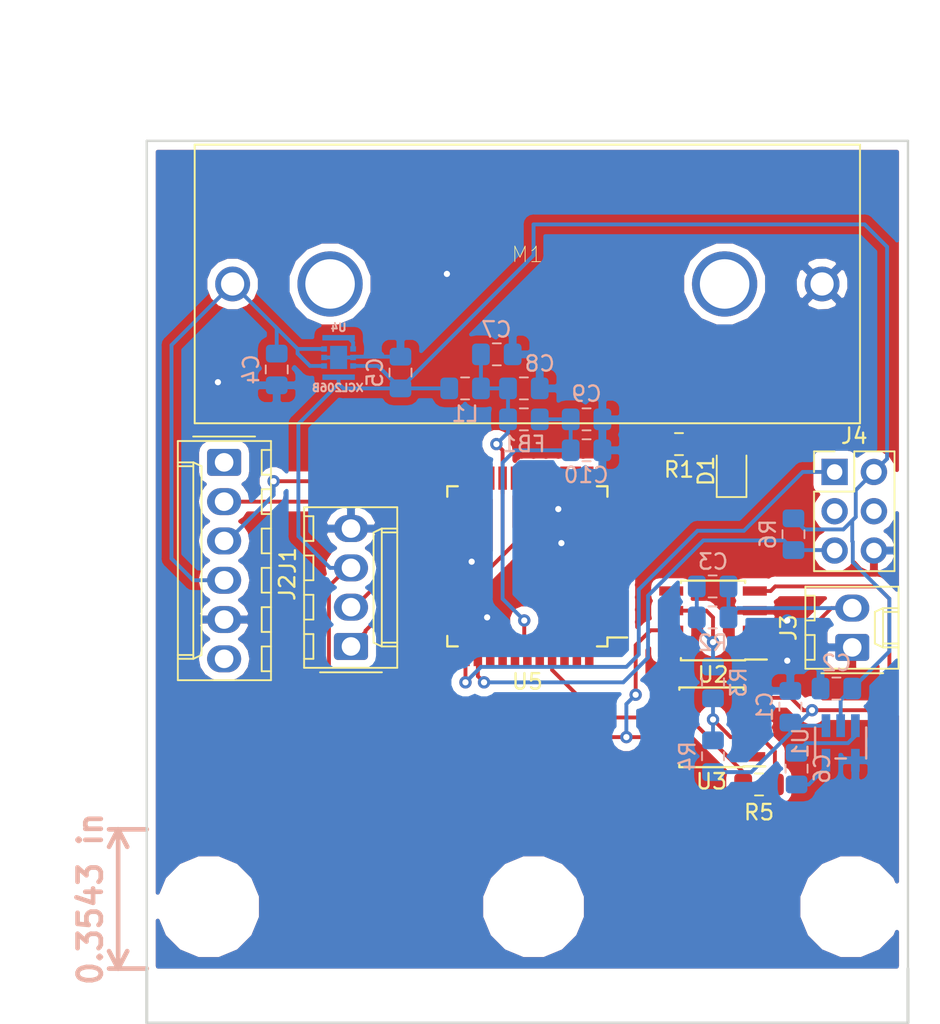
<source format=kicad_pcb>
(kicad_pcb (version 20171130) (host pcbnew 5.0.1)

  (general
    (thickness 1.6)
    (drawings 9)
    (tracks 219)
    (zones 0)
    (modules 32)
    (nets 60)
  )

  (page A4)
  (layers
    (0 F.Cu signal)
    (31 B.Cu signal)
    (32 B.Adhes user)
    (33 F.Adhes user)
    (34 B.Paste user)
    (35 F.Paste user)
    (36 B.SilkS user)
    (37 F.SilkS user)
    (38 B.Mask user)
    (39 F.Mask user)
    (40 Dwgs.User user)
    (41 Cmts.User user)
    (42 Eco1.User user)
    (43 Eco2.User user)
    (44 Edge.Cuts user)
    (45 Margin user)
    (46 B.CrtYd user)
    (47 F.CrtYd user)
    (48 B.Fab user hide)
    (49 F.Fab user hide)
  )

  (setup
    (last_trace_width 0.25)
    (trace_clearance 0.2)
    (zone_clearance 0.508)
    (zone_45_only no)
    (trace_min 0.2)
    (segment_width 0.2)
    (edge_width 0.15)
    (via_size 0.8)
    (via_drill 0.4)
    (via_min_size 0.4)
    (via_min_drill 0.3)
    (uvia_size 0.3)
    (uvia_drill 0.1)
    (uvias_allowed no)
    (uvia_min_size 0.2)
    (uvia_min_drill 0.1)
    (pcb_text_width 0.3)
    (pcb_text_size 1.5 1.5)
    (mod_edge_width 0.15)
    (mod_text_size 1 1)
    (mod_text_width 0.15)
    (pad_size 5.5 5.5)
    (pad_drill 5.5)
    (pad_to_mask_clearance 0.051)
    (solder_mask_min_width 0.25)
    (aux_axis_origin 0 0)
    (visible_elements FFFFFF7F)
    (pcbplotparams
      (layerselection 0x010fc_ffffffff)
      (usegerberextensions false)
      (usegerberattributes false)
      (usegerberadvancedattributes false)
      (creategerberjobfile false)
      (excludeedgelayer true)
      (linewidth 0.100000)
      (plotframeref false)
      (viasonmask false)
      (mode 1)
      (useauxorigin false)
      (hpglpennumber 1)
      (hpglpenspeed 20)
      (hpglpendiameter 15.000000)
      (psnegative false)
      (psa4output false)
      (plotreference true)
      (plotvalue true)
      (plotinvisibletext false)
      (padsonsilk false)
      (subtractmaskfromsilk false)
      (outputformat 1)
      (mirror false)
      (drillshape 0)
      (scaleselection 1)
      (outputdirectory "GBR/"))
  )

  (net 0 "")
  (net 1 /-2.8V)
  (net 2 GND)
  (net 3 /+2.8V)
  (net 4 "Net-(C3-Pad1)")
  (net 5 /S1)
  (net 6 /BATT)
  (net 7 "Net-(C6-Pad1)")
  (net 8 "Net-(C6-Pad2)")
  (net 9 "Net-(C7-Pad1)")
  (net 10 "Net-(C10-Pad2)")
  (net 11 "Net-(D1-Pad2)")
  (net 12 "Net-(J1-Pad1)")
  (net 13 /TXD)
  (net 14 /RXD)
  (net 15 "Net-(J1-Pad6)")
  (net 16 /SCLE)
  (net 17 /SDAD)
  (net 18 /PDI-DATA)
  (net 19 "Net-(J4-Pad3)")
  (net 20 "Net-(J4-Pad4)")
  (net 21 /PDI-CLK)
  (net 22 /LED)
  (net 23 "Net-(R3-Pad1)")
  (net 24 /VOUT)
  (net 25 "Net-(U2-Pad1)")
  (net 26 "Net-(U2-Pad5)")
  (net 27 "Net-(U2-Pad8)")
  (net 28 "Net-(U3-Pad8)")
  (net 29 "Net-(U3-Pad5)")
  (net 30 "Net-(U3-Pad1)")
  (net 31 "Net-(U4-Pad1)")
  (net 32 "Net-(U5-Pad1)")
  (net 33 "Net-(U5-Pad2)")
  (net 34 "Net-(U5-Pad3)")
  (net 35 "Net-(U5-Pad4)")
  (net 36 "Net-(U5-Pad5)")
  (net 37 "Net-(U5-Pad6)")
  (net 38 "Net-(U5-Pad7)")
  (net 39 "Net-(U5-Pad11)")
  (net 40 "Net-(U5-Pad12)")
  (net 41 "Net-(U5-Pad13)")
  (net 42 "Net-(U5-Pad14)")
  (net 43 "Net-(U5-Pad15)")
  (net 44 "Net-(U5-Pad16)")
  (net 45 "Net-(U5-Pad17)")
  (net 46 "Net-(U5-Pad20)")
  (net 47 "Net-(U5-Pad21)")
  (net 48 "Net-(U5-Pad24)")
  (net 49 "Net-(U5-Pad25)")
  (net 50 "Net-(U5-Pad26)")
  (net 51 "Net-(U5-Pad27)")
  (net 52 "Net-(U5-Pad32)")
  (net 53 "Net-(U5-Pad33)")
  (net 54 "Net-(U5-Pad36)")
  (net 55 "Net-(U5-Pad37)")
  (net 56 "Net-(U5-Pad40)")
  (net 57 "Net-(U5-Pad42)")
  (net 58 "Net-(U5-Pad43)")
  (net 59 "Net-(U5-Pad44)")

  (net_class Default "This is the default net class."
    (clearance 0.2)
    (trace_width 0.25)
    (via_dia 0.8)
    (via_drill 0.4)
    (uvia_dia 0.3)
    (uvia_drill 0.1)
    (add_net /+2.8V)
    (add_net /-2.8V)
    (add_net /BATT)
    (add_net /LED)
    (add_net /PDI-CLK)
    (add_net /PDI-DATA)
    (add_net /RXD)
    (add_net /S1)
    (add_net /SCLE)
    (add_net /SDAD)
    (add_net /TXD)
    (add_net /VOUT)
    (add_net GND)
    (add_net "Net-(C10-Pad2)")
    (add_net "Net-(C3-Pad1)")
    (add_net "Net-(C6-Pad1)")
    (add_net "Net-(C6-Pad2)")
    (add_net "Net-(C7-Pad1)")
    (add_net "Net-(D1-Pad2)")
    (add_net "Net-(J1-Pad1)")
    (add_net "Net-(J1-Pad6)")
    (add_net "Net-(J4-Pad3)")
    (add_net "Net-(J4-Pad4)")
    (add_net "Net-(R3-Pad1)")
    (add_net "Net-(U2-Pad1)")
    (add_net "Net-(U2-Pad5)")
    (add_net "Net-(U2-Pad8)")
    (add_net "Net-(U3-Pad1)")
    (add_net "Net-(U3-Pad5)")
    (add_net "Net-(U3-Pad8)")
    (add_net "Net-(U4-Pad1)")
    (add_net "Net-(U5-Pad1)")
    (add_net "Net-(U5-Pad11)")
    (add_net "Net-(U5-Pad12)")
    (add_net "Net-(U5-Pad13)")
    (add_net "Net-(U5-Pad14)")
    (add_net "Net-(U5-Pad15)")
    (add_net "Net-(U5-Pad16)")
    (add_net "Net-(U5-Pad17)")
    (add_net "Net-(U5-Pad2)")
    (add_net "Net-(U5-Pad20)")
    (add_net "Net-(U5-Pad21)")
    (add_net "Net-(U5-Pad24)")
    (add_net "Net-(U5-Pad25)")
    (add_net "Net-(U5-Pad26)")
    (add_net "Net-(U5-Pad27)")
    (add_net "Net-(U5-Pad3)")
    (add_net "Net-(U5-Pad32)")
    (add_net "Net-(U5-Pad33)")
    (add_net "Net-(U5-Pad36)")
    (add_net "Net-(U5-Pad37)")
    (add_net "Net-(U5-Pad4)")
    (add_net "Net-(U5-Pad40)")
    (add_net "Net-(U5-Pad42)")
    (add_net "Net-(U5-Pad43)")
    (add_net "Net-(U5-Pad44)")
    (add_net "Net-(U5-Pad5)")
    (add_net "Net-(U5-Pad6)")
    (add_net "Net-(U5-Pad7)")
  )

  (module MountingHole:MountingHole_5.5mm (layer F.Cu) (tedit 5C633D2E) (tstamp 5CF6F9F9)
    (at 240.5 82.5)
    (descr "Mounting Hole 5.5mm, no annular")
    (tags "mounting hole 5.5mm no annular")
    (attr virtual)
    (fp_text reference REF** (at 0 -6.5) (layer F.SilkS) hide
      (effects (font (size 1 1) (thickness 0.15)))
    )
    (fp_text value MountingHole_5.5mm (at 0 6.5) (layer F.Fab)
      (effects (font (size 1 1) (thickness 0.15)))
    )
    (fp_circle (center 0 0) (end 5.75 0) (layer F.CrtYd) (width 0.05))
    (fp_circle (center 0 0) (end 5.5 0) (layer Cmts.User) (width 0.15))
    (fp_text user %R (at 0.3 0) (layer F.Fab)
      (effects (font (size 1 1) (thickness 0.15)))
    )
    (pad 1 np_thru_hole circle (at 0 0) (size 5.5 5.5) (drill 5.5) (layers *.Cu *.Mask))
  )

  (module MountingHole:MountingHole_5.5mm (layer F.Cu) (tedit 5C633D28) (tstamp 5CF6E7F3)
    (at 220 82.5)
    (descr "Mounting Hole 5.5mm, no annular")
    (tags "mounting hole 5.5mm no annular")
    (attr virtual)
    (fp_text reference REF** (at 0 -6.5) (layer F.SilkS) hide
      (effects (font (size 1 1) (thickness 0.15)))
    )
    (fp_text value MountingHole_5.5mm (at 0 6.5) (layer F.Fab)
      (effects (font (size 1 1) (thickness 0.15)))
    )
    (fp_text user %R (at 0.3 0) (layer F.Fab)
      (effects (font (size 1 1) (thickness 0.15)))
    )
    (fp_circle (center 0 0) (end 5.5 0) (layer Cmts.User) (width 0.15))
    (fp_circle (center 0 0) (end 5.75 0) (layer F.CrtYd) (width 0.05))
    (pad 1 np_thru_hole circle (at 0 0) (size 5.5 5.5) (drill 5.5) (layers *.Cu *.Mask))
  )

  (module MountingHole:MountingHole_5.5mm (layer F.Cu) (tedit 5C633D23) (tstamp 5CF6E75C)
    (at 199 82.5)
    (descr "Mounting Hole 5.5mm, no annular")
    (tags "mounting hole 5.5mm no annular")
    (attr virtual)
    (fp_text reference REF** (at 0 -6.5) (layer F.SilkS) hide
      (effects (font (size 1 1) (thickness 0.15)))
    )
    (fp_text value MountingHole_5.5mm (at 0 6.5) (layer F.Fab)
      (effects (font (size 1 1) (thickness 0.15)))
    )
    (fp_circle (center 0 0) (end 5.75 0) (layer F.CrtYd) (width 0.05))
    (fp_circle (center 0 0) (end 5.5 0) (layer Cmts.User) (width 0.15))
    (fp_text user %R (at 0.3 0) (layer F.Fab)
      (effects (font (size 1 1) (thickness 0.15)))
    )
    (pad 1 np_thru_hole circle (at 0 0) (size 5.5 5.5) (drill 5.5) (layers *.Cu *.Mask))
  )

  (module Capacitor_SMD:C_0805_2012Metric_Pad1.15x1.40mm_HandSolder (layer B.Cu) (tedit 5B36C52B) (tstamp 5CF6FA29)
    (at 236.6 69.575 270)
    (descr "Capacitor SMD 0805 (2012 Metric), square (rectangular) end terminal, IPC_7351 nominal with elongated pad for handsoldering. (Body size source: https://docs.google.com/spreadsheets/d/1BsfQQcO9C6DZCsRaXUlFlo91Tg2WpOkGARC1WS5S8t0/edit?usp=sharing), generated with kicad-footprint-generator")
    (tags "capacitor handsolder")
    (path /5C641B4B)
    (attr smd)
    (fp_text reference C1 (at 0 1.65 270) (layer B.SilkS)
      (effects (font (size 1 1) (thickness 0.15)) (justify mirror))
    )
    (fp_text value 1u (at 0 -1.65 270) (layer B.Fab)
      (effects (font (size 1 1) (thickness 0.15)) (justify mirror))
    )
    (fp_text user %R (at 0 0 270) (layer B.Fab)
      (effects (font (size 0.5 0.5) (thickness 0.08)) (justify mirror))
    )
    (fp_line (start 1.85 -0.95) (end -1.85 -0.95) (layer B.CrtYd) (width 0.05))
    (fp_line (start 1.85 0.95) (end 1.85 -0.95) (layer B.CrtYd) (width 0.05))
    (fp_line (start -1.85 0.95) (end 1.85 0.95) (layer B.CrtYd) (width 0.05))
    (fp_line (start -1.85 -0.95) (end -1.85 0.95) (layer B.CrtYd) (width 0.05))
    (fp_line (start -0.261252 -0.71) (end 0.261252 -0.71) (layer B.SilkS) (width 0.12))
    (fp_line (start -0.261252 0.71) (end 0.261252 0.71) (layer B.SilkS) (width 0.12))
    (fp_line (start 1 -0.6) (end -1 -0.6) (layer B.Fab) (width 0.1))
    (fp_line (start 1 0.6) (end 1 -0.6) (layer B.Fab) (width 0.1))
    (fp_line (start -1 0.6) (end 1 0.6) (layer B.Fab) (width 0.1))
    (fp_line (start -1 -0.6) (end -1 0.6) (layer B.Fab) (width 0.1))
    (pad 2 smd roundrect (at 1.025 0 270) (size 1.15 1.4) (layers B.Cu B.Paste B.Mask) (roundrect_rratio 0.217391)
      (net 1 /-2.8V))
    (pad 1 smd roundrect (at -1.025 0 270) (size 1.15 1.4) (layers B.Cu B.Paste B.Mask) (roundrect_rratio 0.217391)
      (net 2 GND))
    (model ${KISYS3DMOD}/Capacitor_SMD.3dshapes/C_0805_2012Metric.wrl
      (at (xyz 0 0 0))
      (scale (xyz 1 1 1))
      (rotate (xyz 0 0 0))
    )
  )

  (module Capacitor_SMD:C_0805_2012Metric_Pad1.15x1.40mm_HandSolder (layer B.Cu) (tedit 5B36C52B) (tstamp 5CD4BC15)
    (at 239.575 68.4 180)
    (descr "Capacitor SMD 0805 (2012 Metric), square (rectangular) end terminal, IPC_7351 nominal with elongated pad for handsoldering. (Body size source: https://docs.google.com/spreadsheets/d/1BsfQQcO9C6DZCsRaXUlFlo91Tg2WpOkGARC1WS5S8t0/edit?usp=sharing), generated with kicad-footprint-generator")
    (tags "capacitor handsolder")
    (path /5C641BB8)
    (attr smd)
    (fp_text reference C2 (at 0 1.65 180) (layer B.SilkS)
      (effects (font (size 1 1) (thickness 0.15)) (justify mirror))
    )
    (fp_text value 1u (at 0 -1.65 180) (layer B.Fab)
      (effects (font (size 1 1) (thickness 0.15)) (justify mirror))
    )
    (fp_line (start -1 -0.6) (end -1 0.6) (layer B.Fab) (width 0.1))
    (fp_line (start -1 0.6) (end 1 0.6) (layer B.Fab) (width 0.1))
    (fp_line (start 1 0.6) (end 1 -0.6) (layer B.Fab) (width 0.1))
    (fp_line (start 1 -0.6) (end -1 -0.6) (layer B.Fab) (width 0.1))
    (fp_line (start -0.261252 0.71) (end 0.261252 0.71) (layer B.SilkS) (width 0.12))
    (fp_line (start -0.261252 -0.71) (end 0.261252 -0.71) (layer B.SilkS) (width 0.12))
    (fp_line (start -1.85 -0.95) (end -1.85 0.95) (layer B.CrtYd) (width 0.05))
    (fp_line (start -1.85 0.95) (end 1.85 0.95) (layer B.CrtYd) (width 0.05))
    (fp_line (start 1.85 0.95) (end 1.85 -0.95) (layer B.CrtYd) (width 0.05))
    (fp_line (start 1.85 -0.95) (end -1.85 -0.95) (layer B.CrtYd) (width 0.05))
    (fp_text user %R (at 0 0 180) (layer B.Fab)
      (effects (font (size 0.5 0.5) (thickness 0.08)) (justify mirror))
    )
    (pad 1 smd roundrect (at -1.025 0 180) (size 1.15 1.4) (layers B.Cu B.Paste B.Mask) (roundrect_rratio 0.217391)
      (net 3 /+2.8V))
    (pad 2 smd roundrect (at 1.025 0 180) (size 1.15 1.4) (layers B.Cu B.Paste B.Mask) (roundrect_rratio 0.217391)
      (net 2 GND))
    (model ${KISYS3DMOD}/Capacitor_SMD.3dshapes/C_0805_2012Metric.wrl
      (at (xyz 0 0 0))
      (scale (xyz 1 1 1))
      (rotate (xyz 0 0 0))
    )
  )

  (module Capacitor_SMD:C_0805_2012Metric_Pad1.15x1.40mm_HandSolder (layer B.Cu) (tedit 5B36C52B) (tstamp 5CF6FB67)
    (at 231.575 61.8)
    (descr "Capacitor SMD 0805 (2012 Metric), square (rectangular) end terminal, IPC_7351 nominal with elongated pad for handsoldering. (Body size source: https://docs.google.com/spreadsheets/d/1BsfQQcO9C6DZCsRaXUlFlo91Tg2WpOkGARC1WS5S8t0/edit?usp=sharing), generated with kicad-footprint-generator")
    (tags "capacitor handsolder")
    (path /5C6311F6)
    (attr smd)
    (fp_text reference C3 (at 0.025 -1.6) (layer B.SilkS)
      (effects (font (size 1 1) (thickness 0.15)) (justify mirror))
    )
    (fp_text value 1u (at 0 -1.65) (layer B.Fab)
      (effects (font (size 1 1) (thickness 0.15)) (justify mirror))
    )
    (fp_line (start -1 -0.6) (end -1 0.6) (layer B.Fab) (width 0.1))
    (fp_line (start -1 0.6) (end 1 0.6) (layer B.Fab) (width 0.1))
    (fp_line (start 1 0.6) (end 1 -0.6) (layer B.Fab) (width 0.1))
    (fp_line (start 1 -0.6) (end -1 -0.6) (layer B.Fab) (width 0.1))
    (fp_line (start -0.261252 0.71) (end 0.261252 0.71) (layer B.SilkS) (width 0.12))
    (fp_line (start -0.261252 -0.71) (end 0.261252 -0.71) (layer B.SilkS) (width 0.12))
    (fp_line (start -1.85 -0.95) (end -1.85 0.95) (layer B.CrtYd) (width 0.05))
    (fp_line (start -1.85 0.95) (end 1.85 0.95) (layer B.CrtYd) (width 0.05))
    (fp_line (start 1.85 0.95) (end 1.85 -0.95) (layer B.CrtYd) (width 0.05))
    (fp_line (start 1.85 -0.95) (end -1.85 -0.95) (layer B.CrtYd) (width 0.05))
    (fp_text user %R (at 0 0) (layer B.Fab)
      (effects (font (size 0.5 0.5) (thickness 0.08)) (justify mirror))
    )
    (pad 1 smd roundrect (at -1.025 0) (size 1.15 1.4) (layers B.Cu B.Paste B.Mask) (roundrect_rratio 0.217391)
      (net 4 "Net-(C3-Pad1)"))
    (pad 2 smd roundrect (at 1.025 0) (size 1.15 1.4) (layers B.Cu B.Paste B.Mask) (roundrect_rratio 0.217391)
      (net 5 /S1))
    (model ${KISYS3DMOD}/Capacitor_SMD.3dshapes/C_0805_2012Metric.wrl
      (at (xyz 0 0 0))
      (scale (xyz 1 1 1))
      (rotate (xyz 0 0 0))
    )
  )

  (module Capacitor_SMD:C_0805_2012Metric_Pad1.15x1.40mm_HandSolder (layer B.Cu) (tedit 5B36C52B) (tstamp 5CD4BC37)
    (at 203.4 47.775 270)
    (descr "Capacitor SMD 0805 (2012 Metric), square (rectangular) end terminal, IPC_7351 nominal with elongated pad for handsoldering. (Body size source: https://docs.google.com/spreadsheets/d/1BsfQQcO9C6DZCsRaXUlFlo91Tg2WpOkGARC1WS5S8t0/edit?usp=sharing), generated with kicad-footprint-generator")
    (tags "capacitor handsolder")
    (path /5C6490FF)
    (attr smd)
    (fp_text reference C4 (at 0 1.65 270) (layer B.SilkS)
      (effects (font (size 1 1) (thickness 0.15)) (justify mirror))
    )
    (fp_text value 4.7u (at 0 -1.65 270) (layer B.Fab)
      (effects (font (size 1 1) (thickness 0.15)) (justify mirror))
    )
    (fp_line (start -1 -0.6) (end -1 0.6) (layer B.Fab) (width 0.1))
    (fp_line (start -1 0.6) (end 1 0.6) (layer B.Fab) (width 0.1))
    (fp_line (start 1 0.6) (end 1 -0.6) (layer B.Fab) (width 0.1))
    (fp_line (start 1 -0.6) (end -1 -0.6) (layer B.Fab) (width 0.1))
    (fp_line (start -0.261252 0.71) (end 0.261252 0.71) (layer B.SilkS) (width 0.12))
    (fp_line (start -0.261252 -0.71) (end 0.261252 -0.71) (layer B.SilkS) (width 0.12))
    (fp_line (start -1.85 -0.95) (end -1.85 0.95) (layer B.CrtYd) (width 0.05))
    (fp_line (start -1.85 0.95) (end 1.85 0.95) (layer B.CrtYd) (width 0.05))
    (fp_line (start 1.85 0.95) (end 1.85 -0.95) (layer B.CrtYd) (width 0.05))
    (fp_line (start 1.85 -0.95) (end -1.85 -0.95) (layer B.CrtYd) (width 0.05))
    (fp_text user %R (at 0 0 270) (layer B.Fab)
      (effects (font (size 0.5 0.5) (thickness 0.08)) (justify mirror))
    )
    (pad 1 smd roundrect (at -1.025 0 270) (size 1.15 1.4) (layers B.Cu B.Paste B.Mask) (roundrect_rratio 0.217391)
      (net 6 /BATT))
    (pad 2 smd roundrect (at 1.025 0 270) (size 1.15 1.4) (layers B.Cu B.Paste B.Mask) (roundrect_rratio 0.217391)
      (net 2 GND))
    (model ${KISYS3DMOD}/Capacitor_SMD.3dshapes/C_0805_2012Metric.wrl
      (at (xyz 0 0 0))
      (scale (xyz 1 1 1))
      (rotate (xyz 0 0 0))
    )
  )

  (module Capacitor_SMD:C_0805_2012Metric_Pad1.15x1.40mm_HandSolder (layer B.Cu) (tedit 5B36C52B) (tstamp 5CD4BC48)
    (at 211.4 47.975 270)
    (descr "Capacitor SMD 0805 (2012 Metric), square (rectangular) end terminal, IPC_7351 nominal with elongated pad for handsoldering. (Body size source: https://docs.google.com/spreadsheets/d/1BsfQQcO9C6DZCsRaXUlFlo91Tg2WpOkGARC1WS5S8t0/edit?usp=sharing), generated with kicad-footprint-generator")
    (tags "capacitor handsolder")
    (path /5C64917D)
    (attr smd)
    (fp_text reference C5 (at 0 1.65 270) (layer B.SilkS)
      (effects (font (size 1 1) (thickness 0.15)) (justify mirror))
    )
    (fp_text value 10u (at 0 -1.65 270) (layer B.Fab)
      (effects (font (size 1 1) (thickness 0.15)) (justify mirror))
    )
    (fp_text user %R (at 0 0 270) (layer B.Fab)
      (effects (font (size 0.5 0.5) (thickness 0.08)) (justify mirror))
    )
    (fp_line (start 1.85 -0.95) (end -1.85 -0.95) (layer B.CrtYd) (width 0.05))
    (fp_line (start 1.85 0.95) (end 1.85 -0.95) (layer B.CrtYd) (width 0.05))
    (fp_line (start -1.85 0.95) (end 1.85 0.95) (layer B.CrtYd) (width 0.05))
    (fp_line (start -1.85 -0.95) (end -1.85 0.95) (layer B.CrtYd) (width 0.05))
    (fp_line (start -0.261252 -0.71) (end 0.261252 -0.71) (layer B.SilkS) (width 0.12))
    (fp_line (start -0.261252 0.71) (end 0.261252 0.71) (layer B.SilkS) (width 0.12))
    (fp_line (start 1 -0.6) (end -1 -0.6) (layer B.Fab) (width 0.1))
    (fp_line (start 1 0.6) (end 1 -0.6) (layer B.Fab) (width 0.1))
    (fp_line (start -1 0.6) (end 1 0.6) (layer B.Fab) (width 0.1))
    (fp_line (start -1 -0.6) (end -1 0.6) (layer B.Fab) (width 0.1))
    (pad 2 smd roundrect (at 1.025 0 270) (size 1.15 1.4) (layers B.Cu B.Paste B.Mask) (roundrect_rratio 0.217391)
      (net 3 /+2.8V))
    (pad 1 smd roundrect (at -1.025 0 270) (size 1.15 1.4) (layers B.Cu B.Paste B.Mask) (roundrect_rratio 0.217391)
      (net 2 GND))
    (model ${KISYS3DMOD}/Capacitor_SMD.3dshapes/C_0805_2012Metric.wrl
      (at (xyz 0 0 0))
      (scale (xyz 1 1 1))
      (rotate (xyz 0 0 0))
    )
  )

  (module Capacitor_SMD:C_0805_2012Metric_Pad1.15x1.40mm_HandSolder (layer B.Cu) (tedit 5B36C52B) (tstamp 5CF6FAD4)
    (at 237 73.575 90)
    (descr "Capacitor SMD 0805 (2012 Metric), square (rectangular) end terminal, IPC_7351 nominal with elongated pad for handsoldering. (Body size source: https://docs.google.com/spreadsheets/d/1BsfQQcO9C6DZCsRaXUlFlo91Tg2WpOkGARC1WS5S8t0/edit?usp=sharing), generated with kicad-footprint-generator")
    (tags "capacitor handsolder")
    (path /5C641AC3)
    (attr smd)
    (fp_text reference C6 (at 0 1.65 90) (layer B.SilkS)
      (effects (font (size 1 1) (thickness 0.15)) (justify mirror))
    )
    (fp_text value 1u (at 0 -1.65 90) (layer B.Fab)
      (effects (font (size 1 1) (thickness 0.15)) (justify mirror))
    )
    (fp_line (start -1 -0.6) (end -1 0.6) (layer B.Fab) (width 0.1))
    (fp_line (start -1 0.6) (end 1 0.6) (layer B.Fab) (width 0.1))
    (fp_line (start 1 0.6) (end 1 -0.6) (layer B.Fab) (width 0.1))
    (fp_line (start 1 -0.6) (end -1 -0.6) (layer B.Fab) (width 0.1))
    (fp_line (start -0.261252 0.71) (end 0.261252 0.71) (layer B.SilkS) (width 0.12))
    (fp_line (start -0.261252 -0.71) (end 0.261252 -0.71) (layer B.SilkS) (width 0.12))
    (fp_line (start -1.85 -0.95) (end -1.85 0.95) (layer B.CrtYd) (width 0.05))
    (fp_line (start -1.85 0.95) (end 1.85 0.95) (layer B.CrtYd) (width 0.05))
    (fp_line (start 1.85 0.95) (end 1.85 -0.95) (layer B.CrtYd) (width 0.05))
    (fp_line (start 1.85 -0.95) (end -1.85 -0.95) (layer B.CrtYd) (width 0.05))
    (fp_text user %R (at 0 0 90) (layer B.Fab)
      (effects (font (size 0.5 0.5) (thickness 0.08)) (justify mirror))
    )
    (pad 1 smd roundrect (at -1.025 0 90) (size 1.15 1.4) (layers B.Cu B.Paste B.Mask) (roundrect_rratio 0.217391)
      (net 7 "Net-(C6-Pad1)"))
    (pad 2 smd roundrect (at 1.025 0 90) (size 1.15 1.4) (layers B.Cu B.Paste B.Mask) (roundrect_rratio 0.217391)
      (net 8 "Net-(C6-Pad2)"))
    (model ${KISYS3DMOD}/Capacitor_SMD.3dshapes/C_0805_2012Metric.wrl
      (at (xyz 0 0 0))
      (scale (xyz 1 1 1))
      (rotate (xyz 0 0 0))
    )
  )

  (module Capacitor_SMD:C_0805_2012Metric_Pad1.15x1.40mm_HandSolder (layer B.Cu) (tedit 5B36C52B) (tstamp 5CF68FBB)
    (at 217.625 46.8)
    (descr "Capacitor SMD 0805 (2012 Metric), square (rectangular) end terminal, IPC_7351 nominal with elongated pad for handsoldering. (Body size source: https://docs.google.com/spreadsheets/d/1BsfQQcO9C6DZCsRaXUlFlo91Tg2WpOkGARC1WS5S8t0/edit?usp=sharing), generated with kicad-footprint-generator")
    (tags "capacitor handsolder")
    (path /5C63134F)
    (attr smd)
    (fp_text reference C7 (at -0.025 -1.6) (layer B.SilkS)
      (effects (font (size 1 1) (thickness 0.15)) (justify mirror))
    )
    (fp_text value 10u (at 0 -1.65) (layer B.Fab)
      (effects (font (size 1 1) (thickness 0.15)) (justify mirror))
    )
    (fp_text user %R (at 0 0) (layer B.Fab)
      (effects (font (size 0.5 0.5) (thickness 0.08)) (justify mirror))
    )
    (fp_line (start 1.85 -0.95) (end -1.85 -0.95) (layer B.CrtYd) (width 0.05))
    (fp_line (start 1.85 0.95) (end 1.85 -0.95) (layer B.CrtYd) (width 0.05))
    (fp_line (start -1.85 0.95) (end 1.85 0.95) (layer B.CrtYd) (width 0.05))
    (fp_line (start -1.85 -0.95) (end -1.85 0.95) (layer B.CrtYd) (width 0.05))
    (fp_line (start -0.261252 -0.71) (end 0.261252 -0.71) (layer B.SilkS) (width 0.12))
    (fp_line (start -0.261252 0.71) (end 0.261252 0.71) (layer B.SilkS) (width 0.12))
    (fp_line (start 1 -0.6) (end -1 -0.6) (layer B.Fab) (width 0.1))
    (fp_line (start 1 0.6) (end 1 -0.6) (layer B.Fab) (width 0.1))
    (fp_line (start -1 0.6) (end 1 0.6) (layer B.Fab) (width 0.1))
    (fp_line (start -1 -0.6) (end -1 0.6) (layer B.Fab) (width 0.1))
    (pad 2 smd roundrect (at 1.025 0) (size 1.15 1.4) (layers B.Cu B.Paste B.Mask) (roundrect_rratio 0.217391)
      (net 2 GND))
    (pad 1 smd roundrect (at -1.025 0) (size 1.15 1.4) (layers B.Cu B.Paste B.Mask) (roundrect_rratio 0.217391)
      (net 9 "Net-(C7-Pad1)"))
    (model ${KISYS3DMOD}/Capacitor_SMD.3dshapes/C_0805_2012Metric.wrl
      (at (xyz 0 0 0))
      (scale (xyz 1 1 1))
      (rotate (xyz 0 0 0))
    )
  )

  (module Capacitor_SMD:C_0805_2012Metric_Pad1.15x1.40mm_HandSolder (layer B.Cu) (tedit 5B36C52B) (tstamp 5CD4BC7B)
    (at 219.375 49)
    (descr "Capacitor SMD 0805 (2012 Metric), square (rectangular) end terminal, IPC_7351 nominal with elongated pad for handsoldering. (Body size source: https://docs.google.com/spreadsheets/d/1BsfQQcO9C6DZCsRaXUlFlo91Tg2WpOkGARC1WS5S8t0/edit?usp=sharing), generated with kicad-footprint-generator")
    (tags "capacitor handsolder")
    (path /5C66E676)
    (attr smd)
    (fp_text reference C8 (at 1.025 -1.6) (layer B.SilkS)
      (effects (font (size 1 1) (thickness 0.15)) (justify mirror))
    )
    (fp_text value 0.1u (at 0 -1.65) (layer B.Fab)
      (effects (font (size 1 1) (thickness 0.15)) (justify mirror))
    )
    (fp_text user %R (at 0 0) (layer B.Fab)
      (effects (font (size 0.5 0.5) (thickness 0.08)) (justify mirror))
    )
    (fp_line (start 1.85 -0.95) (end -1.85 -0.95) (layer B.CrtYd) (width 0.05))
    (fp_line (start 1.85 0.95) (end 1.85 -0.95) (layer B.CrtYd) (width 0.05))
    (fp_line (start -1.85 0.95) (end 1.85 0.95) (layer B.CrtYd) (width 0.05))
    (fp_line (start -1.85 -0.95) (end -1.85 0.95) (layer B.CrtYd) (width 0.05))
    (fp_line (start -0.261252 -0.71) (end 0.261252 -0.71) (layer B.SilkS) (width 0.12))
    (fp_line (start -0.261252 0.71) (end 0.261252 0.71) (layer B.SilkS) (width 0.12))
    (fp_line (start 1 -0.6) (end -1 -0.6) (layer B.Fab) (width 0.1))
    (fp_line (start 1 0.6) (end 1 -0.6) (layer B.Fab) (width 0.1))
    (fp_line (start -1 0.6) (end 1 0.6) (layer B.Fab) (width 0.1))
    (fp_line (start -1 -0.6) (end -1 0.6) (layer B.Fab) (width 0.1))
    (pad 2 smd roundrect (at 1.025 0) (size 1.15 1.4) (layers B.Cu B.Paste B.Mask) (roundrect_rratio 0.217391)
      (net 2 GND))
    (pad 1 smd roundrect (at -1.025 0) (size 1.15 1.4) (layers B.Cu B.Paste B.Mask) (roundrect_rratio 0.217391)
      (net 9 "Net-(C7-Pad1)"))
    (model ${KISYS3DMOD}/Capacitor_SMD.3dshapes/C_0805_2012Metric.wrl
      (at (xyz 0 0 0))
      (scale (xyz 1 1 1))
      (rotate (xyz 0 0 0))
    )
  )

  (module Capacitor_SMD:C_0805_2012Metric_Pad1.15x1.40mm_HandSolder (layer B.Cu) (tedit 5B36C52B) (tstamp 5CD4BC8C)
    (at 223.425 51 180)
    (descr "Capacitor SMD 0805 (2012 Metric), square (rectangular) end terminal, IPC_7351 nominal with elongated pad for handsoldering. (Body size source: https://docs.google.com/spreadsheets/d/1BsfQQcO9C6DZCsRaXUlFlo91Tg2WpOkGARC1WS5S8t0/edit?usp=sharing), generated with kicad-footprint-generator")
    (tags "capacitor handsolder")
    (path /5C67493D)
    (attr smd)
    (fp_text reference C9 (at 0 1.65 180) (layer B.SilkS)
      (effects (font (size 1 1) (thickness 0.15)) (justify mirror))
    )
    (fp_text value 10u (at 0 -1.65 180) (layer B.Fab)
      (effects (font (size 1 1) (thickness 0.15)) (justify mirror))
    )
    (fp_line (start -1 -0.6) (end -1 0.6) (layer B.Fab) (width 0.1))
    (fp_line (start -1 0.6) (end 1 0.6) (layer B.Fab) (width 0.1))
    (fp_line (start 1 0.6) (end 1 -0.6) (layer B.Fab) (width 0.1))
    (fp_line (start 1 -0.6) (end -1 -0.6) (layer B.Fab) (width 0.1))
    (fp_line (start -0.261252 0.71) (end 0.261252 0.71) (layer B.SilkS) (width 0.12))
    (fp_line (start -0.261252 -0.71) (end 0.261252 -0.71) (layer B.SilkS) (width 0.12))
    (fp_line (start -1.85 -0.95) (end -1.85 0.95) (layer B.CrtYd) (width 0.05))
    (fp_line (start -1.85 0.95) (end 1.85 0.95) (layer B.CrtYd) (width 0.05))
    (fp_line (start 1.85 0.95) (end 1.85 -0.95) (layer B.CrtYd) (width 0.05))
    (fp_line (start 1.85 -0.95) (end -1.85 -0.95) (layer B.CrtYd) (width 0.05))
    (fp_text user %R (at 0 0 180) (layer B.Fab)
      (effects (font (size 0.5 0.5) (thickness 0.08)) (justify mirror))
    )
    (pad 1 smd roundrect (at -1.025 0 180) (size 1.15 1.4) (layers B.Cu B.Paste B.Mask) (roundrect_rratio 0.217391)
      (net 2 GND))
    (pad 2 smd roundrect (at 1.025 0 180) (size 1.15 1.4) (layers B.Cu B.Paste B.Mask) (roundrect_rratio 0.217391)
      (net 10 "Net-(C10-Pad2)"))
    (model ${KISYS3DMOD}/Capacitor_SMD.3dshapes/C_0805_2012Metric.wrl
      (at (xyz 0 0 0))
      (scale (xyz 1 1 1))
      (rotate (xyz 0 0 0))
    )
  )

  (module Capacitor_SMD:C_0805_2012Metric_Pad1.15x1.40mm_HandSolder (layer B.Cu) (tedit 5B36C52B) (tstamp 5CD4BC9D)
    (at 223.425 53 180)
    (descr "Capacitor SMD 0805 (2012 Metric), square (rectangular) end terminal, IPC_7351 nominal with elongated pad for handsoldering. (Body size source: https://docs.google.com/spreadsheets/d/1BsfQQcO9C6DZCsRaXUlFlo91Tg2WpOkGARC1WS5S8t0/edit?usp=sharing), generated with kicad-footprint-generator")
    (tags "capacitor handsolder")
    (path /5C676129)
    (attr smd)
    (fp_text reference C10 (at 0.025 -1.6 180) (layer B.SilkS)
      (effects (font (size 1 1) (thickness 0.15)) (justify mirror))
    )
    (fp_text value 0.1u (at 0 -1.65 180) (layer B.Fab)
      (effects (font (size 1 1) (thickness 0.15)) (justify mirror))
    )
    (fp_text user %R (at 0 0 180) (layer B.Fab)
      (effects (font (size 0.5 0.5) (thickness 0.08)) (justify mirror))
    )
    (fp_line (start 1.85 -0.95) (end -1.85 -0.95) (layer B.CrtYd) (width 0.05))
    (fp_line (start 1.85 0.95) (end 1.85 -0.95) (layer B.CrtYd) (width 0.05))
    (fp_line (start -1.85 0.95) (end 1.85 0.95) (layer B.CrtYd) (width 0.05))
    (fp_line (start -1.85 -0.95) (end -1.85 0.95) (layer B.CrtYd) (width 0.05))
    (fp_line (start -0.261252 -0.71) (end 0.261252 -0.71) (layer B.SilkS) (width 0.12))
    (fp_line (start -0.261252 0.71) (end 0.261252 0.71) (layer B.SilkS) (width 0.12))
    (fp_line (start 1 -0.6) (end -1 -0.6) (layer B.Fab) (width 0.1))
    (fp_line (start 1 0.6) (end 1 -0.6) (layer B.Fab) (width 0.1))
    (fp_line (start -1 0.6) (end 1 0.6) (layer B.Fab) (width 0.1))
    (fp_line (start -1 -0.6) (end -1 0.6) (layer B.Fab) (width 0.1))
    (pad 2 smd roundrect (at 1.025 0 180) (size 1.15 1.4) (layers B.Cu B.Paste B.Mask) (roundrect_rratio 0.217391)
      (net 10 "Net-(C10-Pad2)"))
    (pad 1 smd roundrect (at -1.025 0 180) (size 1.15 1.4) (layers B.Cu B.Paste B.Mask) (roundrect_rratio 0.217391)
      (net 2 GND))
    (model ${KISYS3DMOD}/Capacitor_SMD.3dshapes/C_0805_2012Metric.wrl
      (at (xyz 0 0 0))
      (scale (xyz 1 1 1))
      (rotate (xyz 0 0 0))
    )
  )

  (module LED_SMD:LED_0805_2012Metric (layer F.Cu) (tedit 5B36C52C) (tstamp 5CD4BCB0)
    (at 232.8 54.3375 90)
    (descr "LED SMD 0805 (2012 Metric), square (rectangular) end terminal, IPC_7351 nominal, (Body size source: https://docs.google.com/spreadsheets/d/1BsfQQcO9C6DZCsRaXUlFlo91Tg2WpOkGARC1WS5S8t0/edit?usp=sharing), generated with kicad-footprint-generator")
    (tags diode)
    (path /5C6322F5)
    (attr smd)
    (fp_text reference D1 (at 0 -1.65 90) (layer F.SilkS)
      (effects (font (size 1 1) (thickness 0.15)))
    )
    (fp_text value LED (at 0 1.65 90) (layer F.Fab)
      (effects (font (size 1 1) (thickness 0.15)))
    )
    (fp_line (start 1 -0.6) (end -0.7 -0.6) (layer F.Fab) (width 0.1))
    (fp_line (start -0.7 -0.6) (end -1 -0.3) (layer F.Fab) (width 0.1))
    (fp_line (start -1 -0.3) (end -1 0.6) (layer F.Fab) (width 0.1))
    (fp_line (start -1 0.6) (end 1 0.6) (layer F.Fab) (width 0.1))
    (fp_line (start 1 0.6) (end 1 -0.6) (layer F.Fab) (width 0.1))
    (fp_line (start 1 -0.96) (end -1.685 -0.96) (layer F.SilkS) (width 0.12))
    (fp_line (start -1.685 -0.96) (end -1.685 0.96) (layer F.SilkS) (width 0.12))
    (fp_line (start -1.685 0.96) (end 1 0.96) (layer F.SilkS) (width 0.12))
    (fp_line (start -1.68 0.95) (end -1.68 -0.95) (layer F.CrtYd) (width 0.05))
    (fp_line (start -1.68 -0.95) (end 1.68 -0.95) (layer F.CrtYd) (width 0.05))
    (fp_line (start 1.68 -0.95) (end 1.68 0.95) (layer F.CrtYd) (width 0.05))
    (fp_line (start 1.68 0.95) (end -1.68 0.95) (layer F.CrtYd) (width 0.05))
    (fp_text user %R (at 0 0 90) (layer F.Fab)
      (effects (font (size 0.5 0.5) (thickness 0.08)))
    )
    (pad 1 smd roundrect (at -0.9375 0 90) (size 0.975 1.4) (layers F.Cu F.Paste F.Mask) (roundrect_rratio 0.25)
      (net 2 GND))
    (pad 2 smd roundrect (at 0.9375 0 90) (size 0.975 1.4) (layers F.Cu F.Paste F.Mask) (roundrect_rratio 0.25)
      (net 11 "Net-(D1-Pad2)"))
    (model ${KISYS3DMOD}/LED_SMD.3dshapes/LED_0805_2012Metric.wrl
      (at (xyz 0 0 0))
      (scale (xyz 1 1 1))
      (rotate (xyz 0 0 0))
    )
  )

  (module Inductor_SMD:L_0805_2012Metric_Pad1.15x1.40mm_HandSolder (layer B.Cu) (tedit 5B36C52B) (tstamp 5CD4BCC1)
    (at 219.375 51 180)
    (descr "Capacitor SMD 0805 (2012 Metric), square (rectangular) end terminal, IPC_7351 nominal with elongated pad for handsoldering. (Body size source: https://docs.google.com/spreadsheets/d/1BsfQQcO9C6DZCsRaXUlFlo91Tg2WpOkGARC1WS5S8t0/edit?usp=sharing), generated with kicad-footprint-generator")
    (tags "inductor handsolder")
    (path /5C674150)
    (attr smd)
    (fp_text reference FB1 (at 0 -1.6 180) (layer B.SilkS)
      (effects (font (size 1 1) (thickness 0.15)) (justify mirror))
    )
    (fp_text value FB (at 0 -1.65 180) (layer B.Fab)
      (effects (font (size 1 1) (thickness 0.15)) (justify mirror))
    )
    (fp_line (start -1 -0.6) (end -1 0.6) (layer B.Fab) (width 0.1))
    (fp_line (start -1 0.6) (end 1 0.6) (layer B.Fab) (width 0.1))
    (fp_line (start 1 0.6) (end 1 -0.6) (layer B.Fab) (width 0.1))
    (fp_line (start 1 -0.6) (end -1 -0.6) (layer B.Fab) (width 0.1))
    (fp_line (start -0.261252 0.71) (end 0.261252 0.71) (layer B.SilkS) (width 0.12))
    (fp_line (start -0.261252 -0.71) (end 0.261252 -0.71) (layer B.SilkS) (width 0.12))
    (fp_line (start -1.85 -0.95) (end -1.85 0.95) (layer B.CrtYd) (width 0.05))
    (fp_line (start -1.85 0.95) (end 1.85 0.95) (layer B.CrtYd) (width 0.05))
    (fp_line (start 1.85 0.95) (end 1.85 -0.95) (layer B.CrtYd) (width 0.05))
    (fp_line (start 1.85 -0.95) (end -1.85 -0.95) (layer B.CrtYd) (width 0.05))
    (fp_text user %R (at 0 0 180) (layer B.Fab)
      (effects (font (size 0.5 0.5) (thickness 0.08)) (justify mirror))
    )
    (pad 1 smd roundrect (at -1.025 0 180) (size 1.15 1.4) (layers B.Cu B.Paste B.Mask) (roundrect_rratio 0.217391)
      (net 10 "Net-(C10-Pad2)"))
    (pad 2 smd roundrect (at 1.025 0 180) (size 1.15 1.4) (layers B.Cu B.Paste B.Mask) (roundrect_rratio 0.217391)
      (net 9 "Net-(C7-Pad1)"))
    (model ${KISYS3DMOD}/Inductor_SMD.3dshapes/L_0805_2012Metric.wrl
      (at (xyz 0 0 0))
      (scale (xyz 1 1 1))
      (rotate (xyz 0 0 0))
    )
  )

  (module Connector_Molex:Molex_KK-254_AE-6410-06A_1x06_P2.54mm_Vertical (layer F.Cu) (tedit 5B78013E) (tstamp 5CD4BCF5)
    (at 200 53.78 270)
    (descr "Molex KK-254 Interconnect System, old/engineering part number: AE-6410-06A example for new part number: 22-27-2061, 6 Pins (http://www.molex.com/pdm_docs/sd/022272021_sd.pdf), generated with kicad-footprint-generator")
    (tags "connector Molex KK-254 side entry")
    (path /5C63068E)
    (fp_text reference J1 (at 6.35 -4.12 270) (layer F.SilkS)
      (effects (font (size 1 1) (thickness 0.15)))
    )
    (fp_text value Openlog (at 6.35 4.08 270) (layer F.Fab)
      (effects (font (size 1 1) (thickness 0.15)))
    )
    (fp_line (start -1.27 -2.92) (end -1.27 2.88) (layer F.Fab) (width 0.1))
    (fp_line (start -1.27 2.88) (end 13.97 2.88) (layer F.Fab) (width 0.1))
    (fp_line (start 13.97 2.88) (end 13.97 -2.92) (layer F.Fab) (width 0.1))
    (fp_line (start 13.97 -2.92) (end -1.27 -2.92) (layer F.Fab) (width 0.1))
    (fp_line (start -1.38 -3.03) (end -1.38 2.99) (layer F.SilkS) (width 0.12))
    (fp_line (start -1.38 2.99) (end 14.08 2.99) (layer F.SilkS) (width 0.12))
    (fp_line (start 14.08 2.99) (end 14.08 -3.03) (layer F.SilkS) (width 0.12))
    (fp_line (start 14.08 -3.03) (end -1.38 -3.03) (layer F.SilkS) (width 0.12))
    (fp_line (start -1.67 -2) (end -1.67 2) (layer F.SilkS) (width 0.12))
    (fp_line (start -1.27 -0.5) (end -0.562893 0) (layer F.Fab) (width 0.1))
    (fp_line (start -0.562893 0) (end -1.27 0.5) (layer F.Fab) (width 0.1))
    (fp_line (start 0 2.99) (end 0 1.99) (layer F.SilkS) (width 0.12))
    (fp_line (start 0 1.99) (end 12.7 1.99) (layer F.SilkS) (width 0.12))
    (fp_line (start 12.7 1.99) (end 12.7 2.99) (layer F.SilkS) (width 0.12))
    (fp_line (start 0 1.99) (end 0.25 1.46) (layer F.SilkS) (width 0.12))
    (fp_line (start 0.25 1.46) (end 12.45 1.46) (layer F.SilkS) (width 0.12))
    (fp_line (start 12.45 1.46) (end 12.7 1.99) (layer F.SilkS) (width 0.12))
    (fp_line (start 0.25 2.99) (end 0.25 1.99) (layer F.SilkS) (width 0.12))
    (fp_line (start 12.45 2.99) (end 12.45 1.99) (layer F.SilkS) (width 0.12))
    (fp_line (start -0.8 -3.03) (end -0.8 -2.43) (layer F.SilkS) (width 0.12))
    (fp_line (start -0.8 -2.43) (end 0.8 -2.43) (layer F.SilkS) (width 0.12))
    (fp_line (start 0.8 -2.43) (end 0.8 -3.03) (layer F.SilkS) (width 0.12))
    (fp_line (start 1.74 -3.03) (end 1.74 -2.43) (layer F.SilkS) (width 0.12))
    (fp_line (start 1.74 -2.43) (end 3.34 -2.43) (layer F.SilkS) (width 0.12))
    (fp_line (start 3.34 -2.43) (end 3.34 -3.03) (layer F.SilkS) (width 0.12))
    (fp_line (start 4.28 -3.03) (end 4.28 -2.43) (layer F.SilkS) (width 0.12))
    (fp_line (start 4.28 -2.43) (end 5.88 -2.43) (layer F.SilkS) (width 0.12))
    (fp_line (start 5.88 -2.43) (end 5.88 -3.03) (layer F.SilkS) (width 0.12))
    (fp_line (start 6.82 -3.03) (end 6.82 -2.43) (layer F.SilkS) (width 0.12))
    (fp_line (start 6.82 -2.43) (end 8.42 -2.43) (layer F.SilkS) (width 0.12))
    (fp_line (start 8.42 -2.43) (end 8.42 -3.03) (layer F.SilkS) (width 0.12))
    (fp_line (start 9.36 -3.03) (end 9.36 -2.43) (layer F.SilkS) (width 0.12))
    (fp_line (start 9.36 -2.43) (end 10.96 -2.43) (layer F.SilkS) (width 0.12))
    (fp_line (start 10.96 -2.43) (end 10.96 -3.03) (layer F.SilkS) (width 0.12))
    (fp_line (start 11.9 -3.03) (end 11.9 -2.43) (layer F.SilkS) (width 0.12))
    (fp_line (start 11.9 -2.43) (end 13.5 -2.43) (layer F.SilkS) (width 0.12))
    (fp_line (start 13.5 -2.43) (end 13.5 -3.03) (layer F.SilkS) (width 0.12))
    (fp_line (start -1.77 -3.42) (end -1.77 3.38) (layer F.CrtYd) (width 0.05))
    (fp_line (start -1.77 3.38) (end 14.47 3.38) (layer F.CrtYd) (width 0.05))
    (fp_line (start 14.47 3.38) (end 14.47 -3.42) (layer F.CrtYd) (width 0.05))
    (fp_line (start 14.47 -3.42) (end -1.77 -3.42) (layer F.CrtYd) (width 0.05))
    (fp_text user %R (at 6.35 -2.22 270) (layer F.Fab)
      (effects (font (size 1 1) (thickness 0.15)))
    )
    (pad 1 thru_hole roundrect (at 0 0 270) (size 1.74 2.2) (drill 1.2) (layers *.Cu *.Mask) (roundrect_rratio 0.143678)
      (net 12 "Net-(J1-Pad1)"))
    (pad 2 thru_hole oval (at 2.54 0 270) (size 1.74 2.2) (drill 1.2) (layers *.Cu *.Mask)
      (net 13 /TXD))
    (pad 3 thru_hole oval (at 5.08 0 270) (size 1.74 2.2) (drill 1.2) (layers *.Cu *.Mask)
      (net 14 /RXD))
    (pad 4 thru_hole oval (at 7.62 0 270) (size 1.74 2.2) (drill 1.2) (layers *.Cu *.Mask)
      (net 6 /BATT))
    (pad 5 thru_hole oval (at 10.16 0 270) (size 1.74 2.2) (drill 1.2) (layers *.Cu *.Mask)
      (net 2 GND))
    (pad 6 thru_hole oval (at 12.7 0 270) (size 1.74 2.2) (drill 1.2) (layers *.Cu *.Mask)
      (net 15 "Net-(J1-Pad6)"))
    (model ${KISYS3DMOD}/Connector_Molex.3dshapes/Molex_KK-254_AE-6410-06A_1x06_P2.54mm_Vertical.wrl
      (at (xyz 0 0 0))
      (scale (xyz 1 1 1))
      (rotate (xyz 0 0 0))
    )
  )

  (module Connector_Molex:Molex_KK-254_AE-6410-04A_1x04_P2.54mm_Vertical (layer F.Cu) (tedit 5B78013E) (tstamp 5CD4BD21)
    (at 208.2 65.68 90)
    (descr "Molex KK-254 Interconnect System, old/engineering part number: AE-6410-04A example for new part number: 22-27-2041, 4 Pins (http://www.molex.com/pdm_docs/sd/022272021_sd.pdf), generated with kicad-footprint-generator")
    (tags "connector Molex KK-254 side entry")
    (path /5C6308A3)
    (fp_text reference J2 (at 3.81 -4.12 90) (layer F.SilkS)
      (effects (font (size 1 1) (thickness 0.15)))
    )
    (fp_text value IMU (at 3.81 4.08 90) (layer F.Fab)
      (effects (font (size 1 1) (thickness 0.15)))
    )
    (fp_line (start -1.27 -2.92) (end -1.27 2.88) (layer F.Fab) (width 0.1))
    (fp_line (start -1.27 2.88) (end 8.89 2.88) (layer F.Fab) (width 0.1))
    (fp_line (start 8.89 2.88) (end 8.89 -2.92) (layer F.Fab) (width 0.1))
    (fp_line (start 8.89 -2.92) (end -1.27 -2.92) (layer F.Fab) (width 0.1))
    (fp_line (start -1.38 -3.03) (end -1.38 2.99) (layer F.SilkS) (width 0.12))
    (fp_line (start -1.38 2.99) (end 9 2.99) (layer F.SilkS) (width 0.12))
    (fp_line (start 9 2.99) (end 9 -3.03) (layer F.SilkS) (width 0.12))
    (fp_line (start 9 -3.03) (end -1.38 -3.03) (layer F.SilkS) (width 0.12))
    (fp_line (start -1.67 -2) (end -1.67 2) (layer F.SilkS) (width 0.12))
    (fp_line (start -1.27 -0.5) (end -0.562893 0) (layer F.Fab) (width 0.1))
    (fp_line (start -0.562893 0) (end -1.27 0.5) (layer F.Fab) (width 0.1))
    (fp_line (start 0 2.99) (end 0 1.99) (layer F.SilkS) (width 0.12))
    (fp_line (start 0 1.99) (end 7.62 1.99) (layer F.SilkS) (width 0.12))
    (fp_line (start 7.62 1.99) (end 7.62 2.99) (layer F.SilkS) (width 0.12))
    (fp_line (start 0 1.99) (end 0.25 1.46) (layer F.SilkS) (width 0.12))
    (fp_line (start 0.25 1.46) (end 7.37 1.46) (layer F.SilkS) (width 0.12))
    (fp_line (start 7.37 1.46) (end 7.62 1.99) (layer F.SilkS) (width 0.12))
    (fp_line (start 0.25 2.99) (end 0.25 1.99) (layer F.SilkS) (width 0.12))
    (fp_line (start 7.37 2.99) (end 7.37 1.99) (layer F.SilkS) (width 0.12))
    (fp_line (start -0.8 -3.03) (end -0.8 -2.43) (layer F.SilkS) (width 0.12))
    (fp_line (start -0.8 -2.43) (end 0.8 -2.43) (layer F.SilkS) (width 0.12))
    (fp_line (start 0.8 -2.43) (end 0.8 -3.03) (layer F.SilkS) (width 0.12))
    (fp_line (start 1.74 -3.03) (end 1.74 -2.43) (layer F.SilkS) (width 0.12))
    (fp_line (start 1.74 -2.43) (end 3.34 -2.43) (layer F.SilkS) (width 0.12))
    (fp_line (start 3.34 -2.43) (end 3.34 -3.03) (layer F.SilkS) (width 0.12))
    (fp_line (start 4.28 -3.03) (end 4.28 -2.43) (layer F.SilkS) (width 0.12))
    (fp_line (start 4.28 -2.43) (end 5.88 -2.43) (layer F.SilkS) (width 0.12))
    (fp_line (start 5.88 -2.43) (end 5.88 -3.03) (layer F.SilkS) (width 0.12))
    (fp_line (start 6.82 -3.03) (end 6.82 -2.43) (layer F.SilkS) (width 0.12))
    (fp_line (start 6.82 -2.43) (end 8.42 -2.43) (layer F.SilkS) (width 0.12))
    (fp_line (start 8.42 -2.43) (end 8.42 -3.03) (layer F.SilkS) (width 0.12))
    (fp_line (start -1.77 -3.42) (end -1.77 3.38) (layer F.CrtYd) (width 0.05))
    (fp_line (start -1.77 3.38) (end 9.39 3.38) (layer F.CrtYd) (width 0.05))
    (fp_line (start 9.39 3.38) (end 9.39 -3.42) (layer F.CrtYd) (width 0.05))
    (fp_line (start 9.39 -3.42) (end -1.77 -3.42) (layer F.CrtYd) (width 0.05))
    (fp_text user %R (at 3.81 -2.22 90) (layer F.Fab)
      (effects (font (size 1 1) (thickness 0.15)))
    )
    (pad 1 thru_hole roundrect (at 0 0 90) (size 1.74 2.2) (drill 1.2) (layers *.Cu *.Mask) (roundrect_rratio 0.143678)
      (net 16 /SCLE))
    (pad 2 thru_hole oval (at 2.54 0 90) (size 1.74 2.2) (drill 1.2) (layers *.Cu *.Mask)
      (net 17 /SDAD))
    (pad 3 thru_hole oval (at 5.08 0 90) (size 1.74 2.2) (drill 1.2) (layers *.Cu *.Mask)
      (net 3 /+2.8V))
    (pad 4 thru_hole oval (at 7.62 0 90) (size 1.74 2.2) (drill 1.2) (layers *.Cu *.Mask)
      (net 2 GND))
    (model ${KISYS3DMOD}/Connector_Molex.3dshapes/Molex_KK-254_AE-6410-04A_1x04_P2.54mm_Vertical.wrl
      (at (xyz 0 0 0))
      (scale (xyz 1 1 1))
      (rotate (xyz 0 0 0))
    )
  )

  (module Connector_Molex:Molex_KK-254_AE-6410-02A_1x02_P2.54mm_Vertical (layer F.Cu) (tedit 5B78013E) (tstamp 5CD4BD45)
    (at 240.6 65.74 90)
    (descr "Molex KK-254 Interconnect System, old/engineering part number: AE-6410-02A example for new part number: 22-27-2021, 2 Pins (http://www.molex.com/pdm_docs/sd/022272021_sd.pdf), generated with kicad-footprint-generator")
    (tags "connector Molex KK-254 side entry")
    (path /5C630DFD)
    (fp_text reference J3 (at 1.27 -4.12 90) (layer F.SilkS)
      (effects (font (size 1 1) (thickness 0.15)))
    )
    (fp_text value Spheres (at 1.27 4.08 90) (layer F.Fab)
      (effects (font (size 1 1) (thickness 0.15)))
    )
    (fp_line (start -1.27 -2.92) (end -1.27 2.88) (layer F.Fab) (width 0.1))
    (fp_line (start -1.27 2.88) (end 3.81 2.88) (layer F.Fab) (width 0.1))
    (fp_line (start 3.81 2.88) (end 3.81 -2.92) (layer F.Fab) (width 0.1))
    (fp_line (start 3.81 -2.92) (end -1.27 -2.92) (layer F.Fab) (width 0.1))
    (fp_line (start -1.38 -3.03) (end -1.38 2.99) (layer F.SilkS) (width 0.12))
    (fp_line (start -1.38 2.99) (end 3.92 2.99) (layer F.SilkS) (width 0.12))
    (fp_line (start 3.92 2.99) (end 3.92 -3.03) (layer F.SilkS) (width 0.12))
    (fp_line (start 3.92 -3.03) (end -1.38 -3.03) (layer F.SilkS) (width 0.12))
    (fp_line (start -1.67 -2) (end -1.67 2) (layer F.SilkS) (width 0.12))
    (fp_line (start -1.27 -0.5) (end -0.562893 0) (layer F.Fab) (width 0.1))
    (fp_line (start -0.562893 0) (end -1.27 0.5) (layer F.Fab) (width 0.1))
    (fp_line (start 0 2.99) (end 0 1.99) (layer F.SilkS) (width 0.12))
    (fp_line (start 0 1.99) (end 2.54 1.99) (layer F.SilkS) (width 0.12))
    (fp_line (start 2.54 1.99) (end 2.54 2.99) (layer F.SilkS) (width 0.12))
    (fp_line (start 0 1.99) (end 0.25 1.46) (layer F.SilkS) (width 0.12))
    (fp_line (start 0.25 1.46) (end 2.29 1.46) (layer F.SilkS) (width 0.12))
    (fp_line (start 2.29 1.46) (end 2.54 1.99) (layer F.SilkS) (width 0.12))
    (fp_line (start 0.25 2.99) (end 0.25 1.99) (layer F.SilkS) (width 0.12))
    (fp_line (start 2.29 2.99) (end 2.29 1.99) (layer F.SilkS) (width 0.12))
    (fp_line (start -0.8 -3.03) (end -0.8 -2.43) (layer F.SilkS) (width 0.12))
    (fp_line (start -0.8 -2.43) (end 0.8 -2.43) (layer F.SilkS) (width 0.12))
    (fp_line (start 0.8 -2.43) (end 0.8 -3.03) (layer F.SilkS) (width 0.12))
    (fp_line (start 1.74 -3.03) (end 1.74 -2.43) (layer F.SilkS) (width 0.12))
    (fp_line (start 1.74 -2.43) (end 3.34 -2.43) (layer F.SilkS) (width 0.12))
    (fp_line (start 3.34 -2.43) (end 3.34 -3.03) (layer F.SilkS) (width 0.12))
    (fp_line (start -1.77 -3.42) (end -1.77 3.38) (layer F.CrtYd) (width 0.05))
    (fp_line (start -1.77 3.38) (end 4.31 3.38) (layer F.CrtYd) (width 0.05))
    (fp_line (start 4.31 3.38) (end 4.31 -3.42) (layer F.CrtYd) (width 0.05))
    (fp_line (start 4.31 -3.42) (end -1.77 -3.42) (layer F.CrtYd) (width 0.05))
    (fp_text user %R (at 1.27 -2.22 90) (layer F.Fab)
      (effects (font (size 1 1) (thickness 0.15)))
    )
    (pad 1 thru_hole roundrect (at 0 0 90) (size 1.74 2.2) (drill 1.2) (layers *.Cu *.Mask) (roundrect_rratio 0.143678)
      (net 2 GND))
    (pad 2 thru_hole oval (at 2.54 0 90) (size 1.74 2.2) (drill 1.2) (layers *.Cu *.Mask)
      (net 5 /S1))
    (model ${KISYS3DMOD}/Connector_Molex.3dshapes/Molex_KK-254_AE-6410-02A_1x02_P2.54mm_Vertical.wrl
      (at (xyz 0 0 0))
      (scale (xyz 1 1 1))
      (rotate (xyz 0 0 0))
    )
  )

  (module Inductor_SMD:L_0805_2012Metric_Pad1.15x1.40mm_HandSolder (layer B.Cu) (tedit 5B36C52B) (tstamp 5CD4BD7A)
    (at 215.575 49)
    (descr "Capacitor SMD 0805 (2012 Metric), square (rectangular) end terminal, IPC_7351 nominal with elongated pad for handsoldering. (Body size source: https://docs.google.com/spreadsheets/d/1BsfQQcO9C6DZCsRaXUlFlo91Tg2WpOkGARC1WS5S8t0/edit?usp=sharing), generated with kicad-footprint-generator")
    (tags "inductor handsolder")
    (path /5C669610)
    (attr smd)
    (fp_text reference L1 (at 0 1.65) (layer B.SilkS)
      (effects (font (size 1 1) (thickness 0.15)) (justify mirror))
    )
    (fp_text value L_Small (at 0 -1.65) (layer B.Fab)
      (effects (font (size 1 1) (thickness 0.15)) (justify mirror))
    )
    (fp_text user %R (at 0 0) (layer B.Fab)
      (effects (font (size 0.5 0.5) (thickness 0.08)) (justify mirror))
    )
    (fp_line (start 1.85 -0.95) (end -1.85 -0.95) (layer B.CrtYd) (width 0.05))
    (fp_line (start 1.85 0.95) (end 1.85 -0.95) (layer B.CrtYd) (width 0.05))
    (fp_line (start -1.85 0.95) (end 1.85 0.95) (layer B.CrtYd) (width 0.05))
    (fp_line (start -1.85 -0.95) (end -1.85 0.95) (layer B.CrtYd) (width 0.05))
    (fp_line (start -0.261252 -0.71) (end 0.261252 -0.71) (layer B.SilkS) (width 0.12))
    (fp_line (start -0.261252 0.71) (end 0.261252 0.71) (layer B.SilkS) (width 0.12))
    (fp_line (start 1 -0.6) (end -1 -0.6) (layer B.Fab) (width 0.1))
    (fp_line (start 1 0.6) (end 1 -0.6) (layer B.Fab) (width 0.1))
    (fp_line (start -1 0.6) (end 1 0.6) (layer B.Fab) (width 0.1))
    (fp_line (start -1 -0.6) (end -1 0.6) (layer B.Fab) (width 0.1))
    (pad 2 smd roundrect (at 1.025 0) (size 1.15 1.4) (layers B.Cu B.Paste B.Mask) (roundrect_rratio 0.217391)
      (net 9 "Net-(C7-Pad1)"))
    (pad 1 smd roundrect (at -1.025 0) (size 1.15 1.4) (layers B.Cu B.Paste B.Mask) (roundrect_rratio 0.217391)
      (net 3 /+2.8V))
    (model ${KISYS3DMOD}/Inductor_SMD.3dshapes/L_0805_2012Metric.wrl
      (at (xyz 0 0 0))
      (scale (xyz 1 1 1))
      (rotate (xyz 0 0 0))
    )
  )

  (module SHC_123_BATTERY_HOLDER:SHC_CR-123-A_HOLDER (layer F.Cu) (tedit 5C633127) (tstamp 5CD4BD86)
    (at 219.5992 42.25)
    (path /5C67C4F8)
    (fp_text reference M1 (at 0 -1.905) (layer F.SilkS)
      (effects (font (size 1 1) (thickness 0.05)))
    )
    (fp_text value SHC_123_BATTERY_HOLDERCR-123-A (at 0.635 1.905) (layer F.SilkS) hide
      (effects (font (size 1 1) (thickness 0.05)))
    )
    (fp_line (start -21.5011 -9.0043) (end -21.5011 9.0043) (layer F.SilkS) (width 0.127))
    (fp_line (start -21.5011 -9.0043) (end 21.5011 -9.0043) (layer F.SilkS) (width 0.127))
    (fp_line (start 21.5011 -9.0043) (end 21.5011 9.0043) (layer F.SilkS) (width 0.127))
    (fp_line (start -21.5011 9.0043) (end 21.5011 9.0043) (layer F.SilkS) (width 0.127))
    (pad + thru_hole circle (at -19.05 0) (size 2.25 2.25) (drill 1.5) (layers *.Cu *.Mask)
      (net 6 /BATT))
    (pad - thru_hole circle (at 19.05 0) (size 2.25 2.25) (drill 1.5) (layers *.Cu *.Mask)
      (net 2 GND))
    (pad P$4 thru_hole circle (at -12.7508 0) (size 4.216 4.216) (drill 3.2) (layers *.Cu *.Mask))
    (pad P$5 thru_hole circle (at 12.7508 0) (size 4.216 4.216) (drill 3.2) (layers *.Cu *.Mask))
  )

  (module Resistor_SMD:R_0805_2012Metric_Pad1.15x1.40mm_HandSolder (layer F.Cu) (tedit 5B36C52B) (tstamp 5CD4BD97)
    (at 229.4 52.6 180)
    (descr "Resistor SMD 0805 (2012 Metric), square (rectangular) end terminal, IPC_7351 nominal with elongated pad for handsoldering. (Body size source: https://docs.google.com/spreadsheets/d/1BsfQQcO9C6DZCsRaXUlFlo91Tg2WpOkGARC1WS5S8t0/edit?usp=sharing), generated with kicad-footprint-generator")
    (tags "resistor handsolder")
    (path /5C63B8A6)
    (attr smd)
    (fp_text reference R1 (at 0 -1.65 180) (layer F.SilkS)
      (effects (font (size 1 1) (thickness 0.15)))
    )
    (fp_text value 220 (at 0 1.65 180) (layer F.Fab)
      (effects (font (size 1 1) (thickness 0.15)))
    )
    (fp_line (start -1 0.6) (end -1 -0.6) (layer F.Fab) (width 0.1))
    (fp_line (start -1 -0.6) (end 1 -0.6) (layer F.Fab) (width 0.1))
    (fp_line (start 1 -0.6) (end 1 0.6) (layer F.Fab) (width 0.1))
    (fp_line (start 1 0.6) (end -1 0.6) (layer F.Fab) (width 0.1))
    (fp_line (start -0.261252 -0.71) (end 0.261252 -0.71) (layer F.SilkS) (width 0.12))
    (fp_line (start -0.261252 0.71) (end 0.261252 0.71) (layer F.SilkS) (width 0.12))
    (fp_line (start -1.85 0.95) (end -1.85 -0.95) (layer F.CrtYd) (width 0.05))
    (fp_line (start -1.85 -0.95) (end 1.85 -0.95) (layer F.CrtYd) (width 0.05))
    (fp_line (start 1.85 -0.95) (end 1.85 0.95) (layer F.CrtYd) (width 0.05))
    (fp_line (start 1.85 0.95) (end -1.85 0.95) (layer F.CrtYd) (width 0.05))
    (fp_text user %R (at 0 0 180) (layer F.Fab)
      (effects (font (size 0.5 0.5) (thickness 0.08)))
    )
    (pad 1 smd roundrect (at -1.025 0 180) (size 1.15 1.4) (layers F.Cu F.Paste F.Mask) (roundrect_rratio 0.217391)
      (net 11 "Net-(D1-Pad2)"))
    (pad 2 smd roundrect (at 1.025 0 180) (size 1.15 1.4) (layers F.Cu F.Paste F.Mask) (roundrect_rratio 0.217391)
      (net 22 /LED))
    (model ${KISYS3DMOD}/Resistor_SMD.3dshapes/R_0805_2012Metric.wrl
      (at (xyz 0 0 0))
      (scale (xyz 1 1 1))
      (rotate (xyz 0 0 0))
    )
  )

  (module Resistor_SMD:R_0805_2012Metric_Pad1.15x1.40mm_HandSolder (layer B.Cu) (tedit 5B36C52B) (tstamp 5CF6FB31)
    (at 231.575 63.8)
    (descr "Resistor SMD 0805 (2012 Metric), square (rectangular) end terminal, IPC_7351 nominal with elongated pad for handsoldering. (Body size source: https://docs.google.com/spreadsheets/d/1BsfQQcO9C6DZCsRaXUlFlo91Tg2WpOkGARC1WS5S8t0/edit?usp=sharing), generated with kicad-footprint-generator")
    (tags "resistor handsolder")
    (path /5C63102D)
    (attr smd)
    (fp_text reference R2 (at 0 1.65) (layer B.SilkS)
      (effects (font (size 1 1) (thickness 0.15)) (justify mirror))
    )
    (fp_text value 1M (at 0 -1.65) (layer B.Fab)
      (effects (font (size 1 1) (thickness 0.15)) (justify mirror))
    )
    (fp_text user %R (at 0 0) (layer B.Fab)
      (effects (font (size 0.5 0.5) (thickness 0.08)) (justify mirror))
    )
    (fp_line (start 1.85 -0.95) (end -1.85 -0.95) (layer B.CrtYd) (width 0.05))
    (fp_line (start 1.85 0.95) (end 1.85 -0.95) (layer B.CrtYd) (width 0.05))
    (fp_line (start -1.85 0.95) (end 1.85 0.95) (layer B.CrtYd) (width 0.05))
    (fp_line (start -1.85 -0.95) (end -1.85 0.95) (layer B.CrtYd) (width 0.05))
    (fp_line (start -0.261252 -0.71) (end 0.261252 -0.71) (layer B.SilkS) (width 0.12))
    (fp_line (start -0.261252 0.71) (end 0.261252 0.71) (layer B.SilkS) (width 0.12))
    (fp_line (start 1 -0.6) (end -1 -0.6) (layer B.Fab) (width 0.1))
    (fp_line (start 1 0.6) (end 1 -0.6) (layer B.Fab) (width 0.1))
    (fp_line (start -1 0.6) (end 1 0.6) (layer B.Fab) (width 0.1))
    (fp_line (start -1 -0.6) (end -1 0.6) (layer B.Fab) (width 0.1))
    (pad 2 smd roundrect (at 1.025 0) (size 1.15 1.4) (layers B.Cu B.Paste B.Mask) (roundrect_rratio 0.217391)
      (net 5 /S1))
    (pad 1 smd roundrect (at -1.025 0) (size 1.15 1.4) (layers B.Cu B.Paste B.Mask) (roundrect_rratio 0.217391)
      (net 4 "Net-(C3-Pad1)"))
    (model ${KISYS3DMOD}/Resistor_SMD.3dshapes/R_0805_2012Metric.wrl
      (at (xyz 0 0 0))
      (scale (xyz 1 1 1))
      (rotate (xyz 0 0 0))
    )
  )

  (module Resistor_SMD:R_0805_2012Metric_Pad1.15x1.40mm_HandSolder (layer B.Cu) (tedit 5B36C52B) (tstamp 5CF6FB97)
    (at 231.6 68 90)
    (descr "Resistor SMD 0805 (2012 Metric), square (rectangular) end terminal, IPC_7351 nominal with elongated pad for handsoldering. (Body size source: https://docs.google.com/spreadsheets/d/1BsfQQcO9C6DZCsRaXUlFlo91Tg2WpOkGARC1WS5S8t0/edit?usp=sharing), generated with kicad-footprint-generator")
    (tags "resistor handsolder")
    (path /5C630FDE)
    (attr smd)
    (fp_text reference R3 (at 0 1.65 90) (layer B.SilkS)
      (effects (font (size 1 1) (thickness 0.15)) (justify mirror))
    )
    (fp_text value 1k (at 0 -1.65 90) (layer B.Fab)
      (effects (font (size 1 1) (thickness 0.15)) (justify mirror))
    )
    (fp_line (start -1 -0.6) (end -1 0.6) (layer B.Fab) (width 0.1))
    (fp_line (start -1 0.6) (end 1 0.6) (layer B.Fab) (width 0.1))
    (fp_line (start 1 0.6) (end 1 -0.6) (layer B.Fab) (width 0.1))
    (fp_line (start 1 -0.6) (end -1 -0.6) (layer B.Fab) (width 0.1))
    (fp_line (start -0.261252 0.71) (end 0.261252 0.71) (layer B.SilkS) (width 0.12))
    (fp_line (start -0.261252 -0.71) (end 0.261252 -0.71) (layer B.SilkS) (width 0.12))
    (fp_line (start -1.85 -0.95) (end -1.85 0.95) (layer B.CrtYd) (width 0.05))
    (fp_line (start -1.85 0.95) (end 1.85 0.95) (layer B.CrtYd) (width 0.05))
    (fp_line (start 1.85 0.95) (end 1.85 -0.95) (layer B.CrtYd) (width 0.05))
    (fp_line (start 1.85 -0.95) (end -1.85 -0.95) (layer B.CrtYd) (width 0.05))
    (fp_text user %R (at 0 0 90) (layer B.Fab)
      (effects (font (size 0.5 0.5) (thickness 0.08)) (justify mirror))
    )
    (pad 1 smd roundrect (at -1.025 0 90) (size 1.15 1.4) (layers B.Cu B.Paste B.Mask) (roundrect_rratio 0.217391)
      (net 23 "Net-(R3-Pad1)"))
    (pad 2 smd roundrect (at 1.025 0 90) (size 1.15 1.4) (layers B.Cu B.Paste B.Mask) (roundrect_rratio 0.217391)
      (net 4 "Net-(C3-Pad1)"))
    (model ${KISYS3DMOD}/Resistor_SMD.3dshapes/R_0805_2012Metric.wrl
      (at (xyz 0 0 0))
      (scale (xyz 1 1 1))
      (rotate (xyz 0 0 0))
    )
  )

  (module Resistor_SMD:R_0805_2012Metric_Pad1.15x1.40mm_HandSolder (layer B.Cu) (tedit 5B36C52B) (tstamp 5CF6FAA4)
    (at 231.6 72.775 270)
    (descr "Resistor SMD 0805 (2012 Metric), square (rectangular) end terminal, IPC_7351 nominal with elongated pad for handsoldering. (Body size source: https://docs.google.com/spreadsheets/d/1BsfQQcO9C6DZCsRaXUlFlo91Tg2WpOkGARC1WS5S8t0/edit?usp=sharing), generated with kicad-footprint-generator")
    (tags "resistor handsolder")
    (path /5C630F88)
    (attr smd)
    (fp_text reference R4 (at 0 1.65 270) (layer B.SilkS)
      (effects (font (size 1 1) (thickness 0.15)) (justify mirror))
    )
    (fp_text value 28k (at 0 -1.65 270) (layer B.Fab)
      (effects (font (size 1 1) (thickness 0.15)) (justify mirror))
    )
    (fp_text user %R (at 0 0 270) (layer B.Fab)
      (effects (font (size 0.5 0.5) (thickness 0.08)) (justify mirror))
    )
    (fp_line (start 1.85 -0.95) (end -1.85 -0.95) (layer B.CrtYd) (width 0.05))
    (fp_line (start 1.85 0.95) (end 1.85 -0.95) (layer B.CrtYd) (width 0.05))
    (fp_line (start -1.85 0.95) (end 1.85 0.95) (layer B.CrtYd) (width 0.05))
    (fp_line (start -1.85 -0.95) (end -1.85 0.95) (layer B.CrtYd) (width 0.05))
    (fp_line (start -0.261252 -0.71) (end 0.261252 -0.71) (layer B.SilkS) (width 0.12))
    (fp_line (start -0.261252 0.71) (end 0.261252 0.71) (layer B.SilkS) (width 0.12))
    (fp_line (start 1 -0.6) (end -1 -0.6) (layer B.Fab) (width 0.1))
    (fp_line (start 1 0.6) (end 1 -0.6) (layer B.Fab) (width 0.1))
    (fp_line (start -1 0.6) (end 1 0.6) (layer B.Fab) (width 0.1))
    (fp_line (start -1 -0.6) (end -1 0.6) (layer B.Fab) (width 0.1))
    (pad 2 smd roundrect (at 1.025 0 270) (size 1.15 1.4) (layers B.Cu B.Paste B.Mask) (roundrect_rratio 0.217391)
      (net 1 /-2.8V))
    (pad 1 smd roundrect (at -1.025 0 270) (size 1.15 1.4) (layers B.Cu B.Paste B.Mask) (roundrect_rratio 0.217391)
      (net 23 "Net-(R3-Pad1)"))
    (model ${KISYS3DMOD}/Resistor_SMD.3dshapes/R_0805_2012Metric.wrl
      (at (xyz 0 0 0))
      (scale (xyz 1 1 1))
      (rotate (xyz 0 0 0))
    )
  )

  (module Resistor_SMD:R_0805_2012Metric_Pad1.15x1.40mm_HandSolder (layer F.Cu) (tedit 5B36C52B) (tstamp 5CF6FBDC)
    (at 234.575 74.6)
    (descr "Resistor SMD 0805 (2012 Metric), square (rectangular) end terminal, IPC_7351 nominal with elongated pad for handsoldering. (Body size source: https://docs.google.com/spreadsheets/d/1BsfQQcO9C6DZCsRaXUlFlo91Tg2WpOkGARC1WS5S8t0/edit?usp=sharing), generated with kicad-footprint-generator")
    (tags "resistor handsolder")
    (path /5C630F23)
    (attr smd)
    (fp_text reference R5 (at 0 1.8) (layer F.SilkS)
      (effects (font (size 1 1) (thickness 0.15)))
    )
    (fp_text value 6k (at 0 1.65) (layer F.Fab)
      (effects (font (size 1 1) (thickness 0.15)))
    )
    (fp_line (start -1 0.6) (end -1 -0.6) (layer F.Fab) (width 0.1))
    (fp_line (start -1 -0.6) (end 1 -0.6) (layer F.Fab) (width 0.1))
    (fp_line (start 1 -0.6) (end 1 0.6) (layer F.Fab) (width 0.1))
    (fp_line (start 1 0.6) (end -1 0.6) (layer F.Fab) (width 0.1))
    (fp_line (start -0.261252 -0.71) (end 0.261252 -0.71) (layer F.SilkS) (width 0.12))
    (fp_line (start -0.261252 0.71) (end 0.261252 0.71) (layer F.SilkS) (width 0.12))
    (fp_line (start -1.85 0.95) (end -1.85 -0.95) (layer F.CrtYd) (width 0.05))
    (fp_line (start -1.85 -0.95) (end 1.85 -0.95) (layer F.CrtYd) (width 0.05))
    (fp_line (start 1.85 -0.95) (end 1.85 0.95) (layer F.CrtYd) (width 0.05))
    (fp_line (start 1.85 0.95) (end -1.85 0.95) (layer F.CrtYd) (width 0.05))
    (fp_text user %R (at 0 0) (layer F.Fab)
      (effects (font (size 0.5 0.5) (thickness 0.08)))
    )
    (pad 1 smd roundrect (at -1.025 0) (size 1.15 1.4) (layers F.Cu F.Paste F.Mask) (roundrect_rratio 0.217391)
      (net 24 /VOUT))
    (pad 2 smd roundrect (at 1.025 0) (size 1.15 1.4) (layers F.Cu F.Paste F.Mask) (roundrect_rratio 0.217391)
      (net 23 "Net-(R3-Pad1)"))
    (model ${KISYS3DMOD}/Resistor_SMD.3dshapes/R_0805_2012Metric.wrl
      (at (xyz 0 0 0))
      (scale (xyz 1 1 1))
      (rotate (xyz 0 0 0))
    )
  )

  (module Resistor_SMD:R_0805_2012Metric_Pad1.15x1.40mm_HandSolder (layer B.Cu) (tedit 5B36C52B) (tstamp 5CF6FA68)
    (at 236.8 58.425 270)
    (descr "Resistor SMD 0805 (2012 Metric), square (rectangular) end terminal, IPC_7351 nominal with elongated pad for handsoldering. (Body size source: https://docs.google.com/spreadsheets/d/1BsfQQcO9C6DZCsRaXUlFlo91Tg2WpOkGARC1WS5S8t0/edit?usp=sharing), generated with kicad-footprint-generator")
    (tags "resistor handsolder")
    (path /5C63FAF6)
    (attr smd)
    (fp_text reference R6 (at 0 1.65 270) (layer B.SilkS)
      (effects (font (size 1 1) (thickness 0.15)) (justify mirror))
    )
    (fp_text value 10k (at 0 -1.65 270) (layer B.Fab)
      (effects (font (size 1 1) (thickness 0.15)) (justify mirror))
    )
    (fp_text user %R (at 0 0 270) (layer B.Fab)
      (effects (font (size 0.5 0.5) (thickness 0.08)) (justify mirror))
    )
    (fp_line (start 1.85 -0.95) (end -1.85 -0.95) (layer B.CrtYd) (width 0.05))
    (fp_line (start 1.85 0.95) (end 1.85 -0.95) (layer B.CrtYd) (width 0.05))
    (fp_line (start -1.85 0.95) (end 1.85 0.95) (layer B.CrtYd) (width 0.05))
    (fp_line (start -1.85 -0.95) (end -1.85 0.95) (layer B.CrtYd) (width 0.05))
    (fp_line (start -0.261252 -0.71) (end 0.261252 -0.71) (layer B.SilkS) (width 0.12))
    (fp_line (start -0.261252 0.71) (end 0.261252 0.71) (layer B.SilkS) (width 0.12))
    (fp_line (start 1 -0.6) (end -1 -0.6) (layer B.Fab) (width 0.1))
    (fp_line (start 1 0.6) (end 1 -0.6) (layer B.Fab) (width 0.1))
    (fp_line (start -1 0.6) (end 1 0.6) (layer B.Fab) (width 0.1))
    (fp_line (start -1 -0.6) (end -1 0.6) (layer B.Fab) (width 0.1))
    (pad 2 smd roundrect (at 1.025 0 270) (size 1.15 1.4) (layers B.Cu B.Paste B.Mask) (roundrect_rratio 0.217391)
      (net 21 /PDI-CLK))
    (pad 1 smd roundrect (at -1.025 0 270) (size 1.15 1.4) (layers B.Cu B.Paste B.Mask) (roundrect_rratio 0.217391)
      (net 3 /+2.8V))
    (model ${KISYS3DMOD}/Resistor_SMD.3dshapes/R_0805_2012Metric.wrl
      (at (xyz 0 0 0))
      (scale (xyz 1 1 1))
      (rotate (xyz 0 0 0))
    )
  )

  (module EFM_Libs:TPS60400DBVR (layer B.Cu) (tedit 5C633102) (tstamp 5CF6A159)
    (at 239.849999 71.9176 270)
    (path /5C6416D7)
    (fp_text reference U1 (at 0 2.6 270) (layer B.SilkS)
      (effects (font (size 1 1) (thickness 0.15)) (justify mirror))
    )
    (fp_text value TPS60400DBVR (at 0 0 270) (layer B.SilkS) hide
      (effects (font (size 1 1) (thickness 0.15)) (justify mirror))
    )
    (fp_text user "Copyright 2016 Accelerated Designs. All rights reserved." (at 0 0 270) (layer Cmts.User) hide
      (effects (font (size 0.127 0.127) (thickness 0.002)))
    )
    (fp_text user * (at -1.3716 2.6518 270) (layer B.SilkS) hide
      (effects (font (size 1 1) (thickness 0.15)) (justify mirror))
    )
    (fp_text user * (at -0.6223 1.6866 270) (layer B.Fab)
      (effects (font (size 1 1) (thickness 0.15)) (justify mirror))
    )
    (fp_line (start -1.0033 -1.651) (end 1.0033 -1.651) (layer B.SilkS) (width 0.1524))
    (fp_line (start 1.0033 -0.337861) (end 1.0033 0.337861) (layer B.SilkS) (width 0.1524))
    (fp_line (start 1.0033 1.651) (end -1.0033 1.651) (layer B.SilkS) (width 0.1524))
    (fp_line (start -0.8763 -1.524) (end 0.8763 -1.524) (layer B.Fab) (width 0.1524))
    (fp_line (start 0.8763 -1.524) (end 0.8763 1.524) (layer B.Fab) (width 0.1524))
    (fp_line (start 0.8763 1.524) (end -0.8763 1.524) (layer B.Fab) (width 0.1524))
    (fp_line (start -0.8763 1.524) (end -0.8763 -1.524) (layer B.Fab) (width 0.1524))
    (fp_line (start -0.8763 0.696) (end -0.8763 1.204) (layer B.Fab) (width 0.1524))
    (fp_line (start -0.8763 1.204) (end -1.4986 1.204) (layer B.Fab) (width 0.1524))
    (fp_line (start -1.4986 1.204) (end -1.4986 0.696) (layer B.Fab) (width 0.1524))
    (fp_line (start -1.4986 0.696) (end -0.8763 0.696) (layer B.Fab) (width 0.1524))
    (fp_line (start -0.8763 -0.254) (end -0.8763 0.254) (layer B.Fab) (width 0.1524))
    (fp_line (start -0.8763 0.254) (end -1.4986 0.254) (layer B.Fab) (width 0.1524))
    (fp_line (start -1.4986 0.254) (end -1.4986 -0.254) (layer B.Fab) (width 0.1524))
    (fp_line (start -1.4986 -0.254) (end -0.8763 -0.254) (layer B.Fab) (width 0.1524))
    (fp_line (start -0.8763 -1.204) (end -0.8763 -0.696) (layer B.Fab) (width 0.1524))
    (fp_line (start -0.8763 -0.696) (end -1.4986 -0.696) (layer B.Fab) (width 0.1524))
    (fp_line (start -1.4986 -0.696) (end -1.4986 -1.204) (layer B.Fab) (width 0.1524))
    (fp_line (start -1.4986 -1.204) (end -0.8763 -1.204) (layer B.Fab) (width 0.1524))
    (fp_line (start 0.8763 -0.696) (end 0.8763 -1.204) (layer B.Fab) (width 0.1524))
    (fp_line (start 0.8763 -1.204) (end 1.4986 -1.204) (layer B.Fab) (width 0.1524))
    (fp_line (start 1.4986 -1.204) (end 1.4986 -0.696) (layer B.Fab) (width 0.1524))
    (fp_line (start 1.4986 -0.696) (end 0.8763 -0.696) (layer B.Fab) (width 0.1524))
    (fp_line (start 0.8763 1.204) (end 0.8763 0.696) (layer B.Fab) (width 0.1524))
    (fp_line (start 0.8763 0.696) (end 1.4986 0.696) (layer B.Fab) (width 0.1524))
    (fp_line (start 1.4986 0.696) (end 1.4986 1.204) (layer B.Fab) (width 0.1524))
    (fp_line (start 1.4986 1.204) (end 0.8763 1.204) (layer B.Fab) (width 0.1524))
    (fp_line (start -1.1303 -1.778) (end -1.1303 -1.4834) (layer B.CrtYd) (width 0.1524))
    (fp_line (start -1.1303 -1.4834) (end -2.1082 -1.4834) (layer B.CrtYd) (width 0.1524))
    (fp_line (start -2.1082 -1.4834) (end -2.1082 1.4834) (layer B.CrtYd) (width 0.1524))
    (fp_line (start -2.1082 1.4834) (end -1.1303 1.4834) (layer B.CrtYd) (width 0.1524))
    (fp_line (start -1.1303 1.4834) (end -1.1303 1.778) (layer B.CrtYd) (width 0.1524))
    (fp_line (start -1.1303 1.778) (end 1.1303 1.778) (layer B.CrtYd) (width 0.1524))
    (fp_line (start 1.1303 1.778) (end 1.1303 1.4834) (layer B.CrtYd) (width 0.1524))
    (fp_line (start 1.1303 1.4834) (end 2.1082 1.4834) (layer B.CrtYd) (width 0.1524))
    (fp_line (start 2.1082 1.4834) (end 2.1082 -1.4834) (layer B.CrtYd) (width 0.1524))
    (fp_line (start 2.1082 -1.4834) (end 1.1303 -1.4834) (layer B.CrtYd) (width 0.1524))
    (fp_line (start 1.1303 -1.4834) (end 1.1303 -1.778) (layer B.CrtYd) (width 0.1524))
    (fp_line (start 1.1303 -1.778) (end -1.1303 -1.778) (layer B.CrtYd) (width 0.1524))
    (fp_arc (start 0 1.524) (end 0.3048 1.524) (angle -180) (layer B.Fab) (width 0.1524))
    (pad 1 smd rect (at -1.1176 0.950001 270) (size 1.4732 0.5588) (layers B.Cu B.Paste B.Mask)
      (net 1 /-2.8V))
    (pad 2 smd rect (at -1.1176 0 270) (size 1.4732 0.5588) (layers B.Cu B.Paste B.Mask)
      (net 3 /+2.8V))
    (pad 3 smd rect (at -1.1176 -0.950001 270) (size 1.4732 0.5588) (layers B.Cu B.Paste B.Mask)
      (net 8 "Net-(C6-Pad2)"))
    (pad 4 smd rect (at 1.1176 -0.950001 270) (size 1.4732 0.5588) (layers B.Cu B.Paste B.Mask)
      (net 2 GND))
    (pad 5 smd rect (at 1.1176 0.950001 270) (size 1.4732 0.5588) (layers B.Cu B.Paste B.Mask)
      (net 7 "Net-(C6-Pad1)"))
  )

  (module Package_SO:SOIC-8_3.9x4.9mm_P1.27mm (layer F.Cu) (tedit 5A02F2D3) (tstamp 5CF6F951)
    (at 231.6 64 180)
    (descr "8-Lead Plastic Small Outline (SN) - Narrow, 3.90 mm Body [SOIC] (see Microchip Packaging Specification 00000049BS.pdf)")
    (tags "SOIC 1.27")
    (path /5C630B51)
    (attr smd)
    (fp_text reference U2 (at 0 -3.5 180) (layer F.SilkS)
      (effects (font (size 1 1) (thickness 0.15)))
    )
    (fp_text value LM741 (at 0 3.5 180) (layer F.Fab)
      (effects (font (size 1 1) (thickness 0.15)))
    )
    (fp_text user %R (at 0 0 180) (layer F.Fab)
      (effects (font (size 1 1) (thickness 0.15)))
    )
    (fp_line (start -0.95 -2.45) (end 1.95 -2.45) (layer F.Fab) (width 0.1))
    (fp_line (start 1.95 -2.45) (end 1.95 2.45) (layer F.Fab) (width 0.1))
    (fp_line (start 1.95 2.45) (end -1.95 2.45) (layer F.Fab) (width 0.1))
    (fp_line (start -1.95 2.45) (end -1.95 -1.45) (layer F.Fab) (width 0.1))
    (fp_line (start -1.95 -1.45) (end -0.95 -2.45) (layer F.Fab) (width 0.1))
    (fp_line (start -3.73 -2.7) (end -3.73 2.7) (layer F.CrtYd) (width 0.05))
    (fp_line (start 3.73 -2.7) (end 3.73 2.7) (layer F.CrtYd) (width 0.05))
    (fp_line (start -3.73 -2.7) (end 3.73 -2.7) (layer F.CrtYd) (width 0.05))
    (fp_line (start -3.73 2.7) (end 3.73 2.7) (layer F.CrtYd) (width 0.05))
    (fp_line (start -2.075 -2.575) (end -2.075 -2.525) (layer F.SilkS) (width 0.15))
    (fp_line (start 2.075 -2.575) (end 2.075 -2.43) (layer F.SilkS) (width 0.15))
    (fp_line (start 2.075 2.575) (end 2.075 2.43) (layer F.SilkS) (width 0.15))
    (fp_line (start -2.075 2.575) (end -2.075 2.43) (layer F.SilkS) (width 0.15))
    (fp_line (start -2.075 -2.575) (end 2.075 -2.575) (layer F.SilkS) (width 0.15))
    (fp_line (start -2.075 2.575) (end 2.075 2.575) (layer F.SilkS) (width 0.15))
    (fp_line (start -2.075 -2.525) (end -3.475 -2.525) (layer F.SilkS) (width 0.15))
    (pad 1 smd rect (at -2.7 -1.905 180) (size 1.55 0.6) (layers F.Cu F.Paste F.Mask)
      (net 25 "Net-(U2-Pad1)"))
    (pad 2 smd rect (at -2.7 -0.635 180) (size 1.55 0.6) (layers F.Cu F.Paste F.Mask)
      (net 5 /S1))
    (pad 3 smd rect (at -2.7 0.635 180) (size 1.55 0.6) (layers F.Cu F.Paste F.Mask)
      (net 2 GND))
    (pad 4 smd rect (at -2.7 1.905 180) (size 1.55 0.6) (layers F.Cu F.Paste F.Mask)
      (net 1 /-2.8V))
    (pad 5 smd rect (at 2.7 1.905 180) (size 1.55 0.6) (layers F.Cu F.Paste F.Mask)
      (net 26 "Net-(U2-Pad5)"))
    (pad 6 smd rect (at 2.7 0.635 180) (size 1.55 0.6) (layers F.Cu F.Paste F.Mask)
      (net 4 "Net-(C3-Pad1)"))
    (pad 7 smd rect (at 2.7 -0.635 180) (size 1.55 0.6) (layers F.Cu F.Paste F.Mask)
      (net 3 /+2.8V))
    (pad 8 smd rect (at 2.7 -1.905 180) (size 1.55 0.6) (layers F.Cu F.Paste F.Mask)
      (net 27 "Net-(U2-Pad8)"))
    (model ${KISYS3DMOD}/Package_SO.3dshapes/SOIC-8_3.9x4.9mm_P1.27mm.wrl
      (at (xyz 0 0 0))
      (scale (xyz 1 1 1))
      (rotate (xyz 0 0 0))
    )
  )

  (module Package_SO:SOIC-8_3.9x4.9mm_P1.27mm (layer F.Cu) (tedit 5A02F2D3) (tstamp 5CF6F9B7)
    (at 231.5 70.905 180)
    (descr "8-Lead Plastic Small Outline (SN) - Narrow, 3.90 mm Body [SOIC] (see Microchip Packaging Specification 00000049BS.pdf)")
    (tags "SOIC 1.27")
    (path /5C630C3B)
    (attr smd)
    (fp_text reference U3 (at 0 -3.5 180) (layer F.SilkS)
      (effects (font (size 1 1) (thickness 0.15)))
    )
    (fp_text value LM741 (at 0 3.5 180) (layer F.Fab)
      (effects (font (size 1 1) (thickness 0.15)))
    )
    (fp_line (start -2.075 -2.525) (end -3.475 -2.525) (layer F.SilkS) (width 0.15))
    (fp_line (start -2.075 2.575) (end 2.075 2.575) (layer F.SilkS) (width 0.15))
    (fp_line (start -2.075 -2.575) (end 2.075 -2.575) (layer F.SilkS) (width 0.15))
    (fp_line (start -2.075 2.575) (end -2.075 2.43) (layer F.SilkS) (width 0.15))
    (fp_line (start 2.075 2.575) (end 2.075 2.43) (layer F.SilkS) (width 0.15))
    (fp_line (start 2.075 -2.575) (end 2.075 -2.43) (layer F.SilkS) (width 0.15))
    (fp_line (start -2.075 -2.575) (end -2.075 -2.525) (layer F.SilkS) (width 0.15))
    (fp_line (start -3.73 2.7) (end 3.73 2.7) (layer F.CrtYd) (width 0.05))
    (fp_line (start -3.73 -2.7) (end 3.73 -2.7) (layer F.CrtYd) (width 0.05))
    (fp_line (start 3.73 -2.7) (end 3.73 2.7) (layer F.CrtYd) (width 0.05))
    (fp_line (start -3.73 -2.7) (end -3.73 2.7) (layer F.CrtYd) (width 0.05))
    (fp_line (start -1.95 -1.45) (end -0.95 -2.45) (layer F.Fab) (width 0.1))
    (fp_line (start -1.95 2.45) (end -1.95 -1.45) (layer F.Fab) (width 0.1))
    (fp_line (start 1.95 2.45) (end -1.95 2.45) (layer F.Fab) (width 0.1))
    (fp_line (start 1.95 -2.45) (end 1.95 2.45) (layer F.Fab) (width 0.1))
    (fp_line (start -0.95 -2.45) (end 1.95 -2.45) (layer F.Fab) (width 0.1))
    (fp_text user %R (at 0 0 180) (layer F.Fab)
      (effects (font (size 1 1) (thickness 0.15)))
    )
    (pad 8 smd rect (at 2.7 -1.905 180) (size 1.55 0.6) (layers F.Cu F.Paste F.Mask)
      (net 28 "Net-(U3-Pad8)"))
    (pad 7 smd rect (at 2.7 -0.635 180) (size 1.55 0.6) (layers F.Cu F.Paste F.Mask)
      (net 3 /+2.8V))
    (pad 6 smd rect (at 2.7 0.635 180) (size 1.55 0.6) (layers F.Cu F.Paste F.Mask)
      (net 24 /VOUT))
    (pad 5 smd rect (at 2.7 1.905 180) (size 1.55 0.6) (layers F.Cu F.Paste F.Mask)
      (net 29 "Net-(U3-Pad5)"))
    (pad 4 smd rect (at -2.7 1.905 180) (size 1.55 0.6) (layers F.Cu F.Paste F.Mask)
      (net 1 /-2.8V))
    (pad 3 smd rect (at -2.7 0.635 180) (size 1.55 0.6) (layers F.Cu F.Paste F.Mask)
      (net 2 GND))
    (pad 2 smd rect (at -2.7 -0.635 180) (size 1.55 0.6) (layers F.Cu F.Paste F.Mask)
      (net 23 "Net-(R3-Pad1)"))
    (pad 1 smd rect (at -2.7 -1.905 180) (size 1.55 0.6) (layers F.Cu F.Paste F.Mask)
      (net 30 "Net-(U3-Pad1)"))
    (model ${KISYS3DMOD}/Package_SO.3dshapes/SOIC-8_3.9x4.9mm_P1.27mm.wrl
      (at (xyz 0 0 0))
      (scale (xyz 1 1 1))
      (rotate (xyz 0 0 0))
    )
  )

  (module EFM_Libs:6-TDFN (layer B.Cu) (tedit 5C632EDC) (tstamp 5CD4BE67)
    (at 207.4 47 180)
    (path /5C647D07)
    (fp_text reference U4 (at 0 1.9304 180) (layer B.SilkS)
      (effects (font (size 0.5 0.5) (thickness 0.125)) (justify mirror))
    )
    (fp_text value XCL206B (at 0.06 -1.96 180) (layer B.SilkS)
      (effects (font (size 0.5 0.5) (thickness 0.125)) (justify mirror))
    )
    (pad 2 smd rect (at 0 0 180) (size 1.1 1.5) (layers B.Cu B.Paste)
      (net 2 GND) (zone_connect 1))
    (pad 4 smd rect (at 0.9375 -0.55 180) (size 0.375 0.35) (layers B.Cu B.Paste B.Mask)
      (net 6 /BATT))
    (pad 6 smd rect (at 0.9375 0.55 180) (size 0.375 0.35) (layers B.Cu B.Paste B.Mask)
      (net 6 /BATT))
    (pad 3 smd rect (at -0.9375 -0.55 180) (size 0.375 0.35) (layers B.Cu B.Paste B.Mask)
      (net 3 /+2.8V))
    (pad 1 smd rect (at -0.9375 0.55 180) (size 0.375 0.35) (layers B.Cu B.Paste B.Mask)
      (net 31 "Net-(U4-Pad1)"))
    (pad 2 smd rect (at -0.9375 0 180) (size 0.375 0.35) (layers B.Cu B.Paste B.Mask)
      (net 2 GND))
    (pad 5 smd rect (at 0.9375 0 180) (size 0.375 0.35) (layers B.Cu B.Paste B.Mask)
      (net 2 GND))
    (pad 7 smd rect (at 0 1.275 180) (size 2.1 0.35) (layers B.Cu B.Paste B.Mask)
      (net 31 "Net-(U4-Pad1)"))
    (pad 8 smd rect (at 0 -1.275 180) (size 2.1 0.35) (layers B.Cu B.Paste B.Mask)
      (net 3 /+2.8V))
  )

  (module Package_QFP:TQFP-44_10x10mm_P0.8mm (layer F.Cu) (tedit 5A02F146) (tstamp 5CD4C89F)
    (at 219.6 60.5 180)
    (descr "44-Lead Plastic Thin Quad Flatpack (PT) - 10x10x1.0 mm Body [TQFP] (see Microchip Packaging Specification 00000049BS.pdf)")
    (tags "QFP 0.8")
    (path /5C63040E)
    (attr smd)
    (fp_text reference U5 (at 0 -7.45 180) (layer F.SilkS)
      (effects (font (size 1 1) (thickness 0.15)))
    )
    (fp_text value ATxmega32A4U-AU (at 0 7.45 180) (layer F.Fab)
      (effects (font (size 1 1) (thickness 0.15)))
    )
    (fp_text user %R (at 0 0 180) (layer F.Fab)
      (effects (font (size 1 1) (thickness 0.15)))
    )
    (fp_line (start -4 -5) (end 5 -5) (layer F.Fab) (width 0.15))
    (fp_line (start 5 -5) (end 5 5) (layer F.Fab) (width 0.15))
    (fp_line (start 5 5) (end -5 5) (layer F.Fab) (width 0.15))
    (fp_line (start -5 5) (end -5 -4) (layer F.Fab) (width 0.15))
    (fp_line (start -5 -4) (end -4 -5) (layer F.Fab) (width 0.15))
    (fp_line (start -6.7 -6.7) (end -6.7 6.7) (layer F.CrtYd) (width 0.05))
    (fp_line (start 6.7 -6.7) (end 6.7 6.7) (layer F.CrtYd) (width 0.05))
    (fp_line (start -6.7 -6.7) (end 6.7 -6.7) (layer F.CrtYd) (width 0.05))
    (fp_line (start -6.7 6.7) (end 6.7 6.7) (layer F.CrtYd) (width 0.05))
    (fp_line (start -5.175 -5.175) (end -5.175 -4.6) (layer F.SilkS) (width 0.15))
    (fp_line (start 5.175 -5.175) (end 5.175 -4.5) (layer F.SilkS) (width 0.15))
    (fp_line (start 5.175 5.175) (end 5.175 4.5) (layer F.SilkS) (width 0.15))
    (fp_line (start -5.175 5.175) (end -5.175 4.5) (layer F.SilkS) (width 0.15))
    (fp_line (start -5.175 -5.175) (end -4.5 -5.175) (layer F.SilkS) (width 0.15))
    (fp_line (start -5.175 5.175) (end -4.5 5.175) (layer F.SilkS) (width 0.15))
    (fp_line (start 5.175 5.175) (end 4.5 5.175) (layer F.SilkS) (width 0.15))
    (fp_line (start 5.175 -5.175) (end 4.5 -5.175) (layer F.SilkS) (width 0.15))
    (fp_line (start -5.175 -4.6) (end -6.45 -4.6) (layer F.SilkS) (width 0.15))
    (pad 1 smd rect (at -5.7 -4 180) (size 1.5 0.55) (layers F.Cu F.Paste F.Mask)
      (net 32 "Net-(U5-Pad1)"))
    (pad 2 smd rect (at -5.7 -3.2 180) (size 1.5 0.55) (layers F.Cu F.Paste F.Mask)
      (net 33 "Net-(U5-Pad2)"))
    (pad 3 smd rect (at -5.7 -2.4 180) (size 1.5 0.55) (layers F.Cu F.Paste F.Mask)
      (net 34 "Net-(U5-Pad3)"))
    (pad 4 smd rect (at -5.7 -1.6 180) (size 1.5 0.55) (layers F.Cu F.Paste F.Mask)
      (net 35 "Net-(U5-Pad4)"))
    (pad 5 smd rect (at -5.7 -0.8 180) (size 1.5 0.55) (layers F.Cu F.Paste F.Mask)
      (net 36 "Net-(U5-Pad5)"))
    (pad 6 smd rect (at -5.7 0 180) (size 1.5 0.55) (layers F.Cu F.Paste F.Mask)
      (net 37 "Net-(U5-Pad6)"))
    (pad 7 smd rect (at -5.7 0.8 180) (size 1.5 0.55) (layers F.Cu F.Paste F.Mask)
      (net 38 "Net-(U5-Pad7)"))
    (pad 8 smd rect (at -5.7 1.6 180) (size 1.5 0.55) (layers F.Cu F.Paste F.Mask)
      (net 2 GND))
    (pad 9 smd rect (at -5.7 2.4 180) (size 1.5 0.55) (layers F.Cu F.Paste F.Mask)
      (net 9 "Net-(C7-Pad1)"))
    (pad 10 smd rect (at -5.7 3.2 180) (size 1.5 0.55) (layers F.Cu F.Paste F.Mask)
      (net 22 /LED))
    (pad 11 smd rect (at -5.7 4 180) (size 1.5 0.55) (layers F.Cu F.Paste F.Mask)
      (net 39 "Net-(U5-Pad11)"))
    (pad 12 smd rect (at -4 5.7 270) (size 1.5 0.55) (layers F.Cu F.Paste F.Mask)
      (net 40 "Net-(U5-Pad12)"))
    (pad 13 smd rect (at -3.2 5.7 270) (size 1.5 0.55) (layers F.Cu F.Paste F.Mask)
      (net 41 "Net-(U5-Pad13)"))
    (pad 14 smd rect (at -2.4 5.7 270) (size 1.5 0.55) (layers F.Cu F.Paste F.Mask)
      (net 42 "Net-(U5-Pad14)"))
    (pad 15 smd rect (at -1.6 5.7 270) (size 1.5 0.55) (layers F.Cu F.Paste F.Mask)
      (net 43 "Net-(U5-Pad15)"))
    (pad 16 smd rect (at -0.8 5.7 270) (size 1.5 0.55) (layers F.Cu F.Paste F.Mask)
      (net 44 "Net-(U5-Pad16)"))
    (pad 17 smd rect (at 0 5.7 270) (size 1.5 0.55) (layers F.Cu F.Paste F.Mask)
      (net 45 "Net-(U5-Pad17)"))
    (pad 18 smd rect (at 0.8 5.7 270) (size 1.5 0.55) (layers F.Cu F.Paste F.Mask)
      (net 2 GND))
    (pad 19 smd rect (at 1.6 5.7 270) (size 1.5 0.55) (layers F.Cu F.Paste F.Mask)
      (net 9 "Net-(C7-Pad1)"))
    (pad 20 smd rect (at 2.4 5.7 270) (size 1.5 0.55) (layers F.Cu F.Paste F.Mask)
      (net 46 "Net-(U5-Pad20)"))
    (pad 21 smd rect (at 3.2 5.7 270) (size 1.5 0.55) (layers F.Cu F.Paste F.Mask)
      (net 47 "Net-(U5-Pad21)"))
    (pad 22 smd rect (at 4 5.7 270) (size 1.5 0.55) (layers F.Cu F.Paste F.Mask)
      (net 14 /RXD))
    (pad 23 smd rect (at 5.7 4 180) (size 1.5 0.55) (layers F.Cu F.Paste F.Mask)
      (net 13 /TXD))
    (pad 24 smd rect (at 5.7 3.2 180) (size 1.5 0.55) (layers F.Cu F.Paste F.Mask)
      (net 48 "Net-(U5-Pad24)"))
    (pad 25 smd rect (at 5.7 2.4 180) (size 1.5 0.55) (layers F.Cu F.Paste F.Mask)
      (net 49 "Net-(U5-Pad25)"))
    (pad 26 smd rect (at 5.7 1.6 180) (size 1.5 0.55) (layers F.Cu F.Paste F.Mask)
      (net 50 "Net-(U5-Pad26)"))
    (pad 27 smd rect (at 5.7 0.8 180) (size 1.5 0.55) (layers F.Cu F.Paste F.Mask)
      (net 51 "Net-(U5-Pad27)"))
    (pad 28 smd rect (at 5.7 0 180) (size 1.5 0.55) (layers F.Cu F.Paste F.Mask)
      (net 17 /SDAD))
    (pad 29 smd rect (at 5.7 -0.8 180) (size 1.5 0.55) (layers F.Cu F.Paste F.Mask)
      (net 16 /SCLE))
    (pad 30 smd rect (at 5.7 -1.6 180) (size 1.5 0.55) (layers F.Cu F.Paste F.Mask)
      (net 2 GND))
    (pad 31 smd rect (at 5.7 -2.4 180) (size 1.5 0.55) (layers F.Cu F.Paste F.Mask)
      (net 9 "Net-(C7-Pad1)"))
    (pad 32 smd rect (at 5.7 -3.2 180) (size 1.5 0.55) (layers F.Cu F.Paste F.Mask)
      (net 52 "Net-(U5-Pad32)"))
    (pad 33 smd rect (at 5.7 -4 180) (size 1.5 0.55) (layers F.Cu F.Paste F.Mask)
      (net 53 "Net-(U5-Pad33)"))
    (pad 34 smd rect (at 4 -5.7 270) (size 1.5 0.55) (layers F.Cu F.Paste F.Mask)
      (net 18 /PDI-DATA))
    (pad 35 smd rect (at 3.2 -5.7 270) (size 1.5 0.55) (layers F.Cu F.Paste F.Mask)
      (net 21 /PDI-CLK))
    (pad 36 smd rect (at 2.4 -5.7 270) (size 1.5 0.55) (layers F.Cu F.Paste F.Mask)
      (net 54 "Net-(U5-Pad36)"))
    (pad 37 smd rect (at 1.6 -5.7 270) (size 1.5 0.55) (layers F.Cu F.Paste F.Mask)
      (net 55 "Net-(U5-Pad37)"))
    (pad 38 smd rect (at 0.8 -5.7 270) (size 1.5 0.55) (layers F.Cu F.Paste F.Mask)
      (net 2 GND))
    (pad 39 smd rect (at 0 -5.7 270) (size 1.5 0.55) (layers F.Cu F.Paste F.Mask)
      (net 10 "Net-(C10-Pad2)"))
    (pad 40 smd rect (at -0.8 -5.7 270) (size 1.5 0.55) (layers F.Cu F.Paste F.Mask)
      (net 56 "Net-(U5-Pad40)"))
    (pad 41 smd rect (at -1.6 -5.7 270) (size 1.5 0.55) (layers F.Cu F.Paste F.Mask)
      (net 24 /VOUT))
    (pad 42 smd rect (at -2.4 -5.7 270) (size 1.5 0.55) (layers F.Cu F.Paste F.Mask)
      (net 57 "Net-(U5-Pad42)"))
    (pad 43 smd rect (at -3.2 -5.7 270) (size 1.5 0.55) (layers F.Cu F.Paste F.Mask)
      (net 58 "Net-(U5-Pad43)"))
    (pad 44 smd rect (at -4 -5.7 270) (size 1.5 0.55) (layers F.Cu F.Paste F.Mask)
      (net 59 "Net-(U5-Pad44)"))
    (model ${KISYS3DMOD}/Package_QFP.3dshapes/TQFP-44_10x10mm_P0.8mm.wrl
      (at (xyz 0 0 0))
      (scale (xyz 1 1 1))
      (rotate (xyz 0 0 0))
    )
  )

  (module Connector_PinHeader_2.54mm:PinHeader_2x03_P2.54mm_Vertical (layer F.Cu) (tedit 59FED5CC) (tstamp 5CF68AEE)
    (at 239.46 54.4)
    (descr "Through hole straight pin header, 2x03, 2.54mm pitch, double rows")
    (tags "Through hole pin header THT 2x03 2.54mm double row")
    (path /5C63E2E3)
    (fp_text reference J4 (at 1.27 -2.33) (layer F.SilkS)
      (effects (font (size 1 1) (thickness 0.15)))
    )
    (fp_text value AVR-PDI-6 (at 1.27 7.41) (layer F.Fab)
      (effects (font (size 1 1) (thickness 0.15)))
    )
    (fp_line (start 0 -1.27) (end 3.81 -1.27) (layer F.Fab) (width 0.1))
    (fp_line (start 3.81 -1.27) (end 3.81 6.35) (layer F.Fab) (width 0.1))
    (fp_line (start 3.81 6.35) (end -1.27 6.35) (layer F.Fab) (width 0.1))
    (fp_line (start -1.27 6.35) (end -1.27 0) (layer F.Fab) (width 0.1))
    (fp_line (start -1.27 0) (end 0 -1.27) (layer F.Fab) (width 0.1))
    (fp_line (start -1.33 6.41) (end 3.87 6.41) (layer F.SilkS) (width 0.12))
    (fp_line (start -1.33 1.27) (end -1.33 6.41) (layer F.SilkS) (width 0.12))
    (fp_line (start 3.87 -1.33) (end 3.87 6.41) (layer F.SilkS) (width 0.12))
    (fp_line (start -1.33 1.27) (end 1.27 1.27) (layer F.SilkS) (width 0.12))
    (fp_line (start 1.27 1.27) (end 1.27 -1.33) (layer F.SilkS) (width 0.12))
    (fp_line (start 1.27 -1.33) (end 3.87 -1.33) (layer F.SilkS) (width 0.12))
    (fp_line (start -1.33 0) (end -1.33 -1.33) (layer F.SilkS) (width 0.12))
    (fp_line (start -1.33 -1.33) (end 0 -1.33) (layer F.SilkS) (width 0.12))
    (fp_line (start -1.8 -1.8) (end -1.8 6.85) (layer F.CrtYd) (width 0.05))
    (fp_line (start -1.8 6.85) (end 4.35 6.85) (layer F.CrtYd) (width 0.05))
    (fp_line (start 4.35 6.85) (end 4.35 -1.8) (layer F.CrtYd) (width 0.05))
    (fp_line (start 4.35 -1.8) (end -1.8 -1.8) (layer F.CrtYd) (width 0.05))
    (fp_text user %R (at 1.27 2.54 90) (layer F.Fab)
      (effects (font (size 1 1) (thickness 0.15)))
    )
    (pad 1 thru_hole rect (at 0 0) (size 1.7 1.7) (drill 1) (layers *.Cu *.Mask)
      (net 18 /PDI-DATA))
    (pad 2 thru_hole oval (at 2.54 0) (size 1.7 1.7) (drill 1) (layers *.Cu *.Mask)
      (net 3 /+2.8V))
    (pad 3 thru_hole oval (at 0 2.54) (size 1.7 1.7) (drill 1) (layers *.Cu *.Mask)
      (net 19 "Net-(J4-Pad3)"))
    (pad 4 thru_hole oval (at 2.54 2.54) (size 1.7 1.7) (drill 1) (layers *.Cu *.Mask)
      (net 20 "Net-(J4-Pad4)"))
    (pad 5 thru_hole oval (at 0 5.08) (size 1.7 1.7) (drill 1) (layers *.Cu *.Mask)
      (net 21 /PDI-CLK))
    (pad 6 thru_hole oval (at 2.54 5.08) (size 1.7 1.7) (drill 1) (layers *.Cu *.Mask)
      (net 2 GND))
    (model ${KISYS3DMOD}/Connector_PinHeader_2.54mm.3dshapes/PinHeader_2x03_P2.54mm_Vertical.wrl
      (at (xyz 0 0 0))
      (scale (xyz 1 1 1))
      (rotate (xyz 0 0 0))
    )
  )

  (gr_line (start 244.2 86.5) (end 244.2 90) (layer Edge.Cuts) (width 0.2))
  (gr_line (start 195 86.5) (end 195 90) (layer Edge.Cuts) (width 0.2))
  (dimension 9 (width 0.3) (layer B.SilkS)
    (gr_text "9.000 mm" (at 191.05 82 90) (layer B.SilkS)
      (effects (font (size 1.5 1.5) (thickness 0.3)))
    )
    (feature1 (pts (xy 195 77.5) (xy 192.563579 77.5)))
    (feature2 (pts (xy 195 86.5) (xy 192.563579 86.5)))
    (crossbar (pts (xy 193.15 86.5) (xy 193.15 77.5)))
    (arrow1a (pts (xy 193.15 77.5) (xy 193.736421 78.626504)))
    (arrow1b (pts (xy 193.15 77.5) (xy 192.563579 78.626504)))
    (arrow2a (pts (xy 193.15 86.5) (xy 193.736421 85.373496)))
    (arrow2b (pts (xy 193.15 86.5) (xy 192.563579 85.373496)))
  )
  (dimension 24.600203 (width 0.3) (layer Eco1.User)
    (gr_text "24.600 mm" (at 207.300101 29.05) (layer Eco1.User)
      (effects (font (size 1.5 1.5) (thickness 0.3)))
    )
    (feature1 (pts (xy 219.600203 33) (xy 219.600203 30.563579)))
    (feature2 (pts (xy 195 33) (xy 195 30.563579)))
    (crossbar (pts (xy 195 31.15) (xy 219.600203 31.15)))
    (arrow1a (pts (xy 219.600203 31.15) (xy 218.473699 31.736421)))
    (arrow1b (pts (xy 219.600203 31.15) (xy 218.473699 30.563579)))
    (arrow2a (pts (xy 195 31.15) (xy 196.126504 31.736421)))
    (arrow2b (pts (xy 195 31.15) (xy 196.126504 30.563579)))
  )
  (dimension 49.2 (width 0.3) (layer Eco1.User)
    (gr_text "49.200 mm" (at 219.6 25) (layer Eco1.User)
      (effects (font (size 1.5 1.5) (thickness 0.3)))
    )
    (feature1 (pts (xy 244.2 33) (xy 244.2 26.513579)))
    (feature2 (pts (xy 195 33) (xy 195 26.513579)))
    (crossbar (pts (xy 195 27.1) (xy 244.2 27.1)))
    (arrow1a (pts (xy 244.2 27.1) (xy 243.073496 27.686421)))
    (arrow1b (pts (xy 244.2 27.1) (xy 243.073496 26.513579)))
    (arrow2a (pts (xy 195 27.1) (xy 196.126504 27.686421)))
    (arrow2b (pts (xy 195 27.1) (xy 196.126504 26.513579)))
  )
  (gr_line (start 195 86.5) (end 195 33) (layer Edge.Cuts) (width 0.15))
  (gr_line (start 244.2 90) (end 195 90) (layer Edge.Cuts) (width 0.15))
  (gr_line (start 244.2 33) (end 244.2 86.5) (layer Edge.Cuts) (width 0.15))
  (gr_line (start 195 33) (end 244.2 33) (layer Edge.Cuts) (width 0.15))

  (segment (start 236.8 70.8) (end 236.6 70.6) (width 0.25) (layer B.Cu) (net 1) (tstamp 5CF6FA50))
  (segment (start 238.899998 70.8) (end 236.8 70.8) (width 0.25) (layer B.Cu) (net 1) (tstamp 5CF6F933))
  (via (at 238 69.8) (size 0.8) (drill 0.4) (layers F.Cu B.Cu) (net 1))
  (segment (start 236.6 70.6) (end 237.2 70.6) (width 0.25) (layer B.Cu) (net 1) (tstamp 5CF6FB13))
  (segment (start 237.2 70.6) (end 238 69.8) (width 0.25) (layer B.Cu) (net 1))
  (segment (start 238 69.8) (end 242.8 69.8) (width 0.25) (layer F.Cu) (net 1))
  (segment (start 242.8 69.8) (end 243 69.6) (width 0.25) (layer F.Cu) (net 1))
  (segment (start 243 69.6) (end 243 62.6) (width 0.25) (layer F.Cu) (net 1))
  (segment (start 235.325 62.095) (end 234.3 62.095) (width 0.25) (layer F.Cu) (net 1) (tstamp 5CF6FC03))
  (segment (start 236.634315 69) (end 235.225 69) (width 0.25) (layer F.Cu) (net 1) (tstamp 5CF6FA11))
  (segment (start 237.434315 69.8) (end 236.634315 69) (width 0.25) (layer F.Cu) (net 1) (tstamp 5CF6FA0E))
  (segment (start 235.225 69) (end 234.2 69) (width 0.25) (layer F.Cu) (net 1) (tstamp 5CF6FBB8))
  (segment (start 238 69.8) (end 237.434315 69.8) (width 0.25) (layer F.Cu) (net 1))
  (segment (start 234.075 73.8) (end 232.4 73.8) (width 0.25) (layer B.Cu) (net 1) (tstamp 5CF6FBBB))
  (segment (start 232.4 73.8) (end 231.6 73.8) (width 0.25) (layer B.Cu) (net 1) (tstamp 5CF6F9F0))
  (segment (start 236.6 71.275) (end 234.075 73.8) (width 0.25) (layer B.Cu) (net 1) (tstamp 5CF6FAFE))
  (segment (start 236.6 70.6) (end 236.6 71.275) (width 0.25) (layer B.Cu) (net 1) (tstamp 5CF6FB19))
  (segment (start 235.62 61.8) (end 242.2 61.8) (width 0.25) (layer F.Cu) (net 1) (tstamp 5CF6FC00))
  (segment (start 242.2 61.8) (end 243 62.6) (width 0.25) (layer F.Cu) (net 1))
  (segment (start 235.325 62.095) (end 235.62 61.8) (width 0.25) (layer F.Cu) (net 1) (tstamp 5CF6FBC1))
  (segment (start 206.4625 47) (end 207.4 47) (width 0.25) (layer B.Cu) (net 2))
  (segment (start 207.4 47) (end 208.3375 47) (width 0.25) (layer B.Cu) (net 2))
  (via (at 236.4 64) (size 0.8) (drill 0.4) (layers F.Cu B.Cu) (net 2) (tstamp 5CF6FB10))
  (segment (start 234.3 63.365) (end 235.765 63.365) (width 0.25) (layer F.Cu) (net 2) (tstamp 5CF6FB1F))
  (segment (start 235.765 63.365) (end 236.4 64) (width 0.25) (layer F.Cu) (net 2) (tstamp 5CF6F98A))
  (via (at 199.6 48.6) (size 0.8) (drill 0.4) (layers F.Cu B.Cu) (net 2))
  (via (at 214.4 41.6) (size 0.8) (drill 0.4) (layers F.Cu B.Cu) (net 2))
  (via (at 236.4 66.6) (size 0.8) (drill 0.4) (layers F.Cu B.Cu) (net 2) (tstamp 5CF6F993))
  (segment (start 219.8 56.8) (end 221.6 56.8) (width 0.25) (layer F.Cu) (net 2))
  (via (at 221.6 56.8) (size 0.8) (drill 0.4) (layers F.Cu B.Cu) (net 2))
  (segment (start 218.8 54.8) (end 218.8 55.8) (width 0.25) (layer F.Cu) (net 2))
  (segment (start 218.8 55.8) (end 219.8 56.8) (width 0.25) (layer F.Cu) (net 2))
  (via (at 221.8 59) (size 0.8) (drill 0.4) (layers F.Cu B.Cu) (net 2))
  (segment (start 221.6 56.8) (end 221.6 58.8) (width 0.25) (layer B.Cu) (net 2))
  (segment (start 221.6 58.8) (end 221.8 59) (width 0.25) (layer B.Cu) (net 2))
  (segment (start 225.2 59) (end 225.3 58.9) (width 0.25) (layer F.Cu) (net 2))
  (segment (start 221.8 59) (end 225.2 59) (width 0.25) (layer F.Cu) (net 2))
  (segment (start 217.4 63.8) (end 217 63.8) (width 0.25) (layer F.Cu) (net 2))
  (via (at 217 63.8) (size 0.8) (drill 0.4) (layers F.Cu B.Cu) (net 2))
  (segment (start 218.8 66.2) (end 218.8 65.2) (width 0.25) (layer F.Cu) (net 2))
  (segment (start 218.8 65.2) (end 217.4 63.8) (width 0.25) (layer F.Cu) (net 2))
  (via (at 216 60.2) (size 0.8) (drill 0.4) (layers F.Cu B.Cu) (net 2))
  (segment (start 217 63.8) (end 217 61.2) (width 0.25) (layer B.Cu) (net 2))
  (segment (start 217 61.2) (end 216 60.2) (width 0.25) (layer B.Cu) (net 2))
  (segment (start 214.9 62.1) (end 213.9 62.1) (width 0.25) (layer F.Cu) (net 2))
  (segment (start 216 61) (end 214.9 62.1) (width 0.25) (layer F.Cu) (net 2))
  (segment (start 216 60.2) (end 216 61) (width 0.25) (layer F.Cu) (net 2))
  (segment (start 208.3875 46.95) (end 208.3375 47) (width 0.25) (layer B.Cu) (net 2))
  (segment (start 211.4 46.95) (end 208.3875 46.95) (width 0.25) (layer B.Cu) (net 2))
  (segment (start 209.95 47.55) (end 211.4 49) (width 0.25) (layer B.Cu) (net 3))
  (segment (start 208.3375 47.55) (end 209.95 47.55) (width 0.25) (layer B.Cu) (net 3))
  (segment (start 207.7 49) (end 207.4 48.7) (width 0.25) (layer B.Cu) (net 3))
  (segment (start 211.4 49) (end 207.7 49) (width 0.25) (layer B.Cu) (net 3))
  (segment (start 211.4 49) (end 212.449999 47.950001) (width 0.25) (layer B.Cu) (net 3))
  (segment (start 206.85 60.6) (end 204.8 58.55) (width 0.25) (layer B.Cu) (net 3))
  (segment (start 208.2 60.6) (end 206.85 60.6) (width 0.25) (layer B.Cu) (net 3))
  (segment (start 204.8 51.3) (end 204.8 58.55) (width 0.25) (layer B.Cu) (net 3))
  (segment (start 207.4 48.7) (end 204.8 51.3) (width 0.25) (layer B.Cu) (net 3))
  (segment (start 207.4 48.275) (end 207.4 48.7) (width 0.25) (layer B.Cu) (net 3))
  (segment (start 242.849999 53.550001) (end 242.849999 39.849999) (width 0.25) (layer B.Cu) (net 3))
  (segment (start 242 54.4) (end 242.849999 53.550001) (width 0.25) (layer B.Cu) (net 3))
  (segment (start 242.849999 39.849999) (end 241.4 38.4) (width 0.25) (layer B.Cu) (net 3))
  (segment (start 241.4 38.4) (end 220 38.4) (width 0.25) (layer B.Cu) (net 3))
  (segment (start 237.423372 58.023372) (end 236.8 57.4) (width 0.25) (layer B.Cu) (net 3))
  (segment (start 237.515001 58.115001) (end 237.423372 58.023372) (width 0.25) (layer B.Cu) (net 3))
  (segment (start 240.024001 58.115001) (end 237.515001 58.115001) (width 0.25) (layer B.Cu) (net 3))
  (segment (start 240.824999 55.575001) (end 240.824999 57.314003) (width 0.25) (layer B.Cu) (net 3))
  (segment (start 242 54.4) (end 240.824999 55.575001) (width 0.25) (layer B.Cu) (net 3))
  (segment (start 220 40.4) (end 212.449999 47.950001) (width 0.25) (layer B.Cu) (net 3))
  (segment (start 220 38.4) (end 220 40.4) (width 0.25) (layer B.Cu) (net 3))
  (segment (start 240.6 57.539002) (end 240.024001 58.115001) (width 0.25) (layer B.Cu) (net 3))
  (segment (start 240.6 57.539002) (end 240.6 58.880998) (width 0.25) (layer B.Cu) (net 3))
  (segment (start 240.824999 57.314003) (end 240.6 57.539002) (width 0.25) (layer B.Cu) (net 3))
  (segment (start 240.635001 60.235001) (end 243 62.6) (width 0.25) (layer B.Cu) (net 3))
  (segment (start 240.635001 58.915999) (end 240.635001 60.235001) (width 0.25) (layer B.Cu) (net 3))
  (segment (start 240.6 58.880998) (end 240.635001 58.915999) (width 0.25) (layer B.Cu) (net 3))
  (segment (start 243 66) (end 240.6 68.4) (width 0.25) (layer B.Cu) (net 3))
  (segment (start 243 62.6) (end 243 66) (width 0.25) (layer B.Cu) (net 3))
  (segment (start 239.849999 69.150001) (end 240.6 68.4) (width 0.25) (layer B.Cu) (net 3))
  (segment (start 239.849999 70.8) (end 239.849999 69.150001) (width 0.25) (layer B.Cu) (net 3))
  (segment (start 211.4 49) (end 214.55 49) (width 0.25) (layer B.Cu) (net 3))
  (segment (start 206.77499 61.79501) (end 206.77499 68.77499) (width 0.25) (layer F.Cu) (net 3))
  (segment (start 208.2 60.6) (end 207.97 60.6) (width 0.25) (layer F.Cu) (net 3))
  (segment (start 207.97 60.6) (end 206.77499 61.79501) (width 0.25) (layer F.Cu) (net 3))
  (segment (start 209.54 71.54) (end 226 71.54) (width 0.25) (layer F.Cu) (net 3))
  (segment (start 206.77499 68.77499) (end 209.54 71.54) (width 0.25) (layer F.Cu) (net 3))
  (segment (start 226 71.54) (end 228.8 71.54) (width 0.25) (layer F.Cu) (net 3) (tstamp 5CF6FBC4))
  (via (at 226 71.54) (size 0.8) (drill 0.4) (layers F.Cu B.Cu) (net 3))
  (via (at 226.6 68.8) (size 0.8) (drill 0.4) (layers F.Cu B.Cu) (net 3))
  (segment (start 226 71.54) (end 226 69.4) (width 0.25) (layer B.Cu) (net 3))
  (segment (start 226 69.4) (end 226.6 68.8) (width 0.25) (layer B.Cu) (net 3))
  (segment (start 226.6 68.8) (end 226.6 65.6) (width 0.25) (layer F.Cu) (net 3))
  (segment (start 227.565 64.635) (end 228.9 64.635) (width 0.25) (layer F.Cu) (net 3) (tstamp 5CF6FA89))
  (segment (start 226.6 65.6) (end 227.565 64.635) (width 0.25) (layer F.Cu) (net 3) (tstamp 5CF6FA08))
  (segment (start 230.55 61.8) (end 230.55 63.8) (width 0.25) (layer B.Cu) (net 4) (tstamp 5CF6FAFB))
  (via (at 231.6 65.4) (size 0.8) (drill 0.4) (layers F.Cu B.Cu) (net 4) (tstamp 5CF6FAF8) (status 1000000))
  (segment (start 230.55 63.8) (end 230.55 64.35) (width 0.25) (layer B.Cu) (net 4) (tstamp 5CF6F999))
  (segment (start 230.55 64.35) (end 231.6 65.4) (width 0.25) (layer B.Cu) (net 4) (tstamp 5CF6F990))
  (segment (start 231.6 65.4) (end 231.6 63.8) (width 0.25) (layer F.Cu) (net 4) (tstamp 5CF6F98D))
  (segment (start 231.165 63.365) (end 228.9 63.365) (width 0.25) (layer F.Cu) (net 4) (tstamp 5CF6FA92))
  (segment (start 231.6 63.8) (end 231.165 63.365) (width 0.25) (layer F.Cu) (net 4) (tstamp 5CF6FA8F))
  (segment (start 231.6 65.4) (end 231.6 66.975) (width 0.25) (layer B.Cu) (net 4) (tstamp 5CF6FAF5))
  (segment (start 233.2 63.2) (end 232.6 63.8) (width 0.25) (layer B.Cu) (net 5) (tstamp 5CF6FB07))
  (segment (start 240.6 63.2) (end 233.2 63.2) (width 0.25) (layer B.Cu) (net 5) (tstamp 5CF6FB04))
  (segment (start 232.6 63.8) (end 232.6 61.8) (width 0.25) (layer B.Cu) (net 5) (tstamp 5CF6F996))
  (segment (start 239.25 63.2) (end 237.45 65) (width 0.25) (layer F.Cu) (net 5))
  (segment (start 240.6 63.2) (end 239.25 63.2) (width 0.25) (layer F.Cu) (net 5))
  (segment (start 235.325 64.635) (end 234.3 64.635) (width 0.25) (layer F.Cu) (net 5) (tstamp 5CF6FB16))
  (segment (start 235.69 65) (end 235.325 64.635) (width 0.25) (layer F.Cu) (net 5) (tstamp 5CF6FA56))
  (segment (start 237.45 65) (end 235.69 65) (width 0.25) (layer F.Cu) (net 5) (tstamp 5CF6FA53))
  (segment (start 204.7492 46.45) (end 206.4625 46.45) (width 0.25) (layer B.Cu) (net 6))
  (segment (start 204.7492 46.45) (end 204.7492 46.7492) (width 0.25) (layer B.Cu) (net 6))
  (segment (start 205.55 47.55) (end 206.4625 47.55) (width 0.25) (layer B.Cu) (net 6))
  (segment (start 204.7492 46.7492) (end 205.55 47.55) (width 0.25) (layer B.Cu) (net 6))
  (segment (start 203.4 45.1008) (end 203.2992 45) (width 0.25) (layer B.Cu) (net 6))
  (segment (start 203.4 46.75) (end 203.4 45.1008) (width 0.25) (layer B.Cu) (net 6))
  (segment (start 200.5492 42.25) (end 203.2992 45) (width 0.25) (layer B.Cu) (net 6))
  (segment (start 203.2992 45) (end 204.7492 46.45) (width 0.25) (layer B.Cu) (net 6))
  (segment (start 199.424201 43.374999) (end 199.424201 43.375799) (width 0.25) (layer B.Cu) (net 6))
  (segment (start 200.5492 42.25) (end 199.424201 43.374999) (width 0.25) (layer B.Cu) (net 6))
  (segment (start 199.424201 43.375799) (end 196.6 46.2) (width 0.25) (layer B.Cu) (net 6))
  (segment (start 196.6 46.2) (end 196.6 60) (width 0.25) (layer B.Cu) (net 6))
  (segment (start 198 61.4) (end 200 61.4) (width 0.25) (layer B.Cu) (net 6))
  (segment (start 196.6 60) (end 198 61.4) (width 0.25) (layer B.Cu) (net 6))
  (segment (start 237.792398 74.6) (end 237 74.6) (width 0.25) (layer B.Cu) (net 7))
  (segment (start 238.899998 73.4924) (end 237.792398 74.6) (width 0.25) (layer B.Cu) (net 7))
  (segment (start 238.899998 73.0352) (end 238.899998 73.4924) (width 0.25) (layer B.Cu) (net 7))
  (segment (start 237.623372 71.926628) (end 237 72.55) (width 0.25) (layer B.Cu) (net 8))
  (segment (start 240.8 71.451001) (end 240.324373 71.926628) (width 0.25) (layer B.Cu) (net 8))
  (segment (start 240.324373 71.926628) (end 237.623372 71.926628) (width 0.25) (layer B.Cu) (net 8))
  (segment (start 240.8 70.8) (end 240.8 71.451001) (width 0.25) (layer B.Cu) (net 8))
  (segment (start 216.6 49) (end 216.6 46.8) (width 0.25) (layer B.Cu) (net 9))
  (segment (start 216.6 49) (end 218.35 49) (width 0.25) (layer B.Cu) (net 9))
  (segment (start 218.35 49) (end 218.35 51) (width 0.25) (layer B.Cu) (net 9))
  (via (at 217.6 52.6) (size 0.8) (drill 0.4) (layers F.Cu B.Cu) (net 9))
  (segment (start 218.35 51) (end 218.35 51.85) (width 0.25) (layer B.Cu) (net 9))
  (segment (start 218.35 51.85) (end 217.6 52.6) (width 0.25) (layer B.Cu) (net 9))
  (segment (start 218 53) (end 218 54.8) (width 0.25) (layer F.Cu) (net 9))
  (segment (start 217.6 52.6) (end 218 53) (width 0.25) (layer F.Cu) (net 9))
  (segment (start 218 54.8) (end 218 55.8) (width 0.25) (layer F.Cu) (net 9))
  (segment (start 214.9 62.9) (end 213.9 62.9) (width 0.25) (layer F.Cu) (net 9))
  (segment (start 218 59.8) (end 214.9 62.9) (width 0.25) (layer F.Cu) (net 9))
  (segment (start 218 54.8) (end 218 59.8) (width 0.25) (layer F.Cu) (net 9))
  (segment (start 219.7 58.1) (end 218 59.8) (width 0.25) (layer F.Cu) (net 9))
  (segment (start 225.3 58.1) (end 219.7 58.1) (width 0.25) (layer F.Cu) (net 9))
  (segment (start 220.4 51) (end 222.4 51) (width 0.25) (layer B.Cu) (net 10))
  (segment (start 222.4 51) (end 222.4 53) (width 0.25) (layer B.Cu) (net 10))
  (via (at 219.4 64) (size 0.8) (drill 0.4) (layers F.Cu B.Cu) (net 10))
  (segment (start 219.4 66) (end 219.6 66.2) (width 0.25) (layer F.Cu) (net 10))
  (segment (start 219.4 64) (end 219.4 66) (width 0.25) (layer F.Cu) (net 10))
  (segment (start 218 62.6) (end 219.4 64) (width 0.25) (layer B.Cu) (net 10))
  (segment (start 218 53.8) (end 218 62.6) (width 0.25) (layer B.Cu) (net 10))
  (segment (start 222.4 53) (end 218.8 53) (width 0.25) (layer B.Cu) (net 10))
  (segment (start 218.8 53) (end 218 53.8) (width 0.25) (layer B.Cu) (net 10))
  (segment (start 232 52.6) (end 232.8 53.4) (width 0.25) (layer F.Cu) (net 11))
  (segment (start 230.425 52.6) (end 232 52.6) (width 0.25) (layer F.Cu) (net 11))
  (segment (start 213.72 56.32) (end 213.9 56.5) (width 0.25) (layer F.Cu) (net 13))
  (segment (start 200 56.32) (end 213.72 56.32) (width 0.25) (layer F.Cu) (net 13))
  (via (at 203.2 55) (size 0.8) (drill 0.4) (layers F.Cu B.Cu) (net 14))
  (segment (start 203.2 55.66) (end 203.2 55) (width 0.25) (layer B.Cu) (net 14))
  (segment (start 203.2 55.89) (end 203.2 55.66) (width 0.25) (layer B.Cu) (net 14))
  (segment (start 200 58.86) (end 200.23 58.86) (width 0.25) (layer B.Cu) (net 14))
  (segment (start 200.23 58.86) (end 203.2 55.89) (width 0.25) (layer B.Cu) (net 14))
  (segment (start 215.4 55) (end 215.6 54.8) (width 0.25) (layer F.Cu) (net 14))
  (segment (start 203.2 55) (end 215.4 55) (width 0.25) (layer F.Cu) (net 14))
  (segment (start 209.139773 64.740227) (end 209.139773 64.660227) (width 0.25) (layer F.Cu) (net 16))
  (segment (start 208.2 65.68) (end 209.139773 64.740227) (width 0.25) (layer F.Cu) (net 16))
  (segment (start 212.5 61.3) (end 213.9 61.3) (width 0.25) (layer F.Cu) (net 16))
  (segment (start 209.139773 64.660227) (end 212.5 61.3) (width 0.25) (layer F.Cu) (net 16))
  (segment (start 212.9 60.5) (end 213.9 60.5) (width 0.25) (layer F.Cu) (net 17))
  (segment (start 211.07 60.5) (end 212.9 60.5) (width 0.25) (layer F.Cu) (net 17))
  (segment (start 208.43 63.14) (end 211.07 60.5) (width 0.25) (layer F.Cu) (net 17))
  (segment (start 208.2 63.14) (end 208.43 63.14) (width 0.25) (layer F.Cu) (net 17))
  (via (at 215.6 68) (size 0.8) (drill 0.4) (layers F.Cu B.Cu) (net 18))
  (segment (start 215.6 68) (end 215.6 66.2) (width 0.25) (layer F.Cu) (net 18))
  (segment (start 237.4 54.4) (end 239.46 54.4) (width 0.25) (layer B.Cu) (net 18))
  (segment (start 216.6 67) (end 226 67) (width 0.25) (layer B.Cu) (net 18))
  (segment (start 226 67) (end 226.8 66.2) (width 0.25) (layer B.Cu) (net 18))
  (segment (start 226.8 66.2) (end 226.8 62) (width 0.25) (layer B.Cu) (net 18))
  (segment (start 215.6 68) (end 216.6 67) (width 0.25) (layer B.Cu) (net 18))
  (segment (start 226.8 62) (end 230.6 58.2) (width 0.25) (layer B.Cu) (net 18))
  (segment (start 230.6 58.2) (end 233.6 58.2) (width 0.25) (layer B.Cu) (net 18))
  (segment (start 233.6 58.2) (end 237.4 54.4) (width 0.25) (layer B.Cu) (net 18))
  (segment (start 239.43 59.45) (end 239.46 59.48) (width 0.25) (layer B.Cu) (net 21))
  (segment (start 236.8 59.45) (end 239.43 59.45) (width 0.25) (layer B.Cu) (net 21))
  (segment (start 236.8 59.45) (end 236.176628 58.826628) (width 0.25) (layer B.Cu) (net 21))
  (segment (start 227.4 62.4) (end 227.4 66.4) (width 0.25) (layer B.Cu) (net 21))
  (via (at 216.8 68) (size 0.8) (drill 0.4) (layers F.Cu B.Cu) (net 21))
  (segment (start 227.4 66.4) (end 225.8 68) (width 0.25) (layer B.Cu) (net 21))
  (segment (start 225.8 68) (end 216.8 68) (width 0.25) (layer B.Cu) (net 21))
  (segment (start 216.4 67.6) (end 216.4 66.2) (width 0.25) (layer F.Cu) (net 21))
  (segment (start 216.8 68) (end 216.4 67.6) (width 0.25) (layer F.Cu) (net 21))
  (segment (start 230.973372 58.826628) (end 227.4 62.4) (width 0.25) (layer B.Cu) (net 21))
  (segment (start 236.176628 58.826628) (end 230.973372 58.826628) (width 0.25) (layer B.Cu) (net 21))
  (segment (start 228.375 53.4) (end 228.375 52.6) (width 0.25) (layer F.Cu) (net 22))
  (segment (start 228.375 55.225) (end 228.375 53.4) (width 0.25) (layer F.Cu) (net 22))
  (segment (start 226.3 57.3) (end 228.375 55.225) (width 0.25) (layer F.Cu) (net 22))
  (segment (start 225.3 57.3) (end 226.3 57.3) (width 0.25) (layer F.Cu) (net 22))
  (via (at 231.6 70.4) (size 0.8) (drill 0.4) (layers F.Cu B.Cu) (net 23) (tstamp 5CF6FA0B))
  (segment (start 231.6 71.75) (end 231.6 70.4) (width 0.25) (layer B.Cu) (net 23) (tstamp 5CF6FA17))
  (segment (start 232.74 71.54) (end 234.2 71.54) (width 0.25) (layer F.Cu) (net 23) (tstamp 5CF6FA14))
  (segment (start 231.6 70.4) (end 232.74 71.54) (width 0.25) (layer F.Cu) (net 23) (tstamp 5CF6FB52))
  (segment (start 231.6 69.025) (end 231.6 70.4) (width 0.25) (layer B.Cu) (net 23) (tstamp 5CF6FBFD))
  (segment (start 235.6 72.465) (end 235.6 73.8) (width 0.25) (layer F.Cu) (net 23) (tstamp 5CF6FA8C))
  (segment (start 234.675 71.54) (end 235.6 72.465) (width 0.25) (layer F.Cu) (net 23) (tstamp 5CF6FBCA))
  (segment (start 235.6 73.8) (end 235.6 74.6) (width 0.25) (layer F.Cu) (net 23) (tstamp 5CF6FBC7))
  (segment (start 234.2 71.54) (end 234.675 71.54) (width 0.25) (layer F.Cu) (net 23) (tstamp 5CF6FB01))
  (segment (start 229.275 70.27) (end 228.8 70.27) (width 0.25) (layer F.Cu) (net 24) (tstamp 5CF6FA4D))
  (segment (start 233.55 73.8) (end 230.02 70.27) (width 0.25) (layer F.Cu) (net 24) (tstamp 5CF6FA4A))
  (segment (start 229.825 70.27) (end 228.8 70.27) (width 0.25) (layer F.Cu) (net 24) (tstamp 5CF6FB55))
  (segment (start 230.02 70.27) (end 229.825 70.27) (width 0.25) (layer F.Cu) (net 24) (tstamp 5CF6FB1C))
  (segment (start 233.55 74.6) (end 233.55 73.8) (width 0.25) (layer F.Cu) (net 24) (tstamp 5CF6FB0D))
  (segment (start 227.775 70.27) (end 228.8 70.27) (width 0.25) (layer F.Cu) (net 24) (tstamp 5CF6FB0A))
  (segment (start 224.27 70.27) (end 227.775 70.27) (width 0.25) (layer F.Cu) (net 24) (tstamp 5CF6FBBE))
  (segment (start 221.2 67.2) (end 224.27 70.27) (width 0.25) (layer F.Cu) (net 24))
  (segment (start 221.2 66.2) (end 221.2 67.2) (width 0.25) (layer F.Cu) (net 24))
  (segment (start 208.0375 45.725) (end 207.4 45.725) (width 0.25) (layer B.Cu) (net 31))
  (segment (start 208.3375 46.025) (end 208.0375 45.725) (width 0.25) (layer B.Cu) (net 31))
  (segment (start 208.3375 46.45) (end 208.3375 46.025) (width 0.25) (layer B.Cu) (net 31))

  (zone (net 2) (net_name GND) (layer F.Cu) (tstamp 5CF71335) (hatch edge 0.508)
    (connect_pads (clearance 0.508))
    (min_thickness 0.254)
    (fill yes (arc_segments 16) (thermal_gap 0.508) (thermal_bridge_width 0.508))
    (polygon
      (pts
        (xy 195 33) (xy 244.2 33) (xy 244.2 86.5) (xy 195 86.5) (xy 195 33.05)
      )
    )
    (filled_polygon
      (pts
        (xy 243.49 54.278883) (xy 243.398839 53.820582) (xy 243.070625 53.329375) (xy 242.579418 53.001161) (xy 242.146256 52.915)
        (xy 241.853744 52.915) (xy 241.420582 53.001161) (xy 240.929375 53.329375) (xy 240.917184 53.347619) (xy 240.908157 53.302235)
        (xy 240.767809 53.092191) (xy 240.557765 52.951843) (xy 240.31 52.90256) (xy 238.61 52.90256) (xy 238.362235 52.951843)
        (xy 238.152191 53.092191) (xy 238.011843 53.302235) (xy 237.96256 53.55) (xy 237.96256 55.25) (xy 238.011843 55.497765)
        (xy 238.152191 55.707809) (xy 238.362235 55.848157) (xy 238.407619 55.857184) (xy 238.389375 55.869375) (xy 238.061161 56.360582)
        (xy 237.945908 56.94) (xy 238.061161 57.519418) (xy 238.389375 58.010625) (xy 238.687761 58.21) (xy 238.389375 58.409375)
        (xy 238.061161 58.900582) (xy 237.945908 59.48) (xy 238.061161 60.059418) (xy 238.389375 60.550625) (xy 238.880582 60.878839)
        (xy 239.313744 60.965) (xy 239.606256 60.965) (xy 240.039418 60.878839) (xy 240.530625 60.550625) (xy 240.731353 60.250214)
        (xy 241.118642 60.675183) (xy 241.643108 60.921486) (xy 241.873 60.800819) (xy 241.873 59.607) (xy 242.127 59.607)
        (xy 242.127 60.800819) (xy 242.356892 60.921486) (xy 242.881358 60.675183) (xy 243.271645 60.246924) (xy 243.441476 59.83689)
        (xy 243.320155 59.607) (xy 242.127 59.607) (xy 241.873 59.607) (xy 241.853 59.607) (xy 241.853 59.353)
        (xy 241.873 59.353) (xy 241.873 59.333) (xy 242.127 59.333) (xy 242.127 59.353) (xy 243.320155 59.353)
        (xy 243.441476 59.12311) (xy 243.271645 58.713076) (xy 242.881358 58.284817) (xy 242.751522 58.223843) (xy 243.070625 58.010625)
        (xy 243.398839 57.519418) (xy 243.49 57.061117) (xy 243.490001 62.013364) (xy 243.484473 62.009671) (xy 242.790331 61.31553)
        (xy 242.747929 61.252071) (xy 242.496537 61.084096) (xy 242.274852 61.04) (xy 242.274847 61.04) (xy 242.2 61.025112)
        (xy 242.125153 61.04) (xy 235.694846 61.04) (xy 235.619999 61.025112) (xy 235.545152 61.04) (xy 235.545148 61.04)
        (xy 235.323463 61.084096) (xy 235.193274 61.171086) (xy 235.075 61.14756) (xy 233.525 61.14756) (xy 233.277235 61.196843)
        (xy 233.067191 61.337191) (xy 232.926843 61.547235) (xy 232.87756 61.795) (xy 232.87756 62.395) (xy 232.926843 62.642765)
        (xy 232.979768 62.721972) (xy 232.89 62.93869) (xy 232.89 63.07925) (xy 233.04875 63.238) (xy 234.173 63.238)
        (xy 234.173 63.218) (xy 234.427 63.218) (xy 234.427 63.238) (xy 235.55125 63.238) (xy 235.71 63.07925)
        (xy 235.71 62.93869) (xy 235.649367 62.792309) (xy 235.872929 62.642929) (xy 235.915331 62.57947) (xy 235.934801 62.56)
        (xy 238.839864 62.56) (xy 238.765526 62.609671) (xy 238.765524 62.609673) (xy 238.702071 62.652071) (xy 238.659673 62.715524)
        (xy 237.135199 64.24) (xy 236.004801 64.24) (xy 235.915331 64.15053) (xy 235.872929 64.087071) (xy 235.649367 63.937691)
        (xy 235.71 63.79131) (xy 235.71 63.65075) (xy 235.55125 63.492) (xy 234.427 63.492) (xy 234.427 63.512)
        (xy 234.173 63.512) (xy 234.173 63.492) (xy 233.04875 63.492) (xy 232.89 63.65075) (xy 232.89 63.79131)
        (xy 232.979768 64.008028) (xy 232.926843 64.087235) (xy 232.87756 64.335) (xy 232.87756 64.935) (xy 232.926843 65.182765)
        (xy 232.985132 65.27) (xy 232.926843 65.357235) (xy 232.87756 65.605) (xy 232.87756 66.205) (xy 232.926843 66.452765)
        (xy 233.067191 66.662809) (xy 233.277235 66.803157) (xy 233.525 66.85244) (xy 235.075 66.85244) (xy 235.322765 66.803157)
        (xy 235.532809 66.662809) (xy 235.673157 66.452765) (xy 235.72244 66.205) (xy 235.72244 66.02575) (xy 238.865 66.02575)
        (xy 238.865 66.736309) (xy 238.961673 66.969698) (xy 239.140301 67.148327) (xy 239.37369 67.245) (xy 240.31425 67.245)
        (xy 240.473 67.08625) (xy 240.473 65.867) (xy 239.02375 65.867) (xy 238.865 66.02575) (xy 235.72244 66.02575)
        (xy 235.72244 65.768435) (xy 235.764847 65.76) (xy 237.375153 65.76) (xy 237.45 65.774888) (xy 237.524847 65.76)
        (xy 237.524852 65.76) (xy 237.746537 65.715904) (xy 237.997929 65.547929) (xy 238.040331 65.48447) (xy 238.924319 64.600483)
        (xy 238.865 64.743691) (xy 238.865 65.45425) (xy 239.02375 65.613) (xy 240.473 65.613) (xy 240.473 65.593)
        (xy 240.727 65.593) (xy 240.727 65.613) (xy 240.747 65.613) (xy 240.747 65.867) (xy 240.727 65.867)
        (xy 240.727 67.08625) (xy 240.88575 67.245) (xy 241.82631 67.245) (xy 242.059699 67.148327) (xy 242.238327 66.969698)
        (xy 242.24 66.965658) (xy 242.24 69.04) (xy 238.703711 69.04) (xy 238.58628 68.922569) (xy 238.205874 68.765)
        (xy 237.794126 68.765) (xy 237.567845 68.858728) (xy 237.224646 68.51553) (xy 237.182244 68.452071) (xy 236.930852 68.284096)
        (xy 236.709167 68.24) (xy 236.709162 68.24) (xy 236.634315 68.225112) (xy 236.559468 68.24) (xy 235.42953 68.24)
        (xy 235.222765 68.101843) (xy 234.975 68.05256) (xy 233.425 68.05256) (xy 233.177235 68.101843) (xy 232.967191 68.242191)
        (xy 232.826843 68.452235) (xy 232.77756 68.7) (xy 232.77756 69.3) (xy 232.826843 69.547765) (xy 232.879768 69.626972)
        (xy 232.79 69.84369) (xy 232.79 69.98425) (xy 232.94875 70.143) (xy 234.073 70.143) (xy 234.073 70.123)
        (xy 234.327 70.123) (xy 234.327 70.143) (xy 235.45125 70.143) (xy 235.61 69.98425) (xy 235.61 69.84369)
        (xy 235.575334 69.76) (xy 236.319514 69.76) (xy 236.843986 70.284473) (xy 236.886386 70.347929) (xy 236.949842 70.390329)
        (xy 237.137777 70.515904) (xy 237.18592 70.52548) (xy 237.280603 70.544314) (xy 237.41372 70.677431) (xy 237.794126 70.835)
        (xy 238.205874 70.835) (xy 238.58628 70.677431) (xy 238.703711 70.56) (xy 242.725153 70.56) (xy 242.8 70.574888)
        (xy 242.874847 70.56) (xy 242.874852 70.56) (xy 243.096537 70.515904) (xy 243.347929 70.347929) (xy 243.390331 70.28447)
        (xy 243.48447 70.190331) (xy 243.490001 70.186635) (xy 243.490001 80.873071) (xy 243.369664 80.582552) (xy 242.417448 79.630336)
        (xy 241.173318 79.115) (xy 239.826682 79.115) (xy 238.582552 79.630336) (xy 237.630336 80.582552) (xy 237.115 81.826682)
        (xy 237.115 83.173318) (xy 237.630336 84.417448) (xy 238.582552 85.369664) (xy 239.826682 85.885) (xy 241.173318 85.885)
        (xy 242.417448 85.369664) (xy 243.369664 84.417448) (xy 243.490001 84.126929) (xy 243.490001 86.301925) (xy 243.475863 86.373)
        (xy 195.724137 86.373) (xy 195.71 86.301929) (xy 195.71 83.402668) (xy 196.130336 84.417448) (xy 197.082552 85.369664)
        (xy 198.326682 85.885) (xy 199.673318 85.885) (xy 200.917448 85.369664) (xy 201.869664 84.417448) (xy 202.385 83.173318)
        (xy 202.385 81.826682) (xy 216.615 81.826682) (xy 216.615 83.173318) (xy 217.130336 84.417448) (xy 218.082552 85.369664)
        (xy 219.326682 85.885) (xy 220.673318 85.885) (xy 221.917448 85.369664) (xy 222.869664 84.417448) (xy 223.385 83.173318)
        (xy 223.385 81.826682) (xy 222.869664 80.582552) (xy 221.917448 79.630336) (xy 220.673318 79.115) (xy 219.326682 79.115)
        (xy 218.082552 79.630336) (xy 217.130336 80.582552) (xy 216.615 81.826682) (xy 202.385 81.826682) (xy 201.869664 80.582552)
        (xy 200.917448 79.630336) (xy 199.673318 79.115) (xy 198.326682 79.115) (xy 197.082552 79.630336) (xy 196.130336 80.582552)
        (xy 195.71 81.597332) (xy 195.71 66.48) (xy 198.235516 66.48) (xy 198.352322 67.067222) (xy 198.684956 67.565044)
        (xy 199.182778 67.897678) (xy 199.621774 67.985) (xy 200.378226 67.985) (xy 200.817222 67.897678) (xy 201.315044 67.565044)
        (xy 201.647678 67.067222) (xy 201.764484 66.48) (xy 201.647678 65.892778) (xy 201.315044 65.394956) (xy 201.027523 65.20284)
        (xy 201.390533 64.910491) (xy 201.673584 64.3925) (xy 201.691302 64.300031) (xy 201.570246 64.067) (xy 200.127 64.067)
        (xy 200.127 64.087) (xy 199.873 64.087) (xy 199.873 64.067) (xy 198.429754 64.067) (xy 198.308698 64.300031)
        (xy 198.326416 64.3925) (xy 198.609467 64.910491) (xy 198.972477 65.20284) (xy 198.684956 65.394956) (xy 198.352322 65.892778)
        (xy 198.235516 66.48) (xy 195.71 66.48) (xy 195.71 56.32) (xy 198.235516 56.32) (xy 198.352322 56.907222)
        (xy 198.684956 57.405044) (xy 198.961762 57.59) (xy 198.684956 57.774956) (xy 198.352322 58.272778) (xy 198.235516 58.86)
        (xy 198.352322 59.447222) (xy 198.684956 59.945044) (xy 198.961762 60.13) (xy 198.684956 60.314956) (xy 198.352322 60.812778)
        (xy 198.235516 61.4) (xy 198.352322 61.987222) (xy 198.684956 62.485044) (xy 198.972477 62.67716) (xy 198.609467 62.969509)
        (xy 198.326416 63.4875) (xy 198.308698 63.579969) (xy 198.429754 63.813) (xy 199.873 63.813) (xy 199.873 63.793)
        (xy 200.127 63.793) (xy 200.127 63.813) (xy 201.570246 63.813) (xy 201.691302 63.579969) (xy 201.673584 63.4875)
        (xy 201.390533 62.969509) (xy 201.027523 62.67716) (xy 201.315044 62.485044) (xy 201.647678 61.987222) (xy 201.764484 61.4)
        (xy 201.647678 60.812778) (xy 201.315044 60.314956) (xy 201.038238 60.13) (xy 201.315044 59.945044) (xy 201.647678 59.447222)
        (xy 201.764484 58.86) (xy 201.647678 58.272778) (xy 201.315044 57.774956) (xy 201.038238 57.59) (xy 201.315044 57.405044)
        (xy 201.532231 57.08) (xy 206.821274 57.08) (xy 206.809467 57.089509) (xy 206.526416 57.6075) (xy 206.508698 57.699969)
        (xy 206.629754 57.933) (xy 208.073 57.933) (xy 208.073 57.913) (xy 208.327 57.913) (xy 208.327 57.933)
        (xy 209.770246 57.933) (xy 209.891302 57.699969) (xy 209.873584 57.6075) (xy 209.590533 57.089509) (xy 209.578726 57.08)
        (xy 212.50256 57.08) (xy 212.50256 57.575) (xy 212.527424 57.7) (xy 212.50256 57.825) (xy 212.50256 58.375)
        (xy 212.527424 58.5) (xy 212.50256 58.625) (xy 212.50256 59.175) (xy 212.527424 59.3) (xy 212.50256 59.425)
        (xy 212.50256 59.74) (xy 211.144848 59.74) (xy 211.07 59.725112) (xy 210.995152 59.74) (xy 210.995148 59.74)
        (xy 210.828457 59.773157) (xy 210.773462 59.784096) (xy 210.623801 59.884097) (xy 210.522071 59.952071) (xy 210.479671 60.015527)
        (xy 209.952989 60.54221) (xy 209.847678 60.012778) (xy 209.515044 59.514956) (xy 209.227523 59.32284) (xy 209.590533 59.030491)
        (xy 209.873584 58.5125) (xy 209.891302 58.420031) (xy 209.770246 58.187) (xy 208.327 58.187) (xy 208.327 58.207)
        (xy 208.073 58.207) (xy 208.073 58.187) (xy 206.629754 58.187) (xy 206.508698 58.420031) (xy 206.526416 58.5125)
        (xy 206.809467 59.030491) (xy 207.172477 59.32284) (xy 206.884956 59.514956) (xy 206.552322 60.012778) (xy 206.435516 60.6)
        (xy 206.511782 60.983416) (xy 206.29052 61.204679) (xy 206.227061 61.247081) (xy 206.059086 61.498474) (xy 206.01499 61.720159)
        (xy 206.01499 61.720163) (xy 206.000102 61.79501) (xy 206.01499 61.869857) (xy 206.014991 68.700138) (xy 206.000102 68.77499)
        (xy 206.059087 69.071527) (xy 206.179723 69.252071) (xy 206.227062 69.322919) (xy 206.290518 69.365319) (xy 208.94967 72.024472)
        (xy 208.992071 72.087929) (xy 209.243463 72.255904) (xy 209.465148 72.3) (xy 209.465152 72.3) (xy 209.54 72.314888)
        (xy 209.614848 72.3) (xy 225.296289 72.3) (xy 225.41372 72.417431) (xy 225.794126 72.575) (xy 226.205874 72.575)
        (xy 226.58628 72.417431) (xy 226.703711 72.3) (xy 227.419331 72.3) (xy 227.37756 72.51) (xy 227.37756 73.11)
        (xy 227.426843 73.357765) (xy 227.567191 73.567809) (xy 227.777235 73.708157) (xy 228.025 73.75744) (xy 229.575 73.75744)
        (xy 229.822765 73.708157) (xy 230.032809 73.567809) (xy 230.173157 73.357765) (xy 230.22244 73.11) (xy 230.22244 72.51)
        (xy 230.173157 72.262235) (xy 230.114868 72.175) (xy 230.173157 72.087765) (xy 230.22244 71.84) (xy 230.22244 71.547241)
        (xy 232.430275 73.755077) (xy 232.395873 73.806564) (xy 232.32756 74.149999) (xy 232.32756 75.050001) (xy 232.395873 75.393436)
        (xy 232.590414 75.684586) (xy 232.881564 75.879127) (xy 233.224999 75.94744) (xy 233.875001 75.94744) (xy 234.218436 75.879127)
        (xy 234.509586 75.684586) (xy 234.575 75.586687) (xy 234.640414 75.684586) (xy 234.931564 75.879127) (xy 235.274999 75.94744)
        (xy 235.925001 75.94744) (xy 236.268436 75.879127) (xy 236.559586 75.684586) (xy 236.754127 75.393436) (xy 236.82244 75.050001)
        (xy 236.82244 74.149999) (xy 236.754127 73.806564) (xy 236.559586 73.515414) (xy 236.36 73.382054) (xy 236.36 72.539848)
        (xy 236.374888 72.465) (xy 236.36 72.390152) (xy 236.36 72.390148) (xy 236.315904 72.168463) (xy 236.147929 71.917071)
        (xy 236.084473 71.874671) (xy 235.62244 71.412639) (xy 235.62244 71.24) (xy 235.573157 70.992235) (xy 235.520232 70.913028)
        (xy 235.61 70.69631) (xy 235.61 70.55575) (xy 235.45125 70.397) (xy 234.327 70.397) (xy 234.327 70.417)
        (xy 234.073 70.417) (xy 234.073 70.397) (xy 232.94875 70.397) (xy 232.810276 70.535474) (xy 232.635 70.360198)
        (xy 232.635 70.194126) (xy 232.477431 69.81372) (xy 232.18628 69.522569) (xy 231.805874 69.365) (xy 231.394126 69.365)
        (xy 231.01372 69.522569) (xy 230.722569 69.81372) (xy 230.697952 69.873151) (xy 230.610331 69.78553) (xy 230.567929 69.722071)
        (xy 230.316537 69.554096) (xy 230.177403 69.52642) (xy 230.22244 69.3) (xy 230.22244 68.7) (xy 230.173157 68.452235)
        (xy 230.032809 68.242191) (xy 229.822765 68.101843) (xy 229.575 68.05256) (xy 228.025 68.05256) (xy 227.777235 68.101843)
        (xy 227.567191 68.242191) (xy 227.519061 68.314223) (xy 227.477431 68.21372) (xy 227.36 68.096289) (xy 227.36 65.914801)
        (xy 227.47756 65.797241) (xy 227.47756 66.205) (xy 227.526843 66.452765) (xy 227.667191 66.662809) (xy 227.877235 66.803157)
        (xy 228.125 66.85244) (xy 229.675 66.85244) (xy 229.922765 66.803157) (xy 230.132809 66.662809) (xy 230.273157 66.452765)
        (xy 230.32244 66.205) (xy 230.32244 65.605) (xy 230.273157 65.357235) (xy 230.214868 65.27) (xy 230.273157 65.182765)
        (xy 230.32244 64.935) (xy 230.32244 64.335) (xy 230.280669 64.125) (xy 230.840001 64.125) (xy 230.84 64.696289)
        (xy 230.722569 64.81372) (xy 230.565 65.194126) (xy 230.565 65.605874) (xy 230.722569 65.98628) (xy 231.01372 66.277431)
        (xy 231.394126 66.435) (xy 231.805874 66.435) (xy 232.18628 66.277431) (xy 232.477431 65.98628) (xy 232.635 65.605874)
        (xy 232.635 65.194126) (xy 232.477431 64.81372) (xy 232.36 64.696289) (xy 232.36 63.874847) (xy 232.374888 63.8)
        (xy 232.36 63.725153) (xy 232.36 63.725148) (xy 232.315904 63.503463) (xy 232.147929 63.252071) (xy 232.08447 63.209669)
        (xy 231.755331 62.88053) (xy 231.712929 62.817071) (xy 231.461537 62.649096) (xy 231.239852 62.605) (xy 231.239847 62.605)
        (xy 231.165 62.590112) (xy 231.090153 62.605) (xy 230.280669 62.605) (xy 230.32244 62.395) (xy 230.32244 61.795)
        (xy 230.273157 61.547235) (xy 230.132809 61.337191) (xy 229.922765 61.196843) (xy 229.675 61.14756) (xy 228.125 61.14756)
        (xy 227.877235 61.196843) (xy 227.667191 61.337191) (xy 227.526843 61.547235) (xy 227.47756 61.795) (xy 227.47756 62.395)
        (xy 227.526843 62.642765) (xy 227.585132 62.73) (xy 227.526843 62.817235) (xy 227.47756 63.065) (xy 227.47756 63.665)
        (xy 227.518221 63.869417) (xy 227.490152 63.875) (xy 227.490148 63.875) (xy 227.268463 63.919096) (xy 227.017071 64.087071)
        (xy 226.974671 64.150527) (xy 226.69744 64.427758) (xy 226.69744 64.225) (xy 226.672576 64.1) (xy 226.69744 63.975)
        (xy 226.69744 63.425) (xy 226.672576 63.3) (xy 226.69744 63.175) (xy 226.69744 62.625) (xy 226.672576 62.5)
        (xy 226.69744 62.375) (xy 226.69744 61.825) (xy 226.672576 61.7) (xy 226.69744 61.575) (xy 226.69744 61.025)
        (xy 226.672576 60.9) (xy 226.69744 60.775) (xy 226.69744 60.225) (xy 226.672576 60.1) (xy 226.69744 59.975)
        (xy 226.69744 59.425) (xy 226.676783 59.321148) (xy 226.685 59.30131) (xy 226.685 59.18575) (xy 226.591112 59.091862)
        (xy 226.507809 58.967191) (xy 226.407251 58.9) (xy 226.507809 58.832809) (xy 226.591112 58.708138) (xy 226.685 58.61425)
        (xy 226.685 58.49869) (xy 226.676783 58.478852) (xy 226.69744 58.375) (xy 226.69744 57.948483) (xy 226.847929 57.847929)
        (xy 226.890331 57.78447) (xy 228.859473 55.815329) (xy 228.922929 55.772929) (xy 229.064702 55.56075) (xy 231.465 55.56075)
        (xy 231.465 55.888809) (xy 231.561673 56.122198) (xy 231.740301 56.300827) (xy 231.97369 56.3975) (xy 232.51425 56.3975)
        (xy 232.673 56.23875) (xy 232.673 55.402) (xy 232.927 55.402) (xy 232.927 56.23875) (xy 233.08575 56.3975)
        (xy 233.62631 56.3975) (xy 233.859699 56.300827) (xy 234.038327 56.122198) (xy 234.135 55.888809) (xy 234.135 55.56075)
        (xy 233.97625 55.402) (xy 232.927 55.402) (xy 232.673 55.402) (xy 231.62375 55.402) (xy 231.465 55.56075)
        (xy 229.064702 55.56075) (xy 229.090904 55.521537) (xy 229.135 55.299852) (xy 229.135 55.299848) (xy 229.149888 55.225001)
        (xy 229.135 55.150154) (xy 229.135 53.817946) (xy 229.334586 53.684586) (xy 229.4 53.586687) (xy 229.465414 53.684586)
        (xy 229.756564 53.879127) (xy 230.099999 53.94744) (xy 230.750001 53.94744) (xy 231.093436 53.879127) (xy 231.384586 53.684586)
        (xy 231.45256 53.582856) (xy 231.45256 53.64375) (xy 231.520398 53.984794) (xy 231.713584 54.273916) (xy 231.714767 54.274707)
        (xy 231.561673 54.427802) (xy 231.465 54.661191) (xy 231.465 54.98925) (xy 231.62375 55.148) (xy 232.673 55.148)
        (xy 232.673 55.128) (xy 232.927 55.128) (xy 232.927 55.148) (xy 233.97625 55.148) (xy 234.135 54.98925)
        (xy 234.135 54.661191) (xy 234.038327 54.427802) (xy 233.885233 54.274707) (xy 233.886416 54.273916) (xy 234.079602 53.984794)
        (xy 234.14744 53.64375) (xy 234.14744 53.15625) (xy 234.079602 52.815206) (xy 233.886416 52.526084) (xy 233.597294 52.332898)
        (xy 233.25625 52.26506) (xy 232.739861 52.26506) (xy 232.590331 52.11553) (xy 232.547929 52.052071) (xy 232.296537 51.884096)
        (xy 232.074852 51.84) (xy 232.074847 51.84) (xy 232 51.825112) (xy 231.925153 51.84) (xy 231.585778 51.84)
        (xy 231.579127 51.806564) (xy 231.384586 51.515414) (xy 231.093436 51.320873) (xy 230.750001 51.25256) (xy 230.099999 51.25256)
        (xy 229.756564 51.320873) (xy 229.465414 51.515414) (xy 229.4 51.613313) (xy 229.334586 51.515414) (xy 229.043436 51.320873)
        (xy 228.700001 51.25256) (xy 228.049999 51.25256) (xy 227.706564 51.320873) (xy 227.415414 51.515414) (xy 227.220873 51.806564)
        (xy 227.15256 52.149999) (xy 227.15256 53.050001) (xy 227.220873 53.393436) (xy 227.415414 53.684586) (xy 227.615001 53.817946)
        (xy 227.615 54.910198) (xy 226.608025 55.917174) (xy 226.507809 55.767191) (xy 226.297765 55.626843) (xy 226.05 55.57756)
        (xy 224.55 55.57756) (xy 224.515597 55.584403) (xy 224.52244 55.55) (xy 224.52244 54.05) (xy 224.473157 53.802235)
        (xy 224.332809 53.592191) (xy 224.122765 53.451843) (xy 223.875 53.40256) (xy 223.325 53.40256) (xy 223.2 53.427424)
        (xy 223.075 53.40256) (xy 222.525 53.40256) (xy 222.4 53.427424) (xy 222.275 53.40256) (xy 221.725 53.40256)
        (xy 221.6 53.427424) (xy 221.475 53.40256) (xy 220.925 53.40256) (xy 220.8 53.427424) (xy 220.675 53.40256)
        (xy 220.125 53.40256) (xy 220 53.427424) (xy 219.875 53.40256) (xy 219.325 53.40256) (xy 219.221148 53.423217)
        (xy 219.20131 53.415) (xy 219.08575 53.415) (xy 218.991862 53.508888) (xy 218.867191 53.592191) (xy 218.8 53.692749)
        (xy 218.76 53.632885) (xy 218.76 53.074846) (xy 218.774888 52.999999) (xy 218.76 52.925152) (xy 218.76 52.925148)
        (xy 218.715904 52.703463) (xy 218.635 52.582382) (xy 218.635 52.394126) (xy 218.477431 52.01372) (xy 218.18628 51.722569)
        (xy 217.805874 51.565) (xy 217.394126 51.565) (xy 217.01372 51.722569) (xy 216.722569 52.01372) (xy 216.565 52.394126)
        (xy 216.565 52.805874) (xy 216.722569 53.18628) (xy 216.938849 53.40256) (xy 216.925 53.40256) (xy 216.8 53.427424)
        (xy 216.675 53.40256) (xy 216.125 53.40256) (xy 216 53.427424) (xy 215.875 53.40256) (xy 215.325 53.40256)
        (xy 215.077235 53.451843) (xy 214.867191 53.592191) (xy 214.726843 53.802235) (xy 214.67756 54.05) (xy 214.67756 54.24)
        (xy 203.903711 54.24) (xy 203.78628 54.122569) (xy 203.405874 53.965) (xy 202.994126 53.965) (xy 202.61372 54.122569)
        (xy 202.322569 54.41372) (xy 202.165 54.794126) (xy 202.165 55.205874) (xy 202.311683 55.56) (xy 201.532231 55.56)
        (xy 201.315044 55.234956) (xy 201.249878 55.191413) (xy 201.484586 55.034586) (xy 201.679127 54.743436) (xy 201.74744 54.400001)
        (xy 201.74744 53.159999) (xy 201.679127 52.816564) (xy 201.484586 52.525414) (xy 201.193436 52.330873) (xy 200.850001 52.26256)
        (xy 199.149999 52.26256) (xy 198.806564 52.330873) (xy 198.515414 52.525414) (xy 198.320873 52.816564) (xy 198.25256 53.159999)
        (xy 198.25256 54.400001) (xy 198.320873 54.743436) (xy 198.515414 55.034586) (xy 198.750122 55.191413) (xy 198.684956 55.234956)
        (xy 198.352322 55.732778) (xy 198.235516 56.32) (xy 195.71 56.32) (xy 195.71 41.899914) (xy 198.7892 41.899914)
        (xy 198.7892 42.600086) (xy 199.057144 43.24696) (xy 199.55224 43.742056) (xy 200.199114 44.01) (xy 200.899286 44.01)
        (xy 201.54616 43.742056) (xy 202.041256 43.24696) (xy 202.3092 42.600086) (xy 202.3092 41.899914) (xy 202.228209 41.704383)
        (xy 204.1054 41.704383) (xy 204.1054 42.795617) (xy 204.522997 43.803785) (xy 205.294615 44.575403) (xy 206.302783 44.993)
        (xy 207.394017 44.993) (xy 208.402185 44.575403) (xy 209.173803 43.803785) (xy 209.5914 42.795617) (xy 209.5914 41.704383)
        (xy 229.607 41.704383) (xy 229.607 42.795617) (xy 230.024597 43.803785) (xy 230.796215 44.575403) (xy 231.804383 44.993)
        (xy 232.895617 44.993) (xy 233.903785 44.575403) (xy 234.675403 43.803785) (xy 234.804156 43.492947) (xy 237.585858 43.492947)
        (xy 237.699821 43.772773) (xy 238.354829 44.02017) (xy 239.054651 43.998075) (xy 239.598579 43.772773) (xy 239.712542 43.492947)
        (xy 238.6492 42.429605) (xy 237.585858 43.492947) (xy 234.804156 43.492947) (xy 235.093 42.795617) (xy 235.093 41.955629)
        (xy 236.87903 41.955629) (xy 236.901125 42.655451) (xy 237.126427 43.199379) (xy 237.406253 43.313342) (xy 238.469595 42.25)
        (xy 238.828805 42.25) (xy 239.892147 43.313342) (xy 240.171973 43.199379) (xy 240.41937 42.544371) (xy 240.397275 41.844549)
        (xy 240.171973 41.300621) (xy 239.892147 41.186658) (xy 238.828805 42.25) (xy 238.469595 42.25) (xy 237.406253 41.186658)
        (xy 237.126427 41.300621) (xy 236.87903 41.955629) (xy 235.093 41.955629) (xy 235.093 41.704383) (xy 234.804157 41.007053)
        (xy 237.585858 41.007053) (xy 238.6492 42.070395) (xy 239.712542 41.007053) (xy 239.598579 40.727227) (xy 238.943571 40.47983)
        (xy 238.243749 40.501925) (xy 237.699821 40.727227) (xy 237.585858 41.007053) (xy 234.804157 41.007053) (xy 234.675403 40.696215)
        (xy 233.903785 39.924597) (xy 232.895617 39.507) (xy 231.804383 39.507) (xy 230.796215 39.924597) (xy 230.024597 40.696215)
        (xy 229.607 41.704383) (xy 209.5914 41.704383) (xy 209.173803 40.696215) (xy 208.402185 39.924597) (xy 207.394017 39.507)
        (xy 206.302783 39.507) (xy 205.294615 39.924597) (xy 204.522997 40.696215) (xy 204.1054 41.704383) (xy 202.228209 41.704383)
        (xy 202.041256 41.25304) (xy 201.54616 40.757944) (xy 200.899286 40.49) (xy 200.199114 40.49) (xy 199.55224 40.757944)
        (xy 199.057144 41.25304) (xy 198.7892 41.899914) (xy 195.71 41.899914) (xy 195.71 33.71) (xy 243.49 33.71)
      )
    )
    (filled_polygon
      (pts
        (xy 224.192749 58.9) (xy 224.092191 58.967191) (xy 224.008888 59.091862) (xy 223.915 59.18575) (xy 223.915 59.30131)
        (xy 223.923217 59.321148) (xy 223.90256 59.425) (xy 223.90256 59.975) (xy 223.927424 60.1) (xy 223.90256 60.225)
        (xy 223.90256 60.775) (xy 223.927424 60.9) (xy 223.90256 61.025) (xy 223.90256 61.575) (xy 223.927424 61.7)
        (xy 223.90256 61.825) (xy 223.90256 62.375) (xy 223.927424 62.5) (xy 223.90256 62.625) (xy 223.90256 63.175)
        (xy 223.927424 63.3) (xy 223.90256 63.425) (xy 223.90256 63.975) (xy 223.927424 64.1) (xy 223.90256 64.225)
        (xy 223.90256 64.775) (xy 223.909403 64.809403) (xy 223.875 64.80256) (xy 223.325 64.80256) (xy 223.2 64.827424)
        (xy 223.075 64.80256) (xy 222.525 64.80256) (xy 222.4 64.827424) (xy 222.275 64.80256) (xy 221.725 64.80256)
        (xy 221.6 64.827424) (xy 221.475 64.80256) (xy 220.925 64.80256) (xy 220.8 64.827424) (xy 220.675 64.80256)
        (xy 220.16 64.80256) (xy 220.16 64.703711) (xy 220.277431 64.58628) (xy 220.435 64.205874) (xy 220.435 63.794126)
        (xy 220.277431 63.41372) (xy 219.98628 63.122569) (xy 219.605874 62.965) (xy 219.194126 62.965) (xy 218.81372 63.122569)
        (xy 218.522569 63.41372) (xy 218.365 63.794126) (xy 218.365 64.205874) (xy 218.522569 64.58628) (xy 218.64 64.703711)
        (xy 218.64 64.930178) (xy 218.608138 64.908888) (xy 218.51425 64.815) (xy 218.39869 64.815) (xy 218.378852 64.823217)
        (xy 218.275 64.80256) (xy 217.725 64.80256) (xy 217.6 64.827424) (xy 217.475 64.80256) (xy 216.925 64.80256)
        (xy 216.8 64.827424) (xy 216.675 64.80256) (xy 216.125 64.80256) (xy 216 64.827424) (xy 215.875 64.80256)
        (xy 215.325 64.80256) (xy 215.290597 64.809403) (xy 215.29744 64.775) (xy 215.29744 64.225) (xy 215.272576 64.1)
        (xy 215.29744 63.975) (xy 215.29744 63.548483) (xy 215.447929 63.447929) (xy 215.490331 63.38447) (xy 218.484473 60.390329)
        (xy 218.547929 60.347929) (xy 218.590331 60.28447) (xy 220.014802 58.86) (xy 224.132885 58.86)
      )
    )
    (filled_polygon
      (pts
        (xy 216.925 56.19744) (xy 217.24 56.19744) (xy 217.240001 59.485197) (xy 215.29744 61.427759) (xy 215.29744 61.025)
        (xy 215.272576 60.9) (xy 215.29744 60.775) (xy 215.29744 60.225) (xy 215.272576 60.1) (xy 215.29744 59.975)
        (xy 215.29744 59.425) (xy 215.272576 59.3) (xy 215.29744 59.175) (xy 215.29744 58.625) (xy 215.272576 58.5)
        (xy 215.29744 58.375) (xy 215.29744 57.825) (xy 215.272576 57.7) (xy 215.29744 57.575) (xy 215.29744 57.025)
        (xy 215.272576 56.9) (xy 215.29744 56.775) (xy 215.29744 56.225) (xy 215.290597 56.190597) (xy 215.325 56.19744)
        (xy 215.875 56.19744) (xy 216 56.172576) (xy 216.125 56.19744) (xy 216.675 56.19744) (xy 216.8 56.172576)
      )
    )
    (filled_polygon
      (pts
        (xy 218.867191 56.007809) (xy 218.991862 56.091112) (xy 219.08575 56.185) (xy 219.20131 56.185) (xy 219.221148 56.176783)
        (xy 219.325 56.19744) (xy 219.875 56.19744) (xy 220 56.172576) (xy 220.125 56.19744) (xy 220.675 56.19744)
        (xy 220.8 56.172576) (xy 220.925 56.19744) (xy 221.475 56.19744) (xy 221.6 56.172576) (xy 221.725 56.19744)
        (xy 222.275 56.19744) (xy 222.4 56.172576) (xy 222.525 56.19744) (xy 223.075 56.19744) (xy 223.2 56.172576)
        (xy 223.325 56.19744) (xy 223.875 56.19744) (xy 223.909403 56.190597) (xy 223.90256 56.225) (xy 223.90256 56.775)
        (xy 223.927424 56.9) (xy 223.90256 57.025) (xy 223.90256 57.34) (xy 219.774846 57.34) (xy 219.699999 57.325112)
        (xy 219.625152 57.34) (xy 219.625148 57.34) (xy 219.403463 57.384096) (xy 219.152071 57.552071) (xy 219.109671 57.615527)
        (xy 218.76 57.965198) (xy 218.76 55.967115) (xy 218.8 55.907251)
      )
    )
  )
  (zone (net 2) (net_name GND) (layer B.Cu) (tstamp 5CF71332) (hatch edge 0.508)
    (connect_pads (clearance 0.508))
    (min_thickness 0.254)
    (fill yes (arc_segments 16) (thermal_gap 0.508) (thermal_bridge_width 0.508))
    (polygon
      (pts
        (xy 195 33) (xy 244.2 33) (xy 244.2 86.5) (xy 195 86.5)
      )
    )
    (filled_polygon
      (pts
        (xy 243.49 39.439865) (xy 243.397928 39.30207) (xy 243.334472 39.25967) (xy 241.990331 37.91553) (xy 241.947929 37.852071)
        (xy 241.696537 37.684096) (xy 241.474852 37.64) (xy 241.474847 37.64) (xy 241.4 37.625112) (xy 241.325153 37.64)
        (xy 220.074852 37.64) (xy 220 37.625111) (xy 219.925148 37.64) (xy 219.703463 37.684096) (xy 219.452071 37.852071)
        (xy 219.284096 38.103463) (xy 219.225111 38.4) (xy 219.24 38.474852) (xy 219.240001 40.085197) (xy 212.735 46.590199)
        (xy 212.735 46.248691) (xy 212.638327 46.015302) (xy 212.459699 45.836673) (xy 212.22631 45.74) (xy 211.68575 45.74)
        (xy 211.527 45.89875) (xy 211.527 46.823) (xy 211.547 46.823) (xy 211.547 47.077) (xy 211.527 47.077)
        (xy 211.527 47.097) (xy 211.273 47.097) (xy 211.273 47.077) (xy 211.253 47.077) (xy 211.253 46.823)
        (xy 211.273 46.823) (xy 211.273 45.89875) (xy 211.11425 45.74) (xy 210.57369 45.74) (xy 210.340301 45.836673)
        (xy 210.161673 46.015302) (xy 210.065 46.248691) (xy 210.065 46.66425) (xy 210.223748 46.822998) (xy 210.190744 46.822998)
        (xy 210.024852 46.79) (xy 210.024847 46.79) (xy 209.95 46.775112) (xy 209.875153 46.79) (xy 209.13962 46.79)
        (xy 209.14356 46.77019) (xy 209.16 46.75375) (xy 209.16 46.69869) (xy 209.158502 46.695073) (xy 209.17244 46.625)
        (xy 209.17244 46.275) (xy 209.123157 46.027235) (xy 209.108457 46.005234) (xy 209.0975 45.950152) (xy 209.0975 45.950149)
        (xy 209.092482 45.924924) (xy 209.09744 45.9) (xy 209.09744 45.55) (xy 209.048157 45.302235) (xy 208.907809 45.092191)
        (xy 208.697765 44.951843) (xy 208.45 44.90256) (xy 207.612358 44.90256) (xy 208.402185 44.575403) (xy 209.173803 43.803785)
        (xy 209.5914 42.795617) (xy 209.5914 41.704383) (xy 209.173803 40.696215) (xy 208.402185 39.924597) (xy 207.394017 39.507)
        (xy 206.302783 39.507) (xy 205.294615 39.924597) (xy 204.522997 40.696215) (xy 204.1054 41.704383) (xy 204.1054 42.795617)
        (xy 204.522997 43.803785) (xy 205.294615 44.575403) (xy 206.170594 44.938246) (xy 206.102235 44.951843) (xy 205.892191 45.092191)
        (xy 205.751843 45.302235) (xy 205.70256 45.55) (xy 205.70256 45.69) (xy 205.064002 45.69) (xy 203.990331 44.61633)
        (xy 203.947929 44.552871) (xy 203.884476 44.510473) (xy 202.211048 42.837046) (xy 202.3092 42.600086) (xy 202.3092 41.899914)
        (xy 202.041256 41.25304) (xy 201.54616 40.757944) (xy 200.899286 40.49) (xy 200.199114 40.49) (xy 199.55224 40.757944)
        (xy 199.057144 41.25304) (xy 198.7892 41.899914) (xy 198.7892 42.600086) (xy 198.881714 42.823434) (xy 198.876272 42.82707)
        (xy 198.832263 42.892934) (xy 196.11553 45.609669) (xy 196.052071 45.652071) (xy 195.884096 45.903464) (xy 195.84 46.125149)
        (xy 195.84 46.125153) (xy 195.825112 46.2) (xy 195.84 46.274847) (xy 195.840001 59.925148) (xy 195.825112 60)
        (xy 195.884097 60.296537) (xy 195.929843 60.365) (xy 196.052072 60.547929) (xy 196.115528 60.590329) (xy 197.409671 61.884473)
        (xy 197.452071 61.947929) (xy 197.703463 62.115904) (xy 197.925148 62.16) (xy 197.925153 62.16) (xy 198 62.174888)
        (xy 198.074847 62.16) (xy 198.467769 62.16) (xy 198.684956 62.485044) (xy 198.972477 62.67716) (xy 198.609467 62.969509)
        (xy 198.326416 63.4875) (xy 198.308698 63.579969) (xy 198.429754 63.813) (xy 199.873 63.813) (xy 199.873 63.793)
        (xy 200.127 63.793) (xy 200.127 63.813) (xy 201.570246 63.813) (xy 201.691302 63.579969) (xy 201.673584 63.4875)
        (xy 201.390533 62.969509) (xy 201.027523 62.67716) (xy 201.315044 62.485044) (xy 201.647678 61.987222) (xy 201.764484 61.4)
        (xy 201.647678 60.812778) (xy 201.315044 60.314956) (xy 201.038238 60.13) (xy 201.315044 59.945044) (xy 201.647678 59.447222)
        (xy 201.764484 58.86) (xy 201.688218 58.476584) (xy 203.684473 56.480329) (xy 203.747929 56.437929) (xy 203.915904 56.186537)
        (xy 203.96 55.964852) (xy 203.96 55.964848) (xy 203.974888 55.890001) (xy 203.96 55.815154) (xy 203.96 55.703711)
        (xy 204.040001 55.62371) (xy 204.040001 58.475148) (xy 204.025112 58.55) (xy 204.084097 58.846537) (xy 204.169859 58.974888)
        (xy 204.252072 59.097929) (xy 204.315528 59.140329) (xy 206.259671 61.084473) (xy 206.302071 61.147929) (xy 206.365527 61.190329)
        (xy 206.553462 61.315904) (xy 206.601605 61.32548) (xy 206.651309 61.335367) (xy 206.884956 61.685044) (xy 207.161762 61.87)
        (xy 206.884956 62.054956) (xy 206.552322 62.552778) (xy 206.435516 63.14) (xy 206.552322 63.727222) (xy 206.884956 64.225044)
        (xy 206.950122 64.268587) (xy 206.715414 64.425414) (xy 206.520873 64.716564) (xy 206.45256 65.059999) (xy 206.45256 66.300001)
        (xy 206.520873 66.643436) (xy 206.715414 66.934586) (xy 207.006564 67.129127) (xy 207.349999 67.19744) (xy 209.050001 67.19744)
        (xy 209.393436 67.129127) (xy 209.684586 66.934586) (xy 209.879127 66.643436) (xy 209.94744 66.300001) (xy 209.94744 65.059999)
        (xy 209.879127 64.716564) (xy 209.684586 64.425414) (xy 209.449878 64.268587) (xy 209.515044 64.225044) (xy 209.847678 63.727222)
        (xy 209.964484 63.14) (xy 209.847678 62.552778) (xy 209.515044 62.054956) (xy 209.238238 61.87) (xy 209.515044 61.685044)
        (xy 209.847678 61.187222) (xy 209.964484 60.6) (xy 209.847678 60.012778) (xy 209.515044 59.514956) (xy 209.227523 59.32284)
        (xy 209.590533 59.030491) (xy 209.873584 58.5125) (xy 209.891302 58.420031) (xy 209.770246 58.187) (xy 208.327 58.187)
        (xy 208.327 58.207) (xy 208.073 58.207) (xy 208.073 58.187) (xy 206.629754 58.187) (xy 206.508698 58.420031)
        (xy 206.526416 58.5125) (xy 206.809467 59.030491) (xy 207.172477 59.32284) (xy 206.884956 59.514956) (xy 206.866852 59.54205)
        (xy 205.56 58.235199) (xy 205.56 57.699969) (xy 206.508698 57.699969) (xy 206.629754 57.933) (xy 208.073 57.933)
        (xy 208.073 56.709418) (xy 208.327 56.709418) (xy 208.327 57.933) (xy 209.770246 57.933) (xy 209.891302 57.699969)
        (xy 209.873584 57.6075) (xy 209.590533 57.089509) (xy 209.130802 56.719266) (xy 208.56438 56.553138) (xy 208.327 56.709418)
        (xy 208.073 56.709418) (xy 207.83562 56.553138) (xy 207.269198 56.719266) (xy 206.809467 57.089509) (xy 206.526416 57.6075)
        (xy 206.508698 57.699969) (xy 205.56 57.699969) (xy 205.56 51.614801) (xy 207.449701 49.725101) (xy 207.625148 49.76)
        (xy 207.625152 49.76) (xy 207.699999 49.774888) (xy 207.774846 49.76) (xy 210.182054 49.76) (xy 210.315414 49.959586)
        (xy 210.606564 50.154127) (xy 210.949999 50.22244) (xy 211.850001 50.22244) (xy 212.193436 50.154127) (xy 212.484586 49.959586)
        (xy 212.617946 49.76) (xy 213.389222 49.76) (xy 213.395873 49.793436) (xy 213.590414 50.084586) (xy 213.881564 50.279127)
        (xy 214.224999 50.34744) (xy 214.875001 50.34744) (xy 215.218436 50.279127) (xy 215.509586 50.084586) (xy 215.575 49.986687)
        (xy 215.640414 50.084586) (xy 215.931564 50.279127) (xy 216.274999 50.34744) (xy 216.925001 50.34744) (xy 217.177856 50.297144)
        (xy 217.12756 50.549999) (xy 217.12756 51.450001) (xy 217.168984 51.658257) (xy 217.01372 51.722569) (xy 216.722569 52.01372)
        (xy 216.565 52.394126) (xy 216.565 52.805874) (xy 216.722569 53.18628) (xy 217.01372 53.477431) (xy 217.268299 53.582881)
        (xy 217.24 53.725149) (xy 217.24 53.725153) (xy 217.225112 53.8) (xy 217.24 53.874847) (xy 217.240001 62.525148)
        (xy 217.225112 62.6) (xy 217.284097 62.896537) (xy 217.370008 63.025111) (xy 217.452072 63.147929) (xy 217.515528 63.190329)
        (xy 218.365 64.039802) (xy 218.365 64.205874) (xy 218.522569 64.58628) (xy 218.81372 64.877431) (xy 219.194126 65.035)
        (xy 219.605874 65.035) (xy 219.98628 64.877431) (xy 220.277431 64.58628) (xy 220.435 64.205874) (xy 220.435 63.794126)
        (xy 220.277431 63.41372) (xy 219.98628 63.122569) (xy 219.605874 62.965) (xy 219.439802 62.965) (xy 218.76 62.285199)
        (xy 218.76 54.114801) (xy 219.114802 53.76) (xy 221.239222 53.76) (xy 221.245873 53.793436) (xy 221.440414 54.084586)
        (xy 221.731564 54.279127) (xy 222.074999 54.34744) (xy 222.725001 54.34744) (xy 223.068436 54.279127) (xy 223.359586 54.084586)
        (xy 223.360377 54.083403) (xy 223.515302 54.238327) (xy 223.748691 54.335) (xy 224.16425 54.335) (xy 224.323 54.17625)
        (xy 224.323 53.127) (xy 224.577 53.127) (xy 224.577 54.17625) (xy 224.73575 54.335) (xy 225.151309 54.335)
        (xy 225.384698 54.238327) (xy 225.563327 54.059699) (xy 225.66 53.82631) (xy 225.66 53.28575) (xy 225.50125 53.127)
        (xy 224.577 53.127) (xy 224.323 53.127) (xy 224.303 53.127) (xy 224.303 52.873) (xy 224.323 52.873)
        (xy 224.323 51.127) (xy 224.577 51.127) (xy 224.577 52.873) (xy 225.50125 52.873) (xy 225.66 52.71425)
        (xy 225.66 52.17369) (xy 225.588055 52) (xy 225.66 51.82631) (xy 225.66 51.28575) (xy 225.50125 51.127)
        (xy 224.577 51.127) (xy 224.323 51.127) (xy 224.303 51.127) (xy 224.303 50.873) (xy 224.323 50.873)
        (xy 224.323 49.82375) (xy 224.577 49.82375) (xy 224.577 50.873) (xy 225.50125 50.873) (xy 225.66 50.71425)
        (xy 225.66 50.17369) (xy 225.563327 49.940301) (xy 225.384698 49.761673) (xy 225.151309 49.665) (xy 224.73575 49.665)
        (xy 224.577 49.82375) (xy 224.323 49.82375) (xy 224.16425 49.665) (xy 223.748691 49.665) (xy 223.515302 49.761673)
        (xy 223.360377 49.916597) (xy 223.359586 49.915414) (xy 223.068436 49.720873) (xy 222.725001 49.65256) (xy 222.074999 49.65256)
        (xy 221.731564 49.720873) (xy 221.61 49.8021) (xy 221.61 49.28575) (xy 221.45125 49.127) (xy 220.527 49.127)
        (xy 220.527 49.147) (xy 220.273 49.147) (xy 220.273 49.127) (xy 220.253 49.127) (xy 220.253 48.873)
        (xy 220.273 48.873) (xy 220.273 47.82375) (xy 220.527 47.82375) (xy 220.527 48.873) (xy 221.45125 48.873)
        (xy 221.61 48.71425) (xy 221.61 48.17369) (xy 221.513327 47.940301) (xy 221.334698 47.761673) (xy 221.101309 47.665)
        (xy 220.68575 47.665) (xy 220.527 47.82375) (xy 220.273 47.82375) (xy 220.11425 47.665) (xy 219.843974 47.665)
        (xy 219.86 47.62631) (xy 219.86 47.08575) (xy 219.70125 46.927) (xy 218.777 46.927) (xy 218.777 46.947)
        (xy 218.523 46.947) (xy 218.523 46.927) (xy 218.503 46.927) (xy 218.503 46.673) (xy 218.523 46.673)
        (xy 218.523 45.62375) (xy 218.777 45.62375) (xy 218.777 46.673) (xy 219.70125 46.673) (xy 219.86 46.51425)
        (xy 219.86 45.97369) (xy 219.763327 45.740301) (xy 219.584698 45.561673) (xy 219.351309 45.465) (xy 218.93575 45.465)
        (xy 218.777 45.62375) (xy 218.523 45.62375) (xy 218.36425 45.465) (xy 217.948691 45.465) (xy 217.715302 45.561673)
        (xy 217.560377 45.716597) (xy 217.559586 45.715414) (xy 217.268436 45.520873) (xy 216.925001 45.45256) (xy 216.274999 45.45256)
        (xy 215.959481 45.51532) (xy 219.770418 41.704383) (xy 229.607 41.704383) (xy 229.607 42.795617) (xy 230.024597 43.803785)
        (xy 230.796215 44.575403) (xy 231.804383 44.993) (xy 232.895617 44.993) (xy 233.903785 44.575403) (xy 234.675403 43.803785)
        (xy 234.804156 43.492947) (xy 237.585858 43.492947) (xy 237.699821 43.772773) (xy 238.354829 44.02017) (xy 239.054651 43.998075)
        (xy 239.598579 43.772773) (xy 239.712542 43.492947) (xy 238.6492 42.429605) (xy 237.585858 43.492947) (xy 234.804156 43.492947)
        (xy 235.093 42.795617) (xy 235.093 41.955629) (xy 236.87903 41.955629) (xy 236.901125 42.655451) (xy 237.126427 43.199379)
        (xy 237.406253 43.313342) (xy 238.469595 42.25) (xy 238.828805 42.25) (xy 239.892147 43.313342) (xy 240.171973 43.199379)
        (xy 240.41937 42.544371) (xy 240.397275 41.844549) (xy 240.171973 41.300621) (xy 239.892147 41.186658) (xy 238.828805 42.25)
        (xy 238.469595 42.25) (xy 237.406253 41.186658) (xy 237.126427 41.300621) (xy 236.87903 41.955629) (xy 235.093 41.955629)
        (xy 235.093 41.704383) (xy 234.804157 41.007053) (xy 237.585858 41.007053) (xy 238.6492 42.070395) (xy 239.712542 41.007053)
        (xy 239.598579 40.727227) (xy 238.943571 40.47983) (xy 238.243749 40.501925) (xy 237.699821 40.727227) (xy 237.585858 41.007053)
        (xy 234.804157 41.007053) (xy 234.675403 40.696215) (xy 233.903785 39.924597) (xy 232.895617 39.507) (xy 231.804383 39.507)
        (xy 230.796215 39.924597) (xy 230.024597 40.696215) (xy 229.607 41.704383) (xy 219.770418 41.704383) (xy 220.484473 40.990329)
        (xy 220.547929 40.947929) (xy 220.590924 40.883582) (xy 220.715904 40.696538) (xy 220.741889 40.565902) (xy 220.76 40.474852)
        (xy 220.76 40.474848) (xy 220.774888 40.4) (xy 220.76 40.325152) (xy 220.76 39.16) (xy 241.085199 39.16)
        (xy 242.09 40.164802) (xy 242.089999 52.915) (xy 241.853744 52.915) (xy 241.420582 53.001161) (xy 240.929375 53.329375)
        (xy 240.917184 53.347619) (xy 240.908157 53.302235) (xy 240.767809 53.092191) (xy 240.557765 52.951843) (xy 240.31 52.90256)
        (xy 238.61 52.90256) (xy 238.362235 52.951843) (xy 238.152191 53.092191) (xy 238.011843 53.302235) (xy 237.96256 53.55)
        (xy 237.96256 53.64) (xy 237.474848 53.64) (xy 237.4 53.625112) (xy 237.325152 53.64) (xy 237.325148 53.64)
        (xy 237.103463 53.684096) (xy 236.852071 53.852071) (xy 236.809671 53.915527) (xy 233.285199 57.44) (xy 230.674848 57.44)
        (xy 230.6 57.425112) (xy 230.525152 57.44) (xy 230.525148 57.44) (xy 230.303463 57.484096) (xy 230.052071 57.652071)
        (xy 230.009671 57.715527) (xy 226.315528 61.409671) (xy 226.252072 61.452071) (xy 226.209672 61.515527) (xy 226.209671 61.515528)
        (xy 226.084097 61.703463) (xy 226.025112 62) (xy 226.040001 62.074852) (xy 226.04 65.885198) (xy 225.685199 66.24)
        (xy 216.674848 66.24) (xy 216.6 66.225112) (xy 216.525152 66.24) (xy 216.525148 66.24) (xy 216.303463 66.284096)
        (xy 216.052071 66.452071) (xy 216.009671 66.515527) (xy 215.560199 66.965) (xy 215.394126 66.965) (xy 215.01372 67.122569)
        (xy 214.722569 67.41372) (xy 214.565 67.794126) (xy 214.565 68.205874) (xy 214.722569 68.58628) (xy 215.01372 68.877431)
        (xy 215.394126 69.035) (xy 215.805874 69.035) (xy 216.18628 68.877431) (xy 216.2 68.863711) (xy 216.21372 68.877431)
        (xy 216.594126 69.035) (xy 217.005874 69.035) (xy 217.38628 68.877431) (xy 217.503711 68.76) (xy 225.565 68.76)
        (xy 225.565 68.760199) (xy 225.515528 68.809671) (xy 225.452072 68.852071) (xy 225.409672 68.915527) (xy 225.409671 68.915528)
        (xy 225.284097 69.103463) (xy 225.225112 69.4) (xy 225.240001 69.474852) (xy 225.24 70.836289) (xy 225.122569 70.95372)
        (xy 224.965 71.334126) (xy 224.965 71.745874) (xy 225.122569 72.12628) (xy 225.41372 72.417431) (xy 225.794126 72.575)
        (xy 226.205874 72.575) (xy 226.58628 72.417431) (xy 226.877431 72.12628) (xy 227.035 71.745874) (xy 227.035 71.334126)
        (xy 226.877431 70.95372) (xy 226.76 70.836289) (xy 226.76 69.835) (xy 226.805874 69.835) (xy 227.18628 69.677431)
        (xy 227.477431 69.38628) (xy 227.635 69.005874) (xy 227.635 68.594126) (xy 227.477431 68.21372) (xy 227.18628 67.922569)
        (xy 227.020783 67.854018) (xy 227.884473 66.990329) (xy 227.947929 66.947929) (xy 228.081565 66.747929) (xy 228.115904 66.696538)
        (xy 228.145464 66.547929) (xy 228.16 66.474852) (xy 228.16 66.474848) (xy 228.174888 66.4) (xy 228.16 66.325152)
        (xy 228.16 62.714801) (xy 229.32756 61.547241) (xy 229.32756 62.250001) (xy 229.395873 62.593436) (xy 229.533895 62.8)
        (xy 229.395873 63.006564) (xy 229.32756 63.349999) (xy 229.32756 64.250001) (xy 229.395873 64.593436) (xy 229.590414 64.884586)
        (xy 229.881564 65.079127) (xy 230.224999 65.14744) (xy 230.272639 65.14744) (xy 230.565 65.439802) (xy 230.565 65.605874)
        (xy 230.687115 65.900687) (xy 230.515414 66.015414) (xy 230.320873 66.306564) (xy 230.25256 66.649999) (xy 230.25256 67.300001)
        (xy 230.320873 67.643436) (xy 230.515414 67.934586) (xy 230.613313 68) (xy 230.515414 68.065414) (xy 230.320873 68.356564)
        (xy 230.25256 68.699999) (xy 230.25256 69.350001) (xy 230.320873 69.693436) (xy 230.515414 69.984586) (xy 230.622231 70.055959)
        (xy 230.565 70.194126) (xy 230.565 70.605874) (xy 230.61412 70.72446) (xy 230.515414 70.790414) (xy 230.320873 71.081564)
        (xy 230.25256 71.424999) (xy 230.25256 72.075001) (xy 230.320873 72.418436) (xy 230.515414 72.709586) (xy 230.613313 72.775)
        (xy 230.515414 72.840414) (xy 230.320873 73.131564) (xy 230.25256 73.474999) (xy 230.25256 74.125001) (xy 230.320873 74.468436)
        (xy 230.515414 74.759586) (xy 230.806564 74.954127) (xy 231.149999 75.02244) (xy 232.050001 75.02244) (xy 232.393436 74.954127)
        (xy 232.684586 74.759586) (xy 232.817946 74.56) (xy 234.000153 74.56) (xy 234.075 74.574888) (xy 234.149847 74.56)
        (xy 234.149852 74.56) (xy 234.371537 74.515904) (xy 234.622929 74.347929) (xy 234.665331 74.28447) (xy 235.725076 73.224726)
        (xy 235.915414 73.509586) (xy 236.013313 73.575) (xy 235.915414 73.640414) (xy 235.720873 73.931564) (xy 235.65256 74.274999)
        (xy 235.65256 74.925001) (xy 235.720873 75.268436) (xy 235.915414 75.559586) (xy 236.206564 75.754127) (xy 236.549999 75.82244)
        (xy 237.450001 75.82244) (xy 237.793436 75.754127) (xy 238.084586 75.559586) (xy 238.279127 75.268436) (xy 238.297391 75.176618)
        (xy 238.340327 75.147929) (xy 238.382729 75.08447) (xy 239.04796 74.41924) (xy 239.179398 74.41924) (xy 239.427163 74.369957)
        (xy 239.637207 74.229609) (xy 239.777555 74.019565) (xy 239.826838 73.7718) (xy 239.826838 73.32095) (xy 239.8856 73.32095)
        (xy 239.8856 73.898109) (xy 239.982273 74.131498) (xy 240.160901 74.310127) (xy 240.39429 74.4068) (xy 240.51425 74.4068)
        (xy 240.673 74.24805) (xy 240.673 73.1622) (xy 240.927 73.1622) (xy 240.927 74.24805) (xy 241.08575 74.4068)
        (xy 241.20571 74.4068) (xy 241.439099 74.310127) (xy 241.617727 74.131498) (xy 241.7144 73.898109) (xy 241.7144 73.32095)
        (xy 241.55565 73.1622) (xy 240.927 73.1622) (xy 240.673 73.1622) (xy 240.04435 73.1622) (xy 239.8856 73.32095)
        (xy 239.826838 73.32095) (xy 239.826838 72.686628) (xy 239.8856 72.686628) (xy 239.8856 72.74945) (xy 240.04435 72.9082)
        (xy 240.673 72.9082) (xy 240.673 72.8882) (xy 240.927 72.8882) (xy 240.927 72.9082) (xy 241.55565 72.9082)
        (xy 241.7144 72.74945) (xy 241.7144 72.172291) (xy 241.617727 71.938902) (xy 241.591693 71.912868) (xy 241.677557 71.784365)
        (xy 241.72684 71.5366) (xy 241.72684 70.0634) (xy 241.677557 69.815635) (xy 241.537209 69.605591) (xy 241.45785 69.552564)
        (xy 241.559586 69.484586) (xy 241.754127 69.193436) (xy 241.82244 68.850001) (xy 241.82244 68.252361) (xy 243.484473 66.590329)
        (xy 243.490001 66.586636) (xy 243.490001 80.873071) (xy 243.369664 80.582552) (xy 242.417448 79.630336) (xy 241.173318 79.115)
        (xy 239.826682 79.115) (xy 238.582552 79.630336) (xy 237.630336 80.582552) (xy 237.115 81.826682) (xy 237.115 83.173318)
        (xy 237.630336 84.417448) (xy 238.582552 85.369664) (xy 239.826682 85.885) (xy 241.173318 85.885) (xy 242.417448 85.369664)
        (xy 243.369664 84.417448) (xy 243.490001 84.126929) (xy 243.490001 86.301925) (xy 243.475863 86.373) (xy 195.724137 86.373)
        (xy 195.71 86.301929) (xy 195.71 83.402668) (xy 196.130336 84.417448) (xy 197.082552 85.369664) (xy 198.326682 85.885)
        (xy 199.673318 85.885) (xy 200.917448 85.369664) (xy 201.869664 84.417448) (xy 202.385 83.173318) (xy 202.385 81.826682)
        (xy 216.615 81.826682) (xy 216.615 83.173318) (xy 217.130336 84.417448) (xy 218.082552 85.369664) (xy 219.326682 85.885)
        (xy 220.673318 85.885) (xy 221.917448 85.369664) (xy 222.869664 84.417448) (xy 223.385 83.173318) (xy 223.385 81.826682)
        (xy 222.869664 80.582552) (xy 221.917448 79.630336) (xy 220.673318 79.115) (xy 219.326682 79.115) (xy 218.082552 79.630336)
        (xy 217.130336 80.582552) (xy 216.615 81.826682) (xy 202.385 81.826682) (xy 201.869664 80.582552) (xy 200.917448 79.630336)
        (xy 199.673318 79.115) (xy 198.326682 79.115) (xy 197.082552 79.630336) (xy 196.130336 80.582552) (xy 195.71 81.597332)
        (xy 195.71 66.48) (xy 198.235516 66.48) (xy 198.352322 67.067222) (xy 198.684956 67.565044) (xy 199.182778 67.897678)
        (xy 199.621774 67.985) (xy 200.378226 67.985) (xy 200.817222 67.897678) (xy 201.315044 67.565044) (xy 201.647678 67.067222)
        (xy 201.764484 66.48) (xy 201.647678 65.892778) (xy 201.315044 65.394956) (xy 201.027523 65.20284) (xy 201.390533 64.910491)
        (xy 201.673584 64.3925) (xy 201.691302 64.300031) (xy 201.570246 64.067) (xy 200.127 64.067) (xy 200.127 64.087)
        (xy 199.873 64.087) (xy 199.873 64.067) (xy 198.429754 64.067) (xy 198.308698 64.300031) (xy 198.326416 64.3925)
        (xy 198.609467 64.910491) (xy 198.972477 65.20284) (xy 198.684956 65.394956) (xy 198.352322 65.892778) (xy 198.235516 66.48)
        (xy 195.71 66.48) (xy 195.71 33.71) (xy 243.49 33.71)
      )
    )
    (filled_polygon
      (pts
        (xy 239.278001 64.274636) (xy 239.140301 64.331673) (xy 238.961673 64.510302) (xy 238.865 64.743691) (xy 238.865 65.45425)
        (xy 239.02375 65.613) (xy 240.473 65.613) (xy 240.473 65.593) (xy 240.727 65.593) (xy 240.727 65.613)
        (xy 240.747 65.613) (xy 240.747 65.867) (xy 240.727 65.867) (xy 240.727 65.887) (xy 240.473 65.887)
        (xy 240.473 65.867) (xy 239.02375 65.867) (xy 238.865 66.02575) (xy 238.865 66.736309) (xy 238.961673 66.969698)
        (xy 239.056974 67.065) (xy 238.83575 67.065) (xy 238.677 67.22375) (xy 238.677 68.273) (xy 238.697 68.273)
        (xy 238.697 68.527) (xy 238.677 68.527) (xy 238.677 68.547) (xy 238.423 68.547) (xy 238.423 68.527)
        (xy 238.403 68.527) (xy 238.403 68.273) (xy 238.423 68.273) (xy 238.423 67.22375) (xy 238.26425 67.065)
        (xy 237.848691 67.065) (xy 237.615302 67.161673) (xy 237.436673 67.340301) (xy 237.435262 67.343708) (xy 237.42631 67.34)
        (xy 236.88575 67.34) (xy 236.727 67.49875) (xy 236.727 68.423) (xy 236.747 68.423) (xy 236.747 68.677)
        (xy 236.727 68.677) (xy 236.727 68.697) (xy 236.473 68.697) (xy 236.473 68.677) (xy 235.42375 68.677)
        (xy 235.265 68.83575) (xy 235.265 69.251309) (xy 235.361673 69.484698) (xy 235.516597 69.639623) (xy 235.515414 69.640414)
        (xy 235.320873 69.931564) (xy 235.25256 70.274999) (xy 235.25256 70.925001) (xy 235.320873 71.268436) (xy 235.405344 71.394855)
        (xy 233.760199 73.04) (xy 232.817946 73.04) (xy 232.684586 72.840414) (xy 232.586687 72.775) (xy 232.684586 72.709586)
        (xy 232.879127 72.418436) (xy 232.94744 72.075001) (xy 232.94744 71.424999) (xy 232.879127 71.081564) (xy 232.684586 70.790414)
        (xy 232.58588 70.72446) (xy 232.635 70.605874) (xy 232.635 70.194126) (xy 232.577769 70.055959) (xy 232.684586 69.984586)
        (xy 232.879127 69.693436) (xy 232.94744 69.350001) (xy 232.94744 68.699999) (xy 232.879127 68.356564) (xy 232.684586 68.065414)
        (xy 232.586687 68) (xy 232.684586 67.934586) (xy 232.741979 67.848691) (xy 235.265 67.848691) (xy 235.265 68.26425)
        (xy 235.42375 68.423) (xy 236.473 68.423) (xy 236.473 67.49875) (xy 236.31425 67.34) (xy 235.77369 67.34)
        (xy 235.540301 67.436673) (xy 235.361673 67.615302) (xy 235.265 67.848691) (xy 232.741979 67.848691) (xy 232.879127 67.643436)
        (xy 232.94744 67.300001) (xy 232.94744 66.649999) (xy 232.879127 66.306564) (xy 232.684586 66.015414) (xy 232.512885 65.900687)
        (xy 232.635 65.605874) (xy 232.635 65.194126) (xy 232.615662 65.14744) (xy 232.925001 65.14744) (xy 233.268436 65.079127)
        (xy 233.559586 64.884586) (xy 233.754127 64.593436) (xy 233.82244 64.250001) (xy 233.82244 63.96) (xy 239.067769 63.96)
      )
    )
    (filled_polygon
      (pts
        (xy 243.490001 62.013365) (xy 243.484473 62.009671) (xy 242.383698 60.908897) (xy 242.881358 60.675183) (xy 243.271645 60.246924)
        (xy 243.441476 59.83689) (xy 243.320155 59.607) (xy 242.127 59.607) (xy 242.127 59.627) (xy 241.873 59.627)
        (xy 241.873 59.607) (xy 241.853 59.607) (xy 241.853 59.353) (xy 241.873 59.353) (xy 241.873 59.333)
        (xy 242.127 59.333) (xy 242.127 59.353) (xy 243.320155 59.353) (xy 243.441476 59.12311) (xy 243.271645 58.713076)
        (xy 242.881358 58.284817) (xy 242.751522 58.223843) (xy 243.070625 58.010625) (xy 243.398839 57.519418) (xy 243.49 57.061117)
      )
    )
    (filled_polygon
      (pts
        (xy 202.640001 45.415604) (xy 202.640001 45.589222) (xy 202.606564 45.595873) (xy 202.315414 45.790414) (xy 202.120873 46.081564)
        (xy 202.05256 46.424999) (xy 202.05256 47.075001) (xy 202.120873 47.418436) (xy 202.315414 47.709586) (xy 202.316597 47.710377)
        (xy 202.161673 47.865302) (xy 202.065 48.098691) (xy 202.065 48.51425) (xy 202.22375 48.673) (xy 203.273 48.673)
        (xy 203.273 48.653) (xy 203.527 48.653) (xy 203.527 48.673) (xy 204.57625 48.673) (xy 204.735 48.51425)
        (xy 204.735 48.098691) (xy 204.638327 47.865302) (xy 204.483403 47.710377) (xy 204.484586 47.709586) (xy 204.544747 47.619549)
        (xy 204.95967 48.034472) (xy 205.002071 48.097929) (xy 205.253463 48.265904) (xy 205.475148 48.31) (xy 205.475152 48.31)
        (xy 205.549999 48.324888) (xy 205.624846 48.31) (xy 205.70256 48.31) (xy 205.70256 48.45) (xy 205.751843 48.697765)
        (xy 205.892191 48.907809) (xy 206.027187 48.998011) (xy 204.31553 50.709669) (xy 204.252071 50.752071) (xy 204.084096 51.003464)
        (xy 204.04 51.225149) (xy 204.04 51.225153) (xy 204.025112 51.3) (xy 204.04 51.374847) (xy 204.04 54.376289)
        (xy 203.78628 54.122569) (xy 203.405874 53.965) (xy 202.994126 53.965) (xy 202.61372 54.122569) (xy 202.322569 54.41372)
        (xy 202.165 54.794126) (xy 202.165 55.205874) (xy 202.322569 55.58628) (xy 202.375744 55.639455) (xy 201.752989 56.26221)
        (xy 201.647678 55.732778) (xy 201.315044 55.234956) (xy 201.249878 55.191413) (xy 201.484586 55.034586) (xy 201.679127 54.743436)
        (xy 201.74744 54.400001) (xy 201.74744 53.159999) (xy 201.679127 52.816564) (xy 201.484586 52.525414) (xy 201.193436 52.330873)
        (xy 200.850001 52.26256) (xy 199.149999 52.26256) (xy 198.806564 52.330873) (xy 198.515414 52.525414) (xy 198.320873 52.816564)
        (xy 198.25256 53.159999) (xy 198.25256 54.400001) (xy 198.320873 54.743436) (xy 198.515414 55.034586) (xy 198.750122 55.191413)
        (xy 198.684956 55.234956) (xy 198.352322 55.732778) (xy 198.235516 56.32) (xy 198.352322 56.907222) (xy 198.684956 57.405044)
        (xy 198.961762 57.59) (xy 198.684956 57.774956) (xy 198.352322 58.272778) (xy 198.235516 58.86) (xy 198.352322 59.447222)
        (xy 198.684956 59.945044) (xy 198.961762 60.13) (xy 198.684956 60.314956) (xy 198.467769 60.64) (xy 198.314802 60.64)
        (xy 197.36 59.685199) (xy 197.36 49.08575) (xy 202.065 49.08575) (xy 202.065 49.501309) (xy 202.161673 49.734698)
        (xy 202.340301 49.913327) (xy 202.57369 50.01) (xy 203.11425 50.01) (xy 203.273 49.85125) (xy 203.273 48.927)
        (xy 203.527 48.927) (xy 203.527 49.85125) (xy 203.68575 50.01) (xy 204.22631 50.01) (xy 204.459699 49.913327)
        (xy 204.638327 49.734698) (xy 204.735 49.501309) (xy 204.735 49.08575) (xy 204.57625 48.927) (xy 203.527 48.927)
        (xy 203.273 48.927) (xy 202.22375 48.927) (xy 202.065 49.08575) (xy 197.36 49.08575) (xy 197.36 46.514801)
        (xy 199.908677 43.966126) (xy 199.97213 43.923728) (xy 199.976185 43.91766) (xy 200.199114 44.01) (xy 200.899286 44.01)
        (xy 201.136246 43.911848)
      )
    )
    (filled_polygon
      (pts
        (xy 207.527 46.873) (xy 207.547 46.873) (xy 207.547 47.127) (xy 207.527 47.127) (xy 207.527 47.147)
        (xy 207.273 47.147) (xy 207.273 47.127) (xy 207.253 47.127) (xy 207.253 46.873) (xy 207.273 46.873)
        (xy 207.273 46.853) (xy 207.527 46.853)
      )
    )
  )
)

</source>
